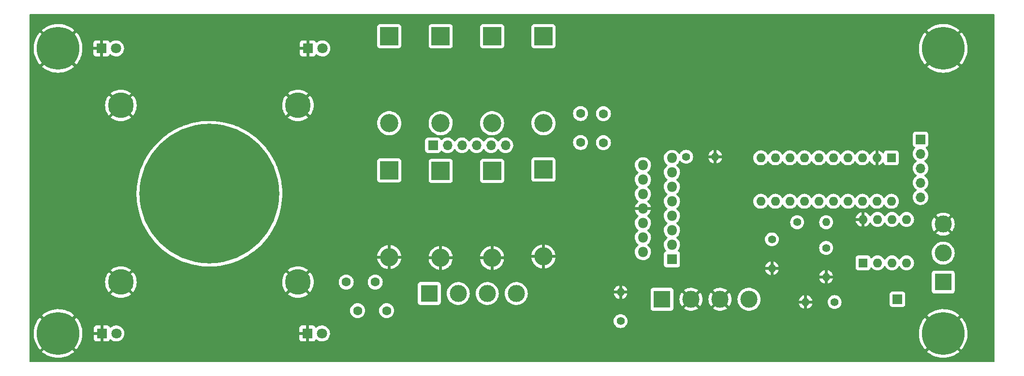
<source format=gbl>
G04 #@! TF.GenerationSoftware,KiCad,Pcbnew,(6.0.11)*
G04 #@! TF.CreationDate,2023-02-08T22:03:16+00:00*
G04 #@! TF.ProjectId,StepperDemoPCB,53746570-7065-4724-9465-6d6f5043422e,rev?*
G04 #@! TF.SameCoordinates,Original*
G04 #@! TF.FileFunction,Copper,L2,Bot*
G04 #@! TF.FilePolarity,Positive*
%FSLAX46Y46*%
G04 Gerber Fmt 4.6, Leading zero omitted, Abs format (unit mm)*
G04 Created by KiCad (PCBNEW (6.0.11)) date 2023-02-08 22:03:16*
%MOMM*%
%LPD*%
G01*
G04 APERTURE LIST*
G04 #@! TA.AperFunction,ComponentPad*
%ADD10C,24.500000*%
G04 #@! TD*
G04 #@! TA.AperFunction,ComponentPad*
%ADD11C,4.500000*%
G04 #@! TD*
G04 #@! TA.AperFunction,ComponentPad*
%ADD12O,1.700000X1.700000*%
G04 #@! TD*
G04 #@! TA.AperFunction,ComponentPad*
%ADD13R,1.700000X1.700000*%
G04 #@! TD*
G04 #@! TA.AperFunction,ComponentPad*
%ADD14C,7.500000*%
G04 #@! TD*
G04 #@! TA.AperFunction,ComponentPad*
%ADD15C,1.600000*%
G04 #@! TD*
G04 #@! TA.AperFunction,ComponentPad*
%ADD16C,1.400000*%
G04 #@! TD*
G04 #@! TA.AperFunction,ComponentPad*
%ADD17O,1.400000X1.400000*%
G04 #@! TD*
G04 #@! TA.AperFunction,ComponentPad*
%ADD18R,1.800000X1.800000*%
G04 #@! TD*
G04 #@! TA.AperFunction,ComponentPad*
%ADD19C,1.800000*%
G04 #@! TD*
G04 #@! TA.AperFunction,ComponentPad*
%ADD20R,3.200000X3.200000*%
G04 #@! TD*
G04 #@! TA.AperFunction,ComponentPad*
%ADD21O,3.200000X3.200000*%
G04 #@! TD*
G04 #@! TA.AperFunction,ComponentPad*
%ADD22R,3.000000X3.000000*%
G04 #@! TD*
G04 #@! TA.AperFunction,ComponentPad*
%ADD23C,3.000000*%
G04 #@! TD*
G04 #@! TA.AperFunction,ComponentPad*
%ADD24R,1.600000X1.600000*%
G04 #@! TD*
G04 #@! TA.AperFunction,ComponentPad*
%ADD25O,1.600000X1.600000*%
G04 #@! TD*
G04 #@! TA.AperFunction,ComponentPad*
%ADD26O,1.800000X1.800000*%
G04 #@! TD*
G04 APERTURE END LIST*
D10*
X66500000Y-69500000D03*
D11*
X51000000Y-54000000D03*
X82000000Y-54000000D03*
X51000000Y-85000000D03*
X82000000Y-85000000D03*
D12*
X118350000Y-61000000D03*
X115810000Y-61000000D03*
X113270000Y-61000000D03*
X110730000Y-61000000D03*
X108190000Y-61000000D03*
D13*
X105650000Y-61000000D03*
D14*
X195000000Y-94000000D03*
X40000000Y-94000000D03*
X195000000Y-44000000D03*
X40000000Y-44000000D03*
D15*
X97535000Y-90000000D03*
X92455000Y-90000000D03*
D16*
X169420000Y-74500000D03*
D17*
X174500000Y-74500000D03*
D18*
X47655000Y-94000000D03*
D19*
X50195000Y-94000000D03*
D15*
X135500000Y-60535000D03*
X135500000Y-55455000D03*
D13*
X191025000Y-59950000D03*
D12*
X191025000Y-62490000D03*
X191025000Y-65030000D03*
X191025000Y-67570000D03*
X191025000Y-70110000D03*
D13*
X187000000Y-88000000D03*
D15*
X131500000Y-60500000D03*
X131500000Y-55420000D03*
D16*
X175990000Y-88500000D03*
D17*
X170910000Y-88500000D03*
D20*
X98000000Y-65380000D03*
D21*
X98000000Y-80620000D03*
D20*
X125000000Y-65260000D03*
D21*
X125000000Y-80500000D03*
D22*
X105000000Y-87000000D03*
D23*
X110080000Y-87000000D03*
X115160000Y-87000000D03*
X120240000Y-87000000D03*
D18*
X83670000Y-94000000D03*
D19*
X86210000Y-94000000D03*
D20*
X98000000Y-41880000D03*
D21*
X98000000Y-57120000D03*
D22*
X145760000Y-88000000D03*
D23*
X150840000Y-88000000D03*
X155920000Y-88000000D03*
X161000000Y-88000000D03*
D22*
X195000000Y-85000000D03*
D23*
X195000000Y-79920000D03*
X195000000Y-74840000D03*
D20*
X116000000Y-65500000D03*
D21*
X116000000Y-80740000D03*
D20*
X125000000Y-41880000D03*
D21*
X125000000Y-57120000D03*
D20*
X107000000Y-41880000D03*
D21*
X107000000Y-57120000D03*
D16*
X165000000Y-77500000D03*
D17*
X165000000Y-82580000D03*
D18*
X83725000Y-44000000D03*
D19*
X86265000Y-44000000D03*
D16*
X138500000Y-91840000D03*
D17*
X138500000Y-86760000D03*
D16*
X150000000Y-63000000D03*
D17*
X155080000Y-63000000D03*
D24*
X185925000Y-63200000D03*
D25*
X183385000Y-63200000D03*
X180845000Y-63200000D03*
X178305000Y-63200000D03*
X175765000Y-63200000D03*
X173225000Y-63200000D03*
X170685000Y-63200000D03*
X168145000Y-63200000D03*
X165605000Y-63200000D03*
X163065000Y-63200000D03*
X163065000Y-70820000D03*
X165605000Y-70820000D03*
X168145000Y-70820000D03*
X170685000Y-70820000D03*
X173225000Y-70820000D03*
X175765000Y-70820000D03*
X178305000Y-70820000D03*
X180845000Y-70820000D03*
X183385000Y-70820000D03*
X185925000Y-70820000D03*
D24*
X180960000Y-81620000D03*
D25*
X183500000Y-81620000D03*
X186040000Y-81620000D03*
X188580000Y-81620000D03*
X188580000Y-74000000D03*
X186040000Y-74000000D03*
X183500000Y-74000000D03*
X180960000Y-74000000D03*
D20*
X107000000Y-65500000D03*
D21*
X107000000Y-80740000D03*
D20*
X116000000Y-41880000D03*
D21*
X116000000Y-57120000D03*
D16*
X174500000Y-79000000D03*
D17*
X174500000Y-84080000D03*
D18*
X47605000Y-44000000D03*
D19*
X50145000Y-44000000D03*
D15*
X90455000Y-85000000D03*
X95535000Y-85000000D03*
D18*
X147500000Y-81000000D03*
D26*
X142420000Y-79730000D03*
X147500000Y-78460000D03*
X142420000Y-77190000D03*
X147500000Y-75920000D03*
X142420000Y-74650000D03*
X147500000Y-73380000D03*
X142420000Y-72110000D03*
X147500000Y-70840000D03*
X142420000Y-69570000D03*
X147500000Y-68300000D03*
X142420000Y-67030000D03*
X147500000Y-65760000D03*
X142420000Y-64490000D03*
X147500000Y-63220000D03*
G04 #@! TA.AperFunction,Conductor*
G36*
X203942121Y-38020002D02*
G01*
X203988614Y-38073658D01*
X204000000Y-38126000D01*
X204000000Y-98874000D01*
X203979998Y-98942121D01*
X203926342Y-98988614D01*
X203874000Y-99000000D01*
X35126000Y-99000000D01*
X35057879Y-98979998D01*
X35011386Y-98926342D01*
X35000000Y-98874000D01*
X35000000Y-97186434D01*
X37178921Y-97186434D01*
X37185708Y-97196135D01*
X37385023Y-97366365D01*
X37389709Y-97370000D01*
X37713442Y-97597523D01*
X37718432Y-97600690D01*
X38062141Y-97796739D01*
X38067422Y-97799429D01*
X38428053Y-97962260D01*
X38433544Y-97964434D01*
X38807906Y-98092607D01*
X38813590Y-98094259D01*
X39198347Y-98186631D01*
X39204162Y-98187740D01*
X39595889Y-98243490D01*
X39601802Y-98244049D01*
X39997031Y-98262688D01*
X40002969Y-98262688D01*
X40398198Y-98244049D01*
X40404111Y-98243490D01*
X40795838Y-98187740D01*
X40801653Y-98186631D01*
X41186410Y-98094259D01*
X41192094Y-98092607D01*
X41566456Y-97964434D01*
X41571947Y-97962260D01*
X41932578Y-97799429D01*
X41937859Y-97796739D01*
X42281568Y-97600690D01*
X42286558Y-97597523D01*
X42610291Y-97370000D01*
X42614977Y-97366365D01*
X42812722Y-97197476D01*
X42819930Y-97186434D01*
X192178921Y-97186434D01*
X192185708Y-97196135D01*
X192385023Y-97366365D01*
X192389709Y-97370000D01*
X192713442Y-97597523D01*
X192718432Y-97600690D01*
X193062141Y-97796739D01*
X193067422Y-97799429D01*
X193428053Y-97962260D01*
X193433544Y-97964434D01*
X193807906Y-98092607D01*
X193813590Y-98094259D01*
X194198347Y-98186631D01*
X194204162Y-98187740D01*
X194595889Y-98243490D01*
X194601802Y-98244049D01*
X194997031Y-98262688D01*
X195002969Y-98262688D01*
X195398198Y-98244049D01*
X195404111Y-98243490D01*
X195795838Y-98187740D01*
X195801653Y-98186631D01*
X196186410Y-98094259D01*
X196192094Y-98092607D01*
X196566456Y-97964434D01*
X196571947Y-97962260D01*
X196932578Y-97799429D01*
X196937859Y-97796739D01*
X197281568Y-97600690D01*
X197286558Y-97597523D01*
X197610291Y-97370000D01*
X197614977Y-97366365D01*
X197812722Y-97197476D01*
X197821152Y-97184562D01*
X197815145Y-97174355D01*
X195012812Y-94372022D01*
X194998868Y-94364408D01*
X194997035Y-94364539D01*
X194990420Y-94368790D01*
X192186313Y-97172897D01*
X192178921Y-97186434D01*
X42819930Y-97186434D01*
X42821152Y-97184562D01*
X42815145Y-97174355D01*
X40012812Y-94372022D01*
X39998868Y-94364408D01*
X39997035Y-94364539D01*
X39990420Y-94368790D01*
X37186313Y-97172897D01*
X37178921Y-97186434D01*
X35000000Y-97186434D01*
X35000000Y-93869073D01*
X35739322Y-93869073D01*
X35745537Y-94264679D01*
X35745911Y-94270629D01*
X35789327Y-94663895D01*
X35790257Y-94669766D01*
X35870494Y-95057212D01*
X35871970Y-95062960D01*
X35988316Y-95441151D01*
X35990320Y-95446716D01*
X36141745Y-95812288D01*
X36144267Y-95817647D01*
X36329411Y-96167323D01*
X36332436Y-96172440D01*
X36549669Y-96503144D01*
X36553159Y-96507947D01*
X36800292Y-96816420D01*
X36813130Y-96823694D01*
X36814439Y-96823621D01*
X36821852Y-96818938D01*
X39627978Y-94012812D01*
X39634356Y-94001132D01*
X40364408Y-94001132D01*
X40364539Y-94002965D01*
X40368790Y-94009580D01*
X43175271Y-96816061D01*
X43189215Y-96823675D01*
X43190524Y-96823582D01*
X43197360Y-96819112D01*
X43199454Y-96816737D01*
X43446841Y-96507947D01*
X43450331Y-96503144D01*
X43667564Y-96172440D01*
X43670589Y-96167323D01*
X43855733Y-95817647D01*
X43858255Y-95812288D01*
X44009680Y-95446716D01*
X44011684Y-95441151D01*
X44128030Y-95062960D01*
X44129506Y-95057212D01*
X44152813Y-94944669D01*
X46247001Y-94944669D01*
X46247371Y-94951490D01*
X46252895Y-95002352D01*
X46256521Y-95017604D01*
X46301676Y-95138054D01*
X46310214Y-95153649D01*
X46386715Y-95255724D01*
X46399276Y-95268285D01*
X46501351Y-95344786D01*
X46516946Y-95353324D01*
X46637394Y-95398478D01*
X46652649Y-95402105D01*
X46703514Y-95407631D01*
X46710328Y-95408000D01*
X47382885Y-95408000D01*
X47398124Y-95403525D01*
X47399329Y-95402135D01*
X47401000Y-95394452D01*
X47401000Y-95389884D01*
X47909000Y-95389884D01*
X47913475Y-95405123D01*
X47914865Y-95406328D01*
X47922548Y-95407999D01*
X48599669Y-95407999D01*
X48606490Y-95407629D01*
X48657352Y-95402105D01*
X48672604Y-95398479D01*
X48793054Y-95353324D01*
X48808649Y-95344786D01*
X48910724Y-95268285D01*
X48923285Y-95255724D01*
X48999786Y-95153649D01*
X49008324Y-95138054D01*
X49029773Y-95080840D01*
X49072415Y-95024075D01*
X49138977Y-94999376D01*
X49208325Y-95014584D01*
X49228240Y-95028126D01*
X49384349Y-95157730D01*
X49584322Y-95274584D01*
X49800694Y-95357209D01*
X49805760Y-95358240D01*
X49805761Y-95358240D01*
X49858846Y-95369040D01*
X50027656Y-95403385D01*
X50158324Y-95408176D01*
X50253949Y-95411683D01*
X50253953Y-95411683D01*
X50259113Y-95411872D01*
X50264233Y-95411216D01*
X50264235Y-95411216D01*
X50363668Y-95398478D01*
X50488847Y-95382442D01*
X50493795Y-95380957D01*
X50493802Y-95380956D01*
X50705747Y-95317369D01*
X50710690Y-95315886D01*
X50791236Y-95276427D01*
X50914049Y-95216262D01*
X50914052Y-95216260D01*
X50918684Y-95213991D01*
X51107243Y-95079494D01*
X51242539Y-94944669D01*
X82262001Y-94944669D01*
X82262371Y-94951490D01*
X82267895Y-95002352D01*
X82271521Y-95017604D01*
X82316676Y-95138054D01*
X82325214Y-95153649D01*
X82401715Y-95255724D01*
X82414276Y-95268285D01*
X82516351Y-95344786D01*
X82531946Y-95353324D01*
X82652394Y-95398478D01*
X82667649Y-95402105D01*
X82718514Y-95407631D01*
X82725328Y-95408000D01*
X83397885Y-95408000D01*
X83413124Y-95403525D01*
X83414329Y-95402135D01*
X83416000Y-95394452D01*
X83416000Y-95389884D01*
X83924000Y-95389884D01*
X83928475Y-95405123D01*
X83929865Y-95406328D01*
X83937548Y-95407999D01*
X84614669Y-95407999D01*
X84621490Y-95407629D01*
X84672352Y-95402105D01*
X84687604Y-95398479D01*
X84808054Y-95353324D01*
X84823649Y-95344786D01*
X84925724Y-95268285D01*
X84938285Y-95255724D01*
X85014786Y-95153649D01*
X85023324Y-95138054D01*
X85044773Y-95080840D01*
X85087415Y-95024075D01*
X85153977Y-94999376D01*
X85223325Y-95014584D01*
X85243240Y-95028126D01*
X85399349Y-95157730D01*
X85599322Y-95274584D01*
X85815694Y-95357209D01*
X85820760Y-95358240D01*
X85820761Y-95358240D01*
X85873846Y-95369040D01*
X86042656Y-95403385D01*
X86173324Y-95408176D01*
X86268949Y-95411683D01*
X86268953Y-95411683D01*
X86274113Y-95411872D01*
X86279233Y-95411216D01*
X86279235Y-95411216D01*
X86378668Y-95398478D01*
X86503847Y-95382442D01*
X86508795Y-95380957D01*
X86508802Y-95380956D01*
X86720747Y-95317369D01*
X86725690Y-95315886D01*
X86806236Y-95276427D01*
X86929049Y-95216262D01*
X86929052Y-95216260D01*
X86933684Y-95213991D01*
X87122243Y-95079494D01*
X87286303Y-94916005D01*
X87421458Y-94727917D01*
X87453100Y-94663895D01*
X87521784Y-94524922D01*
X87521785Y-94524920D01*
X87524078Y-94520280D01*
X87591408Y-94298671D01*
X87621640Y-94069041D01*
X87623327Y-94000000D01*
X87612563Y-93869073D01*
X190739322Y-93869073D01*
X190745537Y-94264679D01*
X190745911Y-94270629D01*
X190789327Y-94663895D01*
X190790257Y-94669766D01*
X190870494Y-95057212D01*
X190871970Y-95062960D01*
X190988316Y-95441151D01*
X190990320Y-95446716D01*
X191141745Y-95812288D01*
X191144267Y-95817647D01*
X191329411Y-96167323D01*
X191332436Y-96172440D01*
X191549669Y-96503144D01*
X191553159Y-96507947D01*
X191800292Y-96816420D01*
X191813130Y-96823694D01*
X191814439Y-96823621D01*
X191821852Y-96818938D01*
X194627978Y-94012812D01*
X194634356Y-94001132D01*
X195364408Y-94001132D01*
X195364539Y-94002965D01*
X195368790Y-94009580D01*
X198175271Y-96816061D01*
X198189215Y-96823675D01*
X198190524Y-96823582D01*
X198197360Y-96819112D01*
X198199454Y-96816737D01*
X198446841Y-96507947D01*
X198450331Y-96503144D01*
X198667564Y-96172440D01*
X198670589Y-96167323D01*
X198855733Y-95817647D01*
X198858255Y-95812288D01*
X199009680Y-95446716D01*
X199011684Y-95441151D01*
X199128030Y-95062960D01*
X199129506Y-95057212D01*
X199209743Y-94669766D01*
X199210673Y-94663895D01*
X199254145Y-94270124D01*
X199254494Y-94265196D01*
X199262750Y-94002468D01*
X199262711Y-93997530D01*
X199244049Y-93601802D01*
X199243490Y-93595889D01*
X199187740Y-93204162D01*
X199186631Y-93198347D01*
X199094259Y-92813590D01*
X199092607Y-92807906D01*
X198964434Y-92433544D01*
X198962260Y-92428053D01*
X198799429Y-92067422D01*
X198796739Y-92062141D01*
X198600690Y-91718432D01*
X198597523Y-91713442D01*
X198370000Y-91389709D01*
X198366365Y-91385023D01*
X198197476Y-91187278D01*
X198184562Y-91178848D01*
X198174355Y-91184855D01*
X195372022Y-93987188D01*
X195364408Y-94001132D01*
X194634356Y-94001132D01*
X194635592Y-93998868D01*
X194635461Y-93997035D01*
X194631210Y-93990420D01*
X191827402Y-91186612D01*
X191813458Y-91178998D01*
X191813205Y-91179016D01*
X191804463Y-91184930D01*
X191717436Y-91280572D01*
X191713649Y-91285150D01*
X191476088Y-91601551D01*
X191472744Y-91606471D01*
X191266001Y-91943845D01*
X191263153Y-91949025D01*
X191089072Y-92304370D01*
X191086723Y-92309797D01*
X190946858Y-92679939D01*
X190945026Y-92685578D01*
X190840622Y-93067215D01*
X190839323Y-93073028D01*
X190771295Y-93462811D01*
X190770554Y-93468674D01*
X190739507Y-93863147D01*
X190739322Y-93869073D01*
X87612563Y-93869073D01*
X87612076Y-93863147D01*
X87604773Y-93774318D01*
X87604772Y-93774312D01*
X87604349Y-93769167D01*
X87570797Y-93635592D01*
X87549184Y-93549544D01*
X87549183Y-93549540D01*
X87547925Y-93544533D01*
X87514941Y-93468674D01*
X87457630Y-93336868D01*
X87457628Y-93336865D01*
X87455570Y-93332131D01*
X87329764Y-93137665D01*
X87173887Y-92966358D01*
X87169836Y-92963159D01*
X87169832Y-92963155D01*
X86996177Y-92826011D01*
X86996172Y-92826008D01*
X86992123Y-92822810D01*
X86987607Y-92820317D01*
X86987604Y-92820315D01*
X86793879Y-92713373D01*
X86793875Y-92713371D01*
X86789355Y-92710876D01*
X86784486Y-92709152D01*
X86784482Y-92709150D01*
X86575903Y-92635288D01*
X86575899Y-92635287D01*
X86571028Y-92633562D01*
X86565935Y-92632655D01*
X86565932Y-92632654D01*
X86348095Y-92593851D01*
X86348089Y-92593850D01*
X86343006Y-92592945D01*
X86265644Y-92592000D01*
X86116581Y-92590179D01*
X86116579Y-92590179D01*
X86111411Y-92590116D01*
X85882464Y-92625150D01*
X85662314Y-92697106D01*
X85657726Y-92699494D01*
X85657722Y-92699496D01*
X85461461Y-92801663D01*
X85456872Y-92804052D01*
X85452739Y-92807155D01*
X85452736Y-92807157D01*
X85275790Y-92940012D01*
X85271655Y-92943117D01*
X85268083Y-92946855D01*
X85253787Y-92961815D01*
X85192263Y-92997245D01*
X85121351Y-92993788D01*
X85063564Y-92952543D01*
X85044711Y-92918994D01*
X85023324Y-92861946D01*
X85014786Y-92846351D01*
X84938285Y-92744276D01*
X84925724Y-92731715D01*
X84823649Y-92655214D01*
X84808054Y-92646676D01*
X84687606Y-92601522D01*
X84672351Y-92597895D01*
X84621486Y-92592369D01*
X84614672Y-92592000D01*
X83942115Y-92592000D01*
X83926876Y-92596475D01*
X83925671Y-92597865D01*
X83924000Y-92605548D01*
X83924000Y-95389884D01*
X83416000Y-95389884D01*
X83416000Y-94272115D01*
X83411525Y-94256876D01*
X83410135Y-94255671D01*
X83402452Y-94254000D01*
X82280116Y-94254000D01*
X82264877Y-94258475D01*
X82263672Y-94259865D01*
X82262001Y-94267548D01*
X82262001Y-94944669D01*
X51242539Y-94944669D01*
X51271303Y-94916005D01*
X51406458Y-94727917D01*
X51438100Y-94663895D01*
X51506784Y-94524922D01*
X51506785Y-94524920D01*
X51509078Y-94520280D01*
X51576408Y-94298671D01*
X51606640Y-94069041D01*
X51608327Y-94000000D01*
X51597076Y-93863147D01*
X51589773Y-93774318D01*
X51589772Y-93774312D01*
X51589349Y-93769167D01*
X51578980Y-93727885D01*
X82262000Y-93727885D01*
X82266475Y-93743124D01*
X82267865Y-93744329D01*
X82275548Y-93746000D01*
X83397885Y-93746000D01*
X83413124Y-93741525D01*
X83414329Y-93740135D01*
X83416000Y-93732452D01*
X83416000Y-92610116D01*
X83411525Y-92594877D01*
X83410135Y-92593672D01*
X83402452Y-92592001D01*
X82725331Y-92592001D01*
X82718510Y-92592371D01*
X82667648Y-92597895D01*
X82652396Y-92601521D01*
X82531946Y-92646676D01*
X82516351Y-92655214D01*
X82414276Y-92731715D01*
X82401715Y-92744276D01*
X82325214Y-92846351D01*
X82316676Y-92861946D01*
X82271522Y-92982394D01*
X82267895Y-92997649D01*
X82262369Y-93048514D01*
X82262000Y-93055328D01*
X82262000Y-93727885D01*
X51578980Y-93727885D01*
X51555797Y-93635592D01*
X51534184Y-93549544D01*
X51534183Y-93549540D01*
X51532925Y-93544533D01*
X51499941Y-93468674D01*
X51442630Y-93336868D01*
X51442628Y-93336865D01*
X51440570Y-93332131D01*
X51314764Y-93137665D01*
X51158887Y-92966358D01*
X51154836Y-92963159D01*
X51154832Y-92963155D01*
X50981177Y-92826011D01*
X50981172Y-92826008D01*
X50977123Y-92822810D01*
X50972607Y-92820317D01*
X50972604Y-92820315D01*
X50778879Y-92713373D01*
X50778875Y-92713371D01*
X50774355Y-92710876D01*
X50769486Y-92709152D01*
X50769482Y-92709150D01*
X50560903Y-92635288D01*
X50560899Y-92635287D01*
X50556028Y-92633562D01*
X50550935Y-92632655D01*
X50550932Y-92632654D01*
X50333095Y-92593851D01*
X50333089Y-92593850D01*
X50328006Y-92592945D01*
X50250644Y-92592000D01*
X50101581Y-92590179D01*
X50101579Y-92590179D01*
X50096411Y-92590116D01*
X49867464Y-92625150D01*
X49647314Y-92697106D01*
X49642726Y-92699494D01*
X49642722Y-92699496D01*
X49446461Y-92801663D01*
X49441872Y-92804052D01*
X49437739Y-92807155D01*
X49437736Y-92807157D01*
X49260790Y-92940012D01*
X49256655Y-92943117D01*
X49253083Y-92946855D01*
X49238787Y-92961815D01*
X49177263Y-92997245D01*
X49106351Y-92993788D01*
X49048564Y-92952543D01*
X49029711Y-92918994D01*
X49008324Y-92861946D01*
X48999786Y-92846351D01*
X48923285Y-92744276D01*
X48910724Y-92731715D01*
X48808649Y-92655214D01*
X48793054Y-92646676D01*
X48672606Y-92601522D01*
X48657351Y-92597895D01*
X48606486Y-92592369D01*
X48599672Y-92592000D01*
X47927115Y-92592000D01*
X47911876Y-92596475D01*
X47910671Y-92597865D01*
X47909000Y-92605548D01*
X47909000Y-95389884D01*
X47401000Y-95389884D01*
X47401000Y-94272115D01*
X47396525Y-94256876D01*
X47395135Y-94255671D01*
X47387452Y-94254000D01*
X46265116Y-94254000D01*
X46249877Y-94258475D01*
X46248672Y-94259865D01*
X46247001Y-94267548D01*
X46247001Y-94944669D01*
X44152813Y-94944669D01*
X44209743Y-94669766D01*
X44210673Y-94663895D01*
X44254145Y-94270124D01*
X44254494Y-94265196D01*
X44262750Y-94002468D01*
X44262711Y-93997530D01*
X44249995Y-93727885D01*
X46247000Y-93727885D01*
X46251475Y-93743124D01*
X46252865Y-93744329D01*
X46260548Y-93746000D01*
X47382885Y-93746000D01*
X47398124Y-93741525D01*
X47399329Y-93740135D01*
X47401000Y-93732452D01*
X47401000Y-92610116D01*
X47396525Y-92594877D01*
X47395135Y-92593672D01*
X47387452Y-92592001D01*
X46710331Y-92592001D01*
X46703510Y-92592371D01*
X46652648Y-92597895D01*
X46637396Y-92601521D01*
X46516946Y-92646676D01*
X46501351Y-92655214D01*
X46399276Y-92731715D01*
X46386715Y-92744276D01*
X46310214Y-92846351D01*
X46301676Y-92861946D01*
X46256522Y-92982394D01*
X46252895Y-92997649D01*
X46247369Y-93048514D01*
X46247000Y-93055328D01*
X46247000Y-93727885D01*
X44249995Y-93727885D01*
X44244049Y-93601802D01*
X44243490Y-93595889D01*
X44187740Y-93204162D01*
X44186631Y-93198347D01*
X44094259Y-92813590D01*
X44092607Y-92807906D01*
X43964434Y-92433544D01*
X43962260Y-92428053D01*
X43799429Y-92067422D01*
X43796739Y-92062141D01*
X43670031Y-91840000D01*
X137286884Y-91840000D01*
X137305314Y-92050655D01*
X137360044Y-92254910D01*
X137362366Y-92259891D01*
X137362367Y-92259892D01*
X137383108Y-92304370D01*
X137449411Y-92446558D01*
X137570699Y-92619776D01*
X137720224Y-92769301D01*
X137893442Y-92890589D01*
X137898420Y-92892910D01*
X137898423Y-92892912D01*
X138049060Y-92963155D01*
X138085090Y-92979956D01*
X138090398Y-92981378D01*
X138090400Y-92981379D01*
X138284030Y-93033262D01*
X138284032Y-93033262D01*
X138289345Y-93034686D01*
X138500000Y-93053116D01*
X138710655Y-93034686D01*
X138715968Y-93033262D01*
X138715970Y-93033262D01*
X138909600Y-92981379D01*
X138909602Y-92981378D01*
X138914910Y-92979956D01*
X138950940Y-92963155D01*
X139101577Y-92892912D01*
X139101580Y-92892910D01*
X139106558Y-92890589D01*
X139279776Y-92769301D01*
X139429301Y-92619776D01*
X139550589Y-92446558D01*
X139616893Y-92304370D01*
X139637633Y-92259892D01*
X139637634Y-92259891D01*
X139639956Y-92254910D01*
X139694686Y-92050655D01*
X139713116Y-91840000D01*
X139694686Y-91629345D01*
X139639956Y-91425090D01*
X139623458Y-91389709D01*
X139552912Y-91238423D01*
X139552910Y-91238420D01*
X139550589Y-91233442D01*
X139429301Y-91060224D01*
X139279776Y-90910699D01*
X139144480Y-90815964D01*
X192178939Y-90815964D01*
X192178945Y-90816217D01*
X192184445Y-90825235D01*
X194987188Y-93627978D01*
X195001132Y-93635592D01*
X195002965Y-93635461D01*
X195009580Y-93631210D01*
X197816061Y-90824729D01*
X197823675Y-90810785D01*
X197823582Y-90809476D01*
X197819112Y-90802640D01*
X197816737Y-90800546D01*
X197507947Y-90553159D01*
X197503144Y-90549669D01*
X197172440Y-90332436D01*
X197167323Y-90329411D01*
X196817647Y-90144267D01*
X196812288Y-90141745D01*
X196446716Y-89990320D01*
X196441151Y-89988316D01*
X196062960Y-89871970D01*
X196057212Y-89870494D01*
X195669766Y-89790257D01*
X195663895Y-89789327D01*
X195270629Y-89745911D01*
X195264679Y-89745537D01*
X194869073Y-89739322D01*
X194863147Y-89739507D01*
X194468674Y-89770554D01*
X194462811Y-89771295D01*
X194073028Y-89839323D01*
X194067215Y-89840622D01*
X193685578Y-89945026D01*
X193679939Y-89946858D01*
X193309797Y-90086723D01*
X193304370Y-90089072D01*
X192949025Y-90263153D01*
X192943845Y-90266001D01*
X192606471Y-90472744D01*
X192601551Y-90476088D01*
X192285150Y-90713649D01*
X192280572Y-90717436D01*
X192187199Y-90802398D01*
X192178939Y-90815964D01*
X139144480Y-90815964D01*
X139106558Y-90789411D01*
X139101580Y-90787090D01*
X139101577Y-90787088D01*
X138919892Y-90702367D01*
X138919891Y-90702366D01*
X138914910Y-90700044D01*
X138909602Y-90698622D01*
X138909600Y-90698621D01*
X138715970Y-90646738D01*
X138715968Y-90646738D01*
X138710655Y-90645314D01*
X138500000Y-90626884D01*
X138289345Y-90645314D01*
X138284032Y-90646738D01*
X138284030Y-90646738D01*
X138090400Y-90698621D01*
X138090398Y-90698622D01*
X138085090Y-90700044D01*
X138080109Y-90702366D01*
X138080108Y-90702367D01*
X137898423Y-90787088D01*
X137898420Y-90787090D01*
X137893442Y-90789411D01*
X137720224Y-90910699D01*
X137570699Y-91060224D01*
X137449411Y-91233442D01*
X137447090Y-91238420D01*
X137447088Y-91238423D01*
X137376542Y-91389709D01*
X137360044Y-91425090D01*
X137305314Y-91629345D01*
X137286884Y-91840000D01*
X43670031Y-91840000D01*
X43600690Y-91718432D01*
X43597523Y-91713442D01*
X43370000Y-91389709D01*
X43366365Y-91385023D01*
X43197476Y-91187278D01*
X43184562Y-91178848D01*
X43174355Y-91184855D01*
X40372022Y-93987188D01*
X40364408Y-94001132D01*
X39634356Y-94001132D01*
X39635592Y-93998868D01*
X39635461Y-93997035D01*
X39631210Y-93990420D01*
X36827402Y-91186612D01*
X36813458Y-91178998D01*
X36813205Y-91179016D01*
X36804463Y-91184930D01*
X36717436Y-91280572D01*
X36713649Y-91285150D01*
X36476088Y-91601551D01*
X36472744Y-91606471D01*
X36266001Y-91943845D01*
X36263153Y-91949025D01*
X36089072Y-92304370D01*
X36086723Y-92309797D01*
X35946858Y-92679939D01*
X35945026Y-92685578D01*
X35840622Y-93067215D01*
X35839323Y-93073028D01*
X35771295Y-93462811D01*
X35770554Y-93468674D01*
X35739507Y-93863147D01*
X35739322Y-93869073D01*
X35000000Y-93869073D01*
X35000000Y-90815964D01*
X37178939Y-90815964D01*
X37178945Y-90816217D01*
X37184445Y-90825235D01*
X39987188Y-93627978D01*
X40001132Y-93635592D01*
X40002965Y-93635461D01*
X40009580Y-93631210D01*
X42816061Y-90824729D01*
X42823675Y-90810785D01*
X42823582Y-90809476D01*
X42819112Y-90802640D01*
X42816737Y-90800546D01*
X42507947Y-90553159D01*
X42503144Y-90549669D01*
X42172440Y-90332436D01*
X42167323Y-90329411D01*
X41817647Y-90144267D01*
X41812288Y-90141745D01*
X41470086Y-90000000D01*
X91141502Y-90000000D01*
X91161457Y-90228087D01*
X91220716Y-90449243D01*
X91223039Y-90454224D01*
X91223039Y-90454225D01*
X91315151Y-90651762D01*
X91315154Y-90651767D01*
X91317477Y-90656749D01*
X91320634Y-90661257D01*
X91435453Y-90825235D01*
X91448802Y-90844300D01*
X91610700Y-91006198D01*
X91615208Y-91009355D01*
X91615211Y-91009357D01*
X91682294Y-91056329D01*
X91798251Y-91137523D01*
X91803233Y-91139846D01*
X91803238Y-91139849D01*
X91994290Y-91228937D01*
X92005757Y-91234284D01*
X92011065Y-91235706D01*
X92011067Y-91235707D01*
X92221598Y-91292119D01*
X92221600Y-91292119D01*
X92226913Y-91293543D01*
X92455000Y-91313498D01*
X92683087Y-91293543D01*
X92688400Y-91292119D01*
X92688402Y-91292119D01*
X92898933Y-91235707D01*
X92898935Y-91235706D01*
X92904243Y-91234284D01*
X92915710Y-91228937D01*
X93106762Y-91139849D01*
X93106767Y-91139846D01*
X93111749Y-91137523D01*
X93227706Y-91056329D01*
X93294789Y-91009357D01*
X93294792Y-91009355D01*
X93299300Y-91006198D01*
X93461198Y-90844300D01*
X93474548Y-90825235D01*
X93589366Y-90661257D01*
X93592523Y-90656749D01*
X93594846Y-90651767D01*
X93594849Y-90651762D01*
X93686961Y-90454225D01*
X93686961Y-90454224D01*
X93689284Y-90449243D01*
X93748543Y-90228087D01*
X93768498Y-90000000D01*
X96221502Y-90000000D01*
X96241457Y-90228087D01*
X96300716Y-90449243D01*
X96303039Y-90454224D01*
X96303039Y-90454225D01*
X96395151Y-90651762D01*
X96395154Y-90651767D01*
X96397477Y-90656749D01*
X96400634Y-90661257D01*
X96515453Y-90825235D01*
X96528802Y-90844300D01*
X96690700Y-91006198D01*
X96695208Y-91009355D01*
X96695211Y-91009357D01*
X96762294Y-91056329D01*
X96878251Y-91137523D01*
X96883233Y-91139846D01*
X96883238Y-91139849D01*
X97074290Y-91228937D01*
X97085757Y-91234284D01*
X97091065Y-91235706D01*
X97091067Y-91235707D01*
X97301598Y-91292119D01*
X97301600Y-91292119D01*
X97306913Y-91293543D01*
X97535000Y-91313498D01*
X97763087Y-91293543D01*
X97768400Y-91292119D01*
X97768402Y-91292119D01*
X97978933Y-91235707D01*
X97978935Y-91235706D01*
X97984243Y-91234284D01*
X97995710Y-91228937D01*
X98186762Y-91139849D01*
X98186767Y-91139846D01*
X98191749Y-91137523D01*
X98307706Y-91056329D01*
X98374789Y-91009357D01*
X98374792Y-91009355D01*
X98379300Y-91006198D01*
X98541198Y-90844300D01*
X98554548Y-90825235D01*
X98669366Y-90661257D01*
X98672523Y-90656749D01*
X98674846Y-90651767D01*
X98674849Y-90651762D01*
X98766961Y-90454225D01*
X98766961Y-90454224D01*
X98769284Y-90449243D01*
X98828543Y-90228087D01*
X98848498Y-90000000D01*
X98828543Y-89771913D01*
X98823714Y-89753891D01*
X98770707Y-89556067D01*
X98770706Y-89556065D01*
X98769284Y-89550757D01*
X98768061Y-89548134D01*
X143751500Y-89548134D01*
X143758255Y-89610316D01*
X143809385Y-89746705D01*
X143896739Y-89863261D01*
X144013295Y-89950615D01*
X144149684Y-90001745D01*
X144211866Y-90008500D01*
X147308134Y-90008500D01*
X147370316Y-90001745D01*
X147506705Y-89950615D01*
X147623261Y-89863261D01*
X147710615Y-89746705D01*
X147761745Y-89610316D01*
X147763990Y-89589654D01*
X149615618Y-89589654D01*
X149622673Y-89599627D01*
X149653679Y-89625551D01*
X149660598Y-89630579D01*
X149885272Y-89771515D01*
X149892807Y-89775556D01*
X150134520Y-89884694D01*
X150142551Y-89887680D01*
X150396832Y-89963002D01*
X150405184Y-89964869D01*
X150667340Y-90004984D01*
X150675874Y-90005700D01*
X150941045Y-90009867D01*
X150949596Y-90009418D01*
X151212883Y-89977557D01*
X151221284Y-89975955D01*
X151477824Y-89908653D01*
X151485926Y-89905926D01*
X151730949Y-89804434D01*
X151738617Y-89800628D01*
X151967598Y-89666822D01*
X151974679Y-89662009D01*
X152054655Y-89599301D01*
X152061545Y-89589654D01*
X154695618Y-89589654D01*
X154702673Y-89599627D01*
X154733679Y-89625551D01*
X154740598Y-89630579D01*
X154965272Y-89771515D01*
X154972807Y-89775556D01*
X155214520Y-89884694D01*
X155222551Y-89887680D01*
X155476832Y-89963002D01*
X155485184Y-89964869D01*
X155747340Y-90004984D01*
X155755874Y-90005700D01*
X156021045Y-90009867D01*
X156029596Y-90009418D01*
X156292883Y-89977557D01*
X156301284Y-89975955D01*
X156557824Y-89908653D01*
X156565926Y-89905926D01*
X156810949Y-89804434D01*
X156818617Y-89800628D01*
X157047598Y-89666822D01*
X157054679Y-89662009D01*
X157134655Y-89599301D01*
X157143125Y-89587442D01*
X157136608Y-89575818D01*
X155932812Y-88372022D01*
X155918868Y-88364408D01*
X155917035Y-88364539D01*
X155910420Y-88368790D01*
X154702910Y-89576300D01*
X154695618Y-89589654D01*
X152061545Y-89589654D01*
X152063125Y-89587442D01*
X152056608Y-89575818D01*
X150852812Y-88372022D01*
X150838868Y-88364408D01*
X150837035Y-88364539D01*
X150830420Y-88368790D01*
X149622910Y-89576300D01*
X149615618Y-89589654D01*
X147763990Y-89589654D01*
X147768500Y-89548134D01*
X147768500Y-87983204D01*
X148827665Y-87983204D01*
X148842932Y-88247969D01*
X148844005Y-88256470D01*
X148895065Y-88516722D01*
X148897276Y-88524974D01*
X148983184Y-88775894D01*
X148986499Y-88783779D01*
X149105664Y-89020713D01*
X149110020Y-89028079D01*
X149239347Y-89216250D01*
X149249601Y-89224594D01*
X149263342Y-89217448D01*
X150467978Y-88012812D01*
X150474356Y-88001132D01*
X151204408Y-88001132D01*
X151204539Y-88002965D01*
X151208790Y-88009580D01*
X152415730Y-89216520D01*
X152427939Y-89223187D01*
X152439439Y-89214497D01*
X152536831Y-89081913D01*
X152541418Y-89074685D01*
X152667962Y-88841621D01*
X152671530Y-88833827D01*
X152765271Y-88585750D01*
X152767748Y-88577544D01*
X152826954Y-88319038D01*
X152828294Y-88310577D01*
X152852031Y-88044616D01*
X152852277Y-88039677D01*
X152852666Y-88002485D01*
X152852523Y-87997519D01*
X152851547Y-87983204D01*
X153907665Y-87983204D01*
X153922932Y-88247969D01*
X153924005Y-88256470D01*
X153975065Y-88516722D01*
X153977276Y-88524974D01*
X154063184Y-88775894D01*
X154066499Y-88783779D01*
X154185664Y-89020713D01*
X154190020Y-89028079D01*
X154319347Y-89216250D01*
X154329601Y-89224594D01*
X154343342Y-89217448D01*
X155547978Y-88012812D01*
X155554356Y-88001132D01*
X156284408Y-88001132D01*
X156284539Y-88002965D01*
X156288790Y-88009580D01*
X157495730Y-89216520D01*
X157507939Y-89223187D01*
X157519439Y-89214497D01*
X157616831Y-89081913D01*
X157621418Y-89074685D01*
X157747962Y-88841621D01*
X157751530Y-88833827D01*
X157845271Y-88585750D01*
X157847748Y-88577544D01*
X157906954Y-88319038D01*
X157908294Y-88310577D01*
X157932031Y-88044616D01*
X157932277Y-88039677D01*
X157932666Y-88002485D01*
X157932523Y-87997519D01*
X157931255Y-87978918D01*
X158986917Y-87978918D01*
X159002682Y-88252320D01*
X159003507Y-88256525D01*
X159003508Y-88256533D01*
X159024698Y-88364539D01*
X159055405Y-88521053D01*
X159056792Y-88525103D01*
X159056793Y-88525108D01*
X159142657Y-88775894D01*
X159144112Y-88780144D01*
X159198433Y-88888150D01*
X159259676Y-89009918D01*
X159267160Y-89024799D01*
X159269586Y-89028328D01*
X159269589Y-89028334D01*
X159398741Y-89216250D01*
X159422274Y-89250490D01*
X159425161Y-89253663D01*
X159425162Y-89253664D01*
X159587503Y-89432075D01*
X159606582Y-89453043D01*
X159816675Y-89628707D01*
X159820316Y-89630991D01*
X160045024Y-89771951D01*
X160045028Y-89771953D01*
X160048664Y-89774234D01*
X160116544Y-89804883D01*
X160294345Y-89885164D01*
X160294349Y-89885166D01*
X160298257Y-89886930D01*
X160302377Y-89888150D01*
X160302376Y-89888150D01*
X160556723Y-89963491D01*
X160556727Y-89963492D01*
X160560836Y-89964709D01*
X160565070Y-89965357D01*
X160565075Y-89965358D01*
X160827298Y-90005483D01*
X160827300Y-90005483D01*
X160831540Y-90006132D01*
X160970912Y-90008322D01*
X161101071Y-90010367D01*
X161101077Y-90010367D01*
X161105362Y-90010434D01*
X161377235Y-89977534D01*
X161642127Y-89908041D01*
X161646087Y-89906401D01*
X161646092Y-89906399D01*
X161804890Y-89840622D01*
X161895136Y-89803241D01*
X162080086Y-89695165D01*
X162127879Y-89667237D01*
X162127880Y-89667236D01*
X162131582Y-89665073D01*
X162347089Y-89496094D01*
X162388809Y-89453043D01*
X162480785Y-89358131D01*
X162537669Y-89299431D01*
X162540202Y-89295983D01*
X162540206Y-89295978D01*
X162697257Y-89082178D01*
X162699795Y-89078723D01*
X162701841Y-89074955D01*
X162828418Y-88841830D01*
X162828419Y-88841828D01*
X162830468Y-88838054D01*
X162857498Y-88766522D01*
X169730801Y-88766522D01*
X169769092Y-88909423D01*
X169772842Y-88919727D01*
X169857521Y-89101323D01*
X169862998Y-89110811D01*
X169977925Y-89274942D01*
X169984981Y-89283350D01*
X170126650Y-89425019D01*
X170135058Y-89432075D01*
X170299189Y-89547002D01*
X170308677Y-89552479D01*
X170490273Y-89637158D01*
X170500577Y-89640908D01*
X170638503Y-89677866D01*
X170652599Y-89677530D01*
X170656000Y-89669588D01*
X170656000Y-89664439D01*
X171164000Y-89664439D01*
X171167973Y-89677970D01*
X171176522Y-89679199D01*
X171319423Y-89640908D01*
X171329727Y-89637158D01*
X171511323Y-89552479D01*
X171520811Y-89547002D01*
X171684942Y-89432075D01*
X171693350Y-89425019D01*
X171835019Y-89283350D01*
X171842075Y-89274942D01*
X171957002Y-89110811D01*
X171962479Y-89101323D01*
X172047158Y-88919727D01*
X172050908Y-88909423D01*
X172087866Y-88771497D01*
X172087530Y-88757401D01*
X172079588Y-88754000D01*
X171182115Y-88754000D01*
X171166876Y-88758475D01*
X171165671Y-88759865D01*
X171164000Y-88767548D01*
X171164000Y-89664439D01*
X170656000Y-89664439D01*
X170656000Y-88772115D01*
X170651525Y-88756876D01*
X170650135Y-88755671D01*
X170642452Y-88754000D01*
X169745561Y-88754000D01*
X169732030Y-88757973D01*
X169730801Y-88766522D01*
X162857498Y-88766522D01*
X162896833Y-88662424D01*
X162925751Y-88585895D01*
X162925752Y-88585891D01*
X162927269Y-88581877D01*
X162946021Y-88500000D01*
X174776884Y-88500000D01*
X174795314Y-88710655D01*
X174796738Y-88715968D01*
X174796738Y-88715970D01*
X174842874Y-88888150D01*
X174850044Y-88914910D01*
X174852366Y-88919891D01*
X174852367Y-88919892D01*
X174930896Y-89088297D01*
X174939411Y-89106558D01*
X175060699Y-89279776D01*
X175210224Y-89429301D01*
X175383442Y-89550589D01*
X175388420Y-89552910D01*
X175388423Y-89552912D01*
X175570108Y-89637633D01*
X175575090Y-89639956D01*
X175580398Y-89641378D01*
X175580400Y-89641379D01*
X175774030Y-89693262D01*
X175774032Y-89693262D01*
X175779345Y-89694686D01*
X175990000Y-89713116D01*
X176200655Y-89694686D01*
X176205968Y-89693262D01*
X176205970Y-89693262D01*
X176399600Y-89641379D01*
X176399602Y-89641378D01*
X176404910Y-89639956D01*
X176409892Y-89637633D01*
X176591577Y-89552912D01*
X176591580Y-89552910D01*
X176596558Y-89550589D01*
X176769776Y-89429301D01*
X176919301Y-89279776D01*
X177040589Y-89106558D01*
X177049105Y-89088297D01*
X177127633Y-88919892D01*
X177127634Y-88919891D01*
X177129956Y-88914910D01*
X177134452Y-88898134D01*
X185641500Y-88898134D01*
X185648255Y-88960316D01*
X185699385Y-89096705D01*
X185786739Y-89213261D01*
X185903295Y-89300615D01*
X186039684Y-89351745D01*
X186101866Y-89358500D01*
X187898134Y-89358500D01*
X187960316Y-89351745D01*
X188096705Y-89300615D01*
X188213261Y-89213261D01*
X188300615Y-89096705D01*
X188351745Y-88960316D01*
X188358500Y-88898134D01*
X188358500Y-87101866D01*
X188351745Y-87039684D01*
X188300615Y-86903295D01*
X188213261Y-86786739D01*
X188096705Y-86699385D01*
X187960316Y-86648255D01*
X187898134Y-86641500D01*
X186101866Y-86641500D01*
X186039684Y-86648255D01*
X185903295Y-86699385D01*
X185786739Y-86786739D01*
X185699385Y-86903295D01*
X185648255Y-87039684D01*
X185641500Y-87101866D01*
X185641500Y-88898134D01*
X177134452Y-88898134D01*
X177137127Y-88888150D01*
X177183262Y-88715970D01*
X177183262Y-88715968D01*
X177184686Y-88710655D01*
X177203116Y-88500000D01*
X177184686Y-88289345D01*
X177172301Y-88243124D01*
X177131379Y-88090400D01*
X177131378Y-88090398D01*
X177129956Y-88085090D01*
X177101842Y-88024799D01*
X177042912Y-87898423D01*
X177042910Y-87898420D01*
X177040589Y-87893442D01*
X176919301Y-87720224D01*
X176769776Y-87570699D01*
X176596558Y-87449411D01*
X176591580Y-87447090D01*
X176591577Y-87447088D01*
X176409892Y-87362367D01*
X176409891Y-87362366D01*
X176404910Y-87360044D01*
X176399602Y-87358622D01*
X176399600Y-87358621D01*
X176205970Y-87306738D01*
X176205968Y-87306738D01*
X176200655Y-87305314D01*
X175990000Y-87286884D01*
X175779345Y-87305314D01*
X175774032Y-87306738D01*
X175774030Y-87306738D01*
X175580400Y-87358621D01*
X175580398Y-87358622D01*
X175575090Y-87360044D01*
X175570109Y-87362366D01*
X175570108Y-87362367D01*
X175388423Y-87447088D01*
X175388420Y-87447090D01*
X175383442Y-87449411D01*
X175210224Y-87570699D01*
X175060699Y-87720224D01*
X174939411Y-87893442D01*
X174937090Y-87898420D01*
X174937088Y-87898423D01*
X174878158Y-88024799D01*
X174850044Y-88085090D01*
X174848622Y-88090398D01*
X174848621Y-88090400D01*
X174807699Y-88243124D01*
X174795314Y-88289345D01*
X174776884Y-88500000D01*
X162946021Y-88500000D01*
X162988407Y-88314933D01*
X162994159Y-88250490D01*
X162996121Y-88228503D01*
X169732134Y-88228503D01*
X169732470Y-88242599D01*
X169740412Y-88246000D01*
X170637885Y-88246000D01*
X170653124Y-88241525D01*
X170654329Y-88240135D01*
X170656000Y-88232452D01*
X170656000Y-88227885D01*
X171164000Y-88227885D01*
X171168475Y-88243124D01*
X171169865Y-88244329D01*
X171177548Y-88246000D01*
X172074439Y-88246000D01*
X172087970Y-88242027D01*
X172089199Y-88233478D01*
X172050908Y-88090577D01*
X172047158Y-88080273D01*
X171962479Y-87898677D01*
X171957002Y-87889189D01*
X171842075Y-87725058D01*
X171835019Y-87716650D01*
X171693350Y-87574981D01*
X171684942Y-87567925D01*
X171520811Y-87452998D01*
X171511323Y-87447521D01*
X171329727Y-87362842D01*
X171319423Y-87359092D01*
X171181497Y-87322134D01*
X171167401Y-87322470D01*
X171164000Y-87330412D01*
X171164000Y-88227885D01*
X170656000Y-88227885D01*
X170656000Y-87335561D01*
X170652027Y-87322030D01*
X170643478Y-87320801D01*
X170500577Y-87359092D01*
X170490273Y-87362842D01*
X170308677Y-87447521D01*
X170299189Y-87452998D01*
X170135058Y-87567925D01*
X170126650Y-87574981D01*
X169984981Y-87716650D01*
X169977925Y-87725058D01*
X169862998Y-87889189D01*
X169857521Y-87898677D01*
X169772842Y-88080273D01*
X169769092Y-88090577D01*
X169732134Y-88228503D01*
X162996121Y-88228503D01*
X163012531Y-88044627D01*
X163012532Y-88044616D01*
X163012751Y-88042161D01*
X163013193Y-88000000D01*
X163009048Y-87939199D01*
X162994859Y-87731055D01*
X162994858Y-87731049D01*
X162994567Y-87726778D01*
X162987415Y-87692240D01*
X162961590Y-87567540D01*
X162939032Y-87458612D01*
X162847617Y-87200465D01*
X162722013Y-86957112D01*
X162712040Y-86942921D01*
X162594752Y-86776037D01*
X162564545Y-86733057D01*
X162392704Y-86548134D01*
X192991500Y-86548134D01*
X192998255Y-86610316D01*
X193049385Y-86746705D01*
X193136739Y-86863261D01*
X193253295Y-86950615D01*
X193389684Y-87001745D01*
X193451866Y-87008500D01*
X196548134Y-87008500D01*
X196610316Y-87001745D01*
X196746705Y-86950615D01*
X196863261Y-86863261D01*
X196950615Y-86746705D01*
X197001745Y-86610316D01*
X197008500Y-86548134D01*
X197008500Y-83451866D01*
X197001745Y-83389684D01*
X196950615Y-83253295D01*
X196863261Y-83136739D01*
X196746705Y-83049385D01*
X196610316Y-82998255D01*
X196548134Y-82991500D01*
X193451866Y-82991500D01*
X193389684Y-82998255D01*
X193253295Y-83049385D01*
X193136739Y-83136739D01*
X193049385Y-83253295D01*
X192998255Y-83389684D01*
X192991500Y-83451866D01*
X192991500Y-86548134D01*
X162392704Y-86548134D01*
X162389529Y-86544717D01*
X162381046Y-86535588D01*
X162381043Y-86535585D01*
X162378125Y-86532445D01*
X162374810Y-86529731D01*
X162374806Y-86529728D01*
X162213304Y-86397540D01*
X162166205Y-86358990D01*
X161965025Y-86235707D01*
X161936366Y-86218145D01*
X161936365Y-86218145D01*
X161932704Y-86215901D01*
X161928768Y-86214173D01*
X161685873Y-86107549D01*
X161685869Y-86107548D01*
X161681945Y-86105825D01*
X161418566Y-86030800D01*
X161414324Y-86030196D01*
X161414318Y-86030195D01*
X161209387Y-86001029D01*
X161147443Y-85992213D01*
X161003589Y-85991460D01*
X160877877Y-85990802D01*
X160877871Y-85990802D01*
X160873591Y-85990780D01*
X160869347Y-85991339D01*
X160869343Y-85991339D01*
X160795741Y-86001029D01*
X160602078Y-86026525D01*
X160597938Y-86027658D01*
X160597936Y-86027658D01*
X160530037Y-86046233D01*
X160337928Y-86098788D01*
X160333980Y-86100472D01*
X160089982Y-86204546D01*
X160089978Y-86204548D01*
X160086030Y-86206232D01*
X160036781Y-86235707D01*
X159854725Y-86344664D01*
X159854721Y-86344667D01*
X159851043Y-86346868D01*
X159637318Y-86518094D01*
X159448808Y-86716742D01*
X159289002Y-86939136D01*
X159160857Y-87181161D01*
X159159385Y-87185184D01*
X159159383Y-87185188D01*
X159091454Y-87370811D01*
X159066743Y-87438337D01*
X159008404Y-87705907D01*
X158986917Y-87978918D01*
X157931255Y-87978918D01*
X157914362Y-87731123D01*
X157913201Y-87722649D01*
X157859419Y-87462944D01*
X157857120Y-87454709D01*
X157768588Y-87204705D01*
X157765191Y-87196854D01*
X157643550Y-86961178D01*
X157639122Y-86953866D01*
X157520031Y-86784417D01*
X157509509Y-86776037D01*
X157496121Y-86783089D01*
X156292022Y-87987188D01*
X156284408Y-88001132D01*
X155554356Y-88001132D01*
X155555592Y-87998868D01*
X155555461Y-87997035D01*
X155551210Y-87990420D01*
X154343814Y-86783024D01*
X154331804Y-86776466D01*
X154320064Y-86785434D01*
X154211935Y-86935911D01*
X154207418Y-86943196D01*
X154083325Y-87177567D01*
X154079839Y-87185395D01*
X153988700Y-87434446D01*
X153986311Y-87442670D01*
X153929812Y-87701795D01*
X153928563Y-87710250D01*
X153907754Y-87974653D01*
X153907665Y-87983204D01*
X152851547Y-87983204D01*
X152834362Y-87731123D01*
X152833201Y-87722649D01*
X152779419Y-87462944D01*
X152777120Y-87454709D01*
X152688588Y-87204705D01*
X152685191Y-87196854D01*
X152563550Y-86961178D01*
X152559122Y-86953866D01*
X152440031Y-86784417D01*
X152429509Y-86776037D01*
X152416121Y-86783089D01*
X151212022Y-87987188D01*
X151204408Y-88001132D01*
X150474356Y-88001132D01*
X150475592Y-87998868D01*
X150475461Y-87997035D01*
X150471210Y-87990420D01*
X149263814Y-86783024D01*
X149251804Y-86776466D01*
X149240064Y-86785434D01*
X149131935Y-86935911D01*
X149127418Y-86943196D01*
X149003325Y-87177567D01*
X148999839Y-87185395D01*
X148908700Y-87434446D01*
X148906311Y-87442670D01*
X148849812Y-87701795D01*
X148848563Y-87710250D01*
X148827754Y-87974653D01*
X148827665Y-87983204D01*
X147768500Y-87983204D01*
X147768500Y-86451866D01*
X147764224Y-86412500D01*
X149616584Y-86412500D01*
X149622980Y-86423770D01*
X150827188Y-87627978D01*
X150841132Y-87635592D01*
X150842965Y-87635461D01*
X150849580Y-87631210D01*
X152056604Y-86424186D01*
X152062985Y-86412500D01*
X154696584Y-86412500D01*
X154702980Y-86423770D01*
X155907188Y-87627978D01*
X155921132Y-87635592D01*
X155922965Y-87635461D01*
X155929580Y-87631210D01*
X157136604Y-86424186D01*
X157143795Y-86411017D01*
X157136473Y-86400780D01*
X157089233Y-86362115D01*
X157082261Y-86357160D01*
X156856122Y-86218582D01*
X156848552Y-86214624D01*
X156605704Y-86108022D01*
X156597644Y-86105120D01*
X156342592Y-86032467D01*
X156334214Y-86030685D01*
X156071656Y-85993318D01*
X156063111Y-85992691D01*
X155797908Y-85991302D01*
X155789374Y-85991839D01*
X155526433Y-86026456D01*
X155518035Y-86028149D01*
X155262238Y-86098127D01*
X155254143Y-86100946D01*
X155010199Y-86204997D01*
X155002577Y-86208881D01*
X154775013Y-86345075D01*
X154767981Y-86349962D01*
X154705053Y-86400377D01*
X154696584Y-86412500D01*
X152062985Y-86412500D01*
X152063795Y-86411017D01*
X152056473Y-86400780D01*
X152009233Y-86362115D01*
X152002261Y-86357160D01*
X151776122Y-86218582D01*
X151768552Y-86214624D01*
X151525704Y-86108022D01*
X151517644Y-86105120D01*
X151262592Y-86032467D01*
X151254214Y-86030685D01*
X150991656Y-85993318D01*
X150983111Y-85992691D01*
X150717908Y-85991302D01*
X150709374Y-85991839D01*
X150446433Y-86026456D01*
X150438035Y-86028149D01*
X150182238Y-86098127D01*
X150174143Y-86100946D01*
X149930199Y-86204997D01*
X149922577Y-86208881D01*
X149695013Y-86345075D01*
X149687981Y-86349962D01*
X149625053Y-86400377D01*
X149616584Y-86412500D01*
X147764224Y-86412500D01*
X147761745Y-86389684D01*
X147710615Y-86253295D01*
X147623261Y-86136739D01*
X147506705Y-86049385D01*
X147370316Y-85998255D01*
X147308134Y-85991500D01*
X144211866Y-85991500D01*
X144149684Y-85998255D01*
X144013295Y-86049385D01*
X143896739Y-86136739D01*
X143809385Y-86253295D01*
X143758255Y-86389684D01*
X143751500Y-86451866D01*
X143751500Y-89548134D01*
X98768061Y-89548134D01*
X98745031Y-89498745D01*
X98674849Y-89348238D01*
X98674846Y-89348233D01*
X98672523Y-89343251D01*
X98541198Y-89155700D01*
X98379300Y-88993802D01*
X98374792Y-88990645D01*
X98374789Y-88990643D01*
X98259047Y-88909600D01*
X98191749Y-88862477D01*
X98186767Y-88860154D01*
X98186762Y-88860151D01*
X97989225Y-88768039D01*
X97989224Y-88768039D01*
X97984243Y-88765716D01*
X97978935Y-88764294D01*
X97978933Y-88764293D01*
X97768402Y-88707881D01*
X97768400Y-88707881D01*
X97763087Y-88706457D01*
X97535000Y-88686502D01*
X97306913Y-88706457D01*
X97301600Y-88707881D01*
X97301598Y-88707881D01*
X97091067Y-88764293D01*
X97091065Y-88764294D01*
X97085757Y-88765716D01*
X97080776Y-88768039D01*
X97080775Y-88768039D01*
X96883238Y-88860151D01*
X96883233Y-88860154D01*
X96878251Y-88862477D01*
X96810953Y-88909600D01*
X96695211Y-88990643D01*
X96695208Y-88990645D01*
X96690700Y-88993802D01*
X96528802Y-89155700D01*
X96397477Y-89343251D01*
X96395154Y-89348233D01*
X96395151Y-89348238D01*
X96324969Y-89498745D01*
X96300716Y-89550757D01*
X96299294Y-89556065D01*
X96299293Y-89556067D01*
X96246286Y-89753891D01*
X96241457Y-89771913D01*
X96221502Y-90000000D01*
X93768498Y-90000000D01*
X93748543Y-89771913D01*
X93743714Y-89753891D01*
X93690707Y-89556067D01*
X93690706Y-89556065D01*
X93689284Y-89550757D01*
X93665031Y-89498745D01*
X93594849Y-89348238D01*
X93594846Y-89348233D01*
X93592523Y-89343251D01*
X93461198Y-89155700D01*
X93299300Y-88993802D01*
X93294792Y-88990645D01*
X93294789Y-88990643D01*
X93179047Y-88909600D01*
X93111749Y-88862477D01*
X93106767Y-88860154D01*
X93106762Y-88860151D01*
X92909225Y-88768039D01*
X92909224Y-88768039D01*
X92904243Y-88765716D01*
X92898935Y-88764294D01*
X92898933Y-88764293D01*
X92688402Y-88707881D01*
X92688400Y-88707881D01*
X92683087Y-88706457D01*
X92455000Y-88686502D01*
X92226913Y-88706457D01*
X92221600Y-88707881D01*
X92221598Y-88707881D01*
X92011067Y-88764293D01*
X92011065Y-88764294D01*
X92005757Y-88765716D01*
X92000776Y-88768039D01*
X92000775Y-88768039D01*
X91803238Y-88860151D01*
X91803233Y-88860154D01*
X91798251Y-88862477D01*
X91730953Y-88909600D01*
X91615211Y-88990643D01*
X91615208Y-88990645D01*
X91610700Y-88993802D01*
X91448802Y-89155700D01*
X91317477Y-89343251D01*
X91315154Y-89348233D01*
X91315151Y-89348238D01*
X91244969Y-89498745D01*
X91220716Y-89550757D01*
X91219294Y-89556065D01*
X91219293Y-89556067D01*
X91166286Y-89753891D01*
X91161457Y-89771913D01*
X91141502Y-90000000D01*
X41470086Y-90000000D01*
X41446716Y-89990320D01*
X41441151Y-89988316D01*
X41062960Y-89871970D01*
X41057212Y-89870494D01*
X40669766Y-89790257D01*
X40663895Y-89789327D01*
X40270629Y-89745911D01*
X40264679Y-89745537D01*
X39869073Y-89739322D01*
X39863147Y-89739507D01*
X39468674Y-89770554D01*
X39462811Y-89771295D01*
X39073028Y-89839323D01*
X39067215Y-89840622D01*
X38685578Y-89945026D01*
X38679939Y-89946858D01*
X38309797Y-90086723D01*
X38304370Y-90089072D01*
X37949025Y-90263153D01*
X37943845Y-90266001D01*
X37606471Y-90472744D01*
X37601551Y-90476088D01*
X37285150Y-90713649D01*
X37280572Y-90717436D01*
X37187199Y-90802398D01*
X37178939Y-90815964D01*
X35000000Y-90815964D01*
X35000000Y-88548134D01*
X102991500Y-88548134D01*
X102998255Y-88610316D01*
X103049385Y-88746705D01*
X103136739Y-88863261D01*
X103253295Y-88950615D01*
X103389684Y-89001745D01*
X103451866Y-89008500D01*
X106548134Y-89008500D01*
X106610316Y-89001745D01*
X106746705Y-88950615D01*
X106863261Y-88863261D01*
X106950615Y-88746705D01*
X107001745Y-88610316D01*
X107008500Y-88548134D01*
X107008500Y-86978918D01*
X108066917Y-86978918D01*
X108082682Y-87252320D01*
X108083507Y-87256525D01*
X108083508Y-87256533D01*
X108098003Y-87330412D01*
X108135405Y-87521053D01*
X108136792Y-87525103D01*
X108136793Y-87525108D01*
X108222723Y-87776088D01*
X108224112Y-87780144D01*
X108226039Y-87783975D01*
X108339506Y-88009580D01*
X108347160Y-88024799D01*
X108349586Y-88028328D01*
X108349589Y-88028334D01*
X108496851Y-88242599D01*
X108502274Y-88250490D01*
X108505161Y-88253663D01*
X108505162Y-88253664D01*
X108564719Y-88319117D01*
X108686582Y-88453043D01*
X108689877Y-88455798D01*
X108689878Y-88455799D01*
X108772611Y-88524974D01*
X108896675Y-88628707D01*
X108900316Y-88630991D01*
X109125024Y-88771951D01*
X109125028Y-88771953D01*
X109128664Y-88774234D01*
X109196544Y-88804883D01*
X109374345Y-88885164D01*
X109374349Y-88885166D01*
X109378257Y-88886930D01*
X109441393Y-88905632D01*
X109636723Y-88963491D01*
X109636727Y-88963492D01*
X109640836Y-88964709D01*
X109645070Y-88965357D01*
X109645075Y-88965358D01*
X109907298Y-89005483D01*
X109907300Y-89005483D01*
X109911540Y-89006132D01*
X110050912Y-89008322D01*
X110181071Y-89010367D01*
X110181077Y-89010367D01*
X110185362Y-89010434D01*
X110457235Y-88977534D01*
X110722127Y-88908041D01*
X110726087Y-88906401D01*
X110726092Y-88906399D01*
X110881974Y-88841830D01*
X110975136Y-88803241D01*
X111211582Y-88665073D01*
X111427089Y-88496094D01*
X111468809Y-88453043D01*
X111614686Y-88302509D01*
X111617669Y-88299431D01*
X111620202Y-88295983D01*
X111620206Y-88295978D01*
X111777257Y-88082178D01*
X111779795Y-88078723D01*
X111799647Y-88042161D01*
X111908418Y-87841830D01*
X111908419Y-87841828D01*
X111910468Y-87838054D01*
X111968295Y-87685019D01*
X112005751Y-87585895D01*
X112005752Y-87585891D01*
X112007269Y-87581877D01*
X112037608Y-87449411D01*
X112067449Y-87319117D01*
X112067450Y-87319113D01*
X112068407Y-87314933D01*
X112069139Y-87306738D01*
X112092531Y-87044627D01*
X112092531Y-87044625D01*
X112092751Y-87042161D01*
X112093193Y-87000000D01*
X112091756Y-86978918D01*
X113146917Y-86978918D01*
X113162682Y-87252320D01*
X113163507Y-87256525D01*
X113163508Y-87256533D01*
X113178003Y-87330412D01*
X113215405Y-87521053D01*
X113216792Y-87525103D01*
X113216793Y-87525108D01*
X113302723Y-87776088D01*
X113304112Y-87780144D01*
X113306039Y-87783975D01*
X113419506Y-88009580D01*
X113427160Y-88024799D01*
X113429586Y-88028328D01*
X113429589Y-88028334D01*
X113576851Y-88242599D01*
X113582274Y-88250490D01*
X113585161Y-88253663D01*
X113585162Y-88253664D01*
X113644719Y-88319117D01*
X113766582Y-88453043D01*
X113769877Y-88455798D01*
X113769878Y-88455799D01*
X113852611Y-88524974D01*
X113976675Y-88628707D01*
X113980316Y-88630991D01*
X114205024Y-88771951D01*
X114205028Y-88771953D01*
X114208664Y-88774234D01*
X114276544Y-88804883D01*
X114454345Y-88885164D01*
X114454349Y-88885166D01*
X114458257Y-88886930D01*
X114521393Y-88905632D01*
X114716723Y-88963491D01*
X114716727Y-88963492D01*
X114720836Y-88964709D01*
X114725070Y-88965357D01*
X114725075Y-88965358D01*
X114987298Y-89005483D01*
X114987300Y-89005483D01*
X114991540Y-89006132D01*
X115130912Y-89008322D01*
X115261071Y-89010367D01*
X115261077Y-89010367D01*
X115265362Y-89010434D01*
X115537235Y-88977534D01*
X115802127Y-88908041D01*
X115806087Y-88906401D01*
X115806092Y-88906399D01*
X115961974Y-88841830D01*
X116055136Y-88803241D01*
X116291582Y-88665073D01*
X116507089Y-88496094D01*
X116548809Y-88453043D01*
X116694686Y-88302509D01*
X116697669Y-88299431D01*
X116700202Y-88295983D01*
X116700206Y-88295978D01*
X116857257Y-88082178D01*
X116859795Y-88078723D01*
X116879647Y-88042161D01*
X116988418Y-87841830D01*
X116988419Y-87841828D01*
X116990468Y-87838054D01*
X117048295Y-87685019D01*
X117085751Y-87585895D01*
X117085752Y-87585891D01*
X117087269Y-87581877D01*
X117117608Y-87449411D01*
X117147449Y-87319117D01*
X117147450Y-87319113D01*
X117148407Y-87314933D01*
X117149139Y-87306738D01*
X117172531Y-87044627D01*
X117172531Y-87044625D01*
X117172751Y-87042161D01*
X117173193Y-87000000D01*
X117171756Y-86978918D01*
X118226917Y-86978918D01*
X118242682Y-87252320D01*
X118243507Y-87256525D01*
X118243508Y-87256533D01*
X118258003Y-87330412D01*
X118295405Y-87521053D01*
X118296792Y-87525103D01*
X118296793Y-87525108D01*
X118382723Y-87776088D01*
X118384112Y-87780144D01*
X118386039Y-87783975D01*
X118499506Y-88009580D01*
X118507160Y-88024799D01*
X118509586Y-88028328D01*
X118509589Y-88028334D01*
X118656851Y-88242599D01*
X118662274Y-88250490D01*
X118665161Y-88253663D01*
X118665162Y-88253664D01*
X118724719Y-88319117D01*
X118846582Y-88453043D01*
X118849877Y-88455798D01*
X118849878Y-88455799D01*
X118932611Y-88524974D01*
X119056675Y-88628707D01*
X119060316Y-88630991D01*
X119285024Y-88771951D01*
X119285028Y-88771953D01*
X119288664Y-88774234D01*
X119356544Y-88804883D01*
X119534345Y-88885164D01*
X119534349Y-88885166D01*
X119538257Y-88886930D01*
X119601393Y-88905632D01*
X119796723Y-88963491D01*
X119796727Y-88963492D01*
X119800836Y-88964709D01*
X119805070Y-88965357D01*
X119805075Y-88965358D01*
X120067298Y-89005483D01*
X120067300Y-89005483D01*
X120071540Y-89006132D01*
X120210912Y-89008322D01*
X120341071Y-89010367D01*
X120341077Y-89010367D01*
X120345362Y-89010434D01*
X120617235Y-88977534D01*
X120882127Y-88908041D01*
X120886087Y-88906401D01*
X120886092Y-88906399D01*
X121041974Y-88841830D01*
X121135136Y-88803241D01*
X121371582Y-88665073D01*
X121587089Y-88496094D01*
X121628809Y-88453043D01*
X121774686Y-88302509D01*
X121777669Y-88299431D01*
X121780202Y-88295983D01*
X121780206Y-88295978D01*
X121937257Y-88082178D01*
X121939795Y-88078723D01*
X121959647Y-88042161D01*
X122068418Y-87841830D01*
X122068419Y-87841828D01*
X122070468Y-87838054D01*
X122128295Y-87685019D01*
X122165751Y-87585895D01*
X122165752Y-87585891D01*
X122167269Y-87581877D01*
X122197608Y-87449411D01*
X122227449Y-87319117D01*
X122227450Y-87319113D01*
X122228407Y-87314933D01*
X122229139Y-87306738D01*
X122252531Y-87044627D01*
X122252531Y-87044625D01*
X122252751Y-87042161D01*
X122252915Y-87026522D01*
X137320801Y-87026522D01*
X137359092Y-87169423D01*
X137362842Y-87179727D01*
X137447521Y-87361323D01*
X137452998Y-87370811D01*
X137567925Y-87534942D01*
X137574981Y-87543350D01*
X137716650Y-87685019D01*
X137725058Y-87692075D01*
X137889189Y-87807002D01*
X137898677Y-87812479D01*
X138080273Y-87897158D01*
X138090577Y-87900908D01*
X138228503Y-87937866D01*
X138242599Y-87937530D01*
X138246000Y-87929588D01*
X138246000Y-87924439D01*
X138754000Y-87924439D01*
X138757973Y-87937970D01*
X138766522Y-87939199D01*
X138909423Y-87900908D01*
X138919727Y-87897158D01*
X139101323Y-87812479D01*
X139110811Y-87807002D01*
X139274942Y-87692075D01*
X139283350Y-87685019D01*
X139425019Y-87543350D01*
X139432075Y-87534942D01*
X139547002Y-87370811D01*
X139552479Y-87361323D01*
X139637158Y-87179727D01*
X139640908Y-87169423D01*
X139677866Y-87031497D01*
X139677530Y-87017401D01*
X139669588Y-87014000D01*
X138772115Y-87014000D01*
X138756876Y-87018475D01*
X138755671Y-87019865D01*
X138754000Y-87027548D01*
X138754000Y-87924439D01*
X138246000Y-87924439D01*
X138246000Y-87032115D01*
X138241525Y-87016876D01*
X138240135Y-87015671D01*
X138232452Y-87014000D01*
X137335561Y-87014000D01*
X137322030Y-87017973D01*
X137320801Y-87026522D01*
X122252915Y-87026522D01*
X122253193Y-87000000D01*
X122251465Y-86974648D01*
X122234859Y-86731055D01*
X122234858Y-86731049D01*
X122234567Y-86726778D01*
X122228242Y-86696233D01*
X122194322Y-86532445D01*
X122185222Y-86488503D01*
X137322134Y-86488503D01*
X137322470Y-86502599D01*
X137330412Y-86506000D01*
X138227885Y-86506000D01*
X138243124Y-86501525D01*
X138244329Y-86500135D01*
X138246000Y-86492452D01*
X138246000Y-86487885D01*
X138754000Y-86487885D01*
X138758475Y-86503124D01*
X138759865Y-86504329D01*
X138767548Y-86506000D01*
X139664439Y-86506000D01*
X139677970Y-86502027D01*
X139679199Y-86493478D01*
X139640908Y-86350577D01*
X139637158Y-86340273D01*
X139552479Y-86158677D01*
X139547002Y-86149189D01*
X139432075Y-85985058D01*
X139425019Y-85976650D01*
X139283350Y-85834981D01*
X139274942Y-85827925D01*
X139110811Y-85712998D01*
X139101323Y-85707521D01*
X138919727Y-85622842D01*
X138909423Y-85619092D01*
X138771497Y-85582134D01*
X138757401Y-85582470D01*
X138754000Y-85590412D01*
X138754000Y-86487885D01*
X138246000Y-86487885D01*
X138246000Y-85595561D01*
X138242027Y-85582030D01*
X138233478Y-85580801D01*
X138090577Y-85619092D01*
X138080273Y-85622842D01*
X137898677Y-85707521D01*
X137889189Y-85712998D01*
X137725058Y-85827925D01*
X137716650Y-85834981D01*
X137574981Y-85976650D01*
X137567925Y-85985058D01*
X137452998Y-86149189D01*
X137447521Y-86158677D01*
X137362842Y-86340273D01*
X137359092Y-86350577D01*
X137322134Y-86488503D01*
X122185222Y-86488503D01*
X122179032Y-86458612D01*
X122087617Y-86200465D01*
X121962013Y-85957112D01*
X121954140Y-85945909D01*
X121807008Y-85736562D01*
X121804545Y-85733057D01*
X121618125Y-85532445D01*
X121614810Y-85529731D01*
X121614806Y-85529728D01*
X121447797Y-85393033D01*
X121406205Y-85358990D01*
X121172704Y-85215901D01*
X121168768Y-85214173D01*
X120925873Y-85107549D01*
X120925869Y-85107548D01*
X120921945Y-85105825D01*
X120658566Y-85030800D01*
X120654324Y-85030196D01*
X120654318Y-85030195D01*
X120449387Y-85001029D01*
X120387443Y-84992213D01*
X120243589Y-84991460D01*
X120117877Y-84990802D01*
X120117871Y-84990802D01*
X120113591Y-84990780D01*
X120109347Y-84991339D01*
X120109343Y-84991339D01*
X120005434Y-85005019D01*
X119842078Y-85026525D01*
X119837938Y-85027658D01*
X119837936Y-85027658D01*
X119770037Y-85046233D01*
X119577928Y-85098788D01*
X119573980Y-85100472D01*
X119329982Y-85204546D01*
X119329978Y-85204548D01*
X119326030Y-85206232D01*
X119239582Y-85257970D01*
X119094725Y-85344664D01*
X119094721Y-85344667D01*
X119091043Y-85346868D01*
X118877318Y-85518094D01*
X118777916Y-85622842D01*
X118693855Y-85711424D01*
X118688808Y-85716742D01*
X118529002Y-85939136D01*
X118400857Y-86181161D01*
X118399385Y-86185184D01*
X118399383Y-86185188D01*
X118308214Y-86434317D01*
X118306743Y-86438337D01*
X118248404Y-86705907D01*
X118242225Y-86784417D01*
X118229145Y-86950615D01*
X118226917Y-86978918D01*
X117171756Y-86978918D01*
X117171465Y-86974648D01*
X117154859Y-86731055D01*
X117154858Y-86731049D01*
X117154567Y-86726778D01*
X117148242Y-86696233D01*
X117114322Y-86532445D01*
X117099032Y-86458612D01*
X117007617Y-86200465D01*
X116882013Y-85957112D01*
X116874140Y-85945909D01*
X116727008Y-85736562D01*
X116724545Y-85733057D01*
X116538125Y-85532445D01*
X116534810Y-85529731D01*
X116534806Y-85529728D01*
X116367797Y-85393033D01*
X116326205Y-85358990D01*
X116092704Y-85215901D01*
X116088768Y-85214173D01*
X115845873Y-85107549D01*
X115845869Y-85107548D01*
X115841945Y-85105825D01*
X115578566Y-85030800D01*
X115574324Y-85030196D01*
X115574318Y-85030195D01*
X115369387Y-85001029D01*
X115307443Y-84992213D01*
X115163589Y-84991460D01*
X115037877Y-84990802D01*
X115037871Y-84990802D01*
X115033591Y-84990780D01*
X115029347Y-84991339D01*
X115029343Y-84991339D01*
X114925434Y-85005019D01*
X114762078Y-85026525D01*
X114757938Y-85027658D01*
X114757936Y-85027658D01*
X114690037Y-85046233D01*
X114497928Y-85098788D01*
X114493980Y-85100472D01*
X114249982Y-85204546D01*
X114249978Y-85204548D01*
X114246030Y-85206232D01*
X114159582Y-85257970D01*
X114014725Y-85344664D01*
X114014721Y-85344667D01*
X114011043Y-85346868D01*
X113797318Y-85518094D01*
X113697916Y-85622842D01*
X113613855Y-85711424D01*
X113608808Y-85716742D01*
X113449002Y-85939136D01*
X113320857Y-86181161D01*
X113319385Y-86185184D01*
X113319383Y-86185188D01*
X113228214Y-86434317D01*
X113226743Y-86438337D01*
X113168404Y-86705907D01*
X113162225Y-86784417D01*
X113149145Y-86950615D01*
X113146917Y-86978918D01*
X112091756Y-86978918D01*
X112091465Y-86974648D01*
X112074859Y-86731055D01*
X112074858Y-86731049D01*
X112074567Y-86726778D01*
X112068242Y-86696233D01*
X112034322Y-86532445D01*
X112019032Y-86458612D01*
X111927617Y-86200465D01*
X111802013Y-85957112D01*
X111794140Y-85945909D01*
X111647008Y-85736562D01*
X111644545Y-85733057D01*
X111458125Y-85532445D01*
X111454810Y-85529731D01*
X111454806Y-85529728D01*
X111287797Y-85393033D01*
X111246205Y-85358990D01*
X111012704Y-85215901D01*
X111008768Y-85214173D01*
X110765873Y-85107549D01*
X110765869Y-85107548D01*
X110761945Y-85105825D01*
X110498566Y-85030800D01*
X110494324Y-85030196D01*
X110494318Y-85030195D01*
X110289387Y-85001029D01*
X110227443Y-84992213D01*
X110083589Y-84991460D01*
X109957877Y-84990802D01*
X109957871Y-84990802D01*
X109953591Y-84990780D01*
X109949347Y-84991339D01*
X109949343Y-84991339D01*
X109845434Y-85005019D01*
X109682078Y-85026525D01*
X109677938Y-85027658D01*
X109677936Y-85027658D01*
X109610037Y-85046233D01*
X109417928Y-85098788D01*
X109413980Y-85100472D01*
X109169982Y-85204546D01*
X109169978Y-85204548D01*
X109166030Y-85206232D01*
X109079582Y-85257970D01*
X108934725Y-85344664D01*
X108934721Y-85344667D01*
X108931043Y-85346868D01*
X108717318Y-85518094D01*
X108617916Y-85622842D01*
X108533855Y-85711424D01*
X108528808Y-85716742D01*
X108369002Y-85939136D01*
X108240857Y-86181161D01*
X108239385Y-86185184D01*
X108239383Y-86185188D01*
X108148214Y-86434317D01*
X108146743Y-86438337D01*
X108088404Y-86705907D01*
X108082225Y-86784417D01*
X108069145Y-86950615D01*
X108066917Y-86978918D01*
X107008500Y-86978918D01*
X107008500Y-85451866D01*
X107001745Y-85389684D01*
X106950615Y-85253295D01*
X106863261Y-85136739D01*
X106746705Y-85049385D01*
X106610316Y-84998255D01*
X106548134Y-84991500D01*
X103451866Y-84991500D01*
X103389684Y-84998255D01*
X103253295Y-85049385D01*
X103136739Y-85136739D01*
X103049385Y-85253295D01*
X102998255Y-85389684D01*
X102991500Y-85451866D01*
X102991500Y-88548134D01*
X35000000Y-88548134D01*
X35000000Y-87121982D01*
X49243142Y-87121982D01*
X49250668Y-87132415D01*
X49396463Y-87249848D01*
X49402648Y-87254244D01*
X49678363Y-87426195D01*
X49685034Y-87429817D01*
X49979414Y-87567402D01*
X49986468Y-87570195D01*
X50295257Y-87671420D01*
X50302570Y-87673339D01*
X50621298Y-87736738D01*
X50628789Y-87737764D01*
X50952823Y-87762413D01*
X50960386Y-87762531D01*
X51285021Y-87748074D01*
X51292562Y-87747282D01*
X51613115Y-87693926D01*
X51620479Y-87692240D01*
X51932315Y-87600757D01*
X51939424Y-87598198D01*
X52238003Y-87469919D01*
X52244770Y-87466515D01*
X52525764Y-87303301D01*
X52532071Y-87299111D01*
X52750005Y-87134588D01*
X52758461Y-87123197D01*
X52757794Y-87121982D01*
X80243142Y-87121982D01*
X80250668Y-87132415D01*
X80396463Y-87249848D01*
X80402648Y-87254244D01*
X80678363Y-87426195D01*
X80685034Y-87429817D01*
X80979414Y-87567402D01*
X80986468Y-87570195D01*
X81295257Y-87671420D01*
X81302570Y-87673339D01*
X81621298Y-87736738D01*
X81628789Y-87737764D01*
X81952823Y-87762413D01*
X81960386Y-87762531D01*
X82285021Y-87748074D01*
X82292562Y-87747282D01*
X82613115Y-87693926D01*
X82620479Y-87692240D01*
X82932315Y-87600757D01*
X82939424Y-87598198D01*
X83238003Y-87469919D01*
X83244770Y-87466515D01*
X83525764Y-87303301D01*
X83532071Y-87299111D01*
X83750005Y-87134588D01*
X83758461Y-87123197D01*
X83751743Y-87110953D01*
X82012812Y-85372022D01*
X81998868Y-85364408D01*
X81997035Y-85364539D01*
X81990420Y-85368790D01*
X80250257Y-87108953D01*
X80243142Y-87121982D01*
X52757794Y-87121982D01*
X52751743Y-87110953D01*
X51012812Y-85372022D01*
X50998868Y-85364408D01*
X50997035Y-85364539D01*
X50990420Y-85368790D01*
X49250257Y-87108953D01*
X49243142Y-87121982D01*
X35000000Y-87121982D01*
X35000000Y-84974858D01*
X48237299Y-84974858D01*
X48253456Y-85299410D01*
X48254287Y-85306939D01*
X48309318Y-85627198D01*
X48311051Y-85634585D01*
X48404156Y-85945909D01*
X48406759Y-85953022D01*
X48536595Y-86250913D01*
X48540037Y-86257669D01*
X48704720Y-86537803D01*
X48708943Y-86544088D01*
X48865792Y-86749608D01*
X48877316Y-86758069D01*
X48889382Y-86751408D01*
X50627978Y-85012812D01*
X50634356Y-85001132D01*
X51364408Y-85001132D01*
X51364539Y-85002965D01*
X51368790Y-85009580D01*
X53108825Y-86749615D01*
X53121948Y-86756781D01*
X53132250Y-86749391D01*
X53241429Y-86615285D01*
X53245842Y-86609144D01*
X53419248Y-86334312D01*
X53422895Y-86327677D01*
X53562025Y-86034011D01*
X53564850Y-86026984D01*
X53667696Y-85718715D01*
X53669650Y-85711424D01*
X53734716Y-85393033D01*
X53735784Y-85385529D01*
X53762253Y-85060100D01*
X53762458Y-85055625D01*
X53763018Y-85002221D01*
X53762908Y-84997789D01*
X53761526Y-84974858D01*
X79237299Y-84974858D01*
X79253456Y-85299410D01*
X79254287Y-85306939D01*
X79309318Y-85627198D01*
X79311051Y-85634585D01*
X79404156Y-85945909D01*
X79406759Y-85953022D01*
X79536595Y-86250913D01*
X79540037Y-86257669D01*
X79704720Y-86537803D01*
X79708943Y-86544088D01*
X79865792Y-86749608D01*
X79877316Y-86758069D01*
X79889382Y-86751408D01*
X81627978Y-85012812D01*
X81634356Y-85001132D01*
X82364408Y-85001132D01*
X82364539Y-85002965D01*
X82368790Y-85009580D01*
X84108825Y-86749615D01*
X84121948Y-86756781D01*
X84132250Y-86749391D01*
X84241429Y-86615285D01*
X84245842Y-86609144D01*
X84419248Y-86334312D01*
X84422895Y-86327677D01*
X84562025Y-86034011D01*
X84564850Y-86026984D01*
X84667696Y-85718715D01*
X84669650Y-85711424D01*
X84734716Y-85393033D01*
X84735784Y-85385529D01*
X84762253Y-85060100D01*
X84762458Y-85055625D01*
X84763018Y-85002221D01*
X84762963Y-85000000D01*
X89141502Y-85000000D01*
X89161457Y-85228087D01*
X89162881Y-85233400D01*
X89162881Y-85233402D01*
X89202775Y-85382285D01*
X89220716Y-85449243D01*
X89223039Y-85454224D01*
X89223039Y-85454225D01*
X89315151Y-85651762D01*
X89315154Y-85651767D01*
X89317477Y-85656749D01*
X89368709Y-85729916D01*
X89442277Y-85834981D01*
X89448802Y-85844300D01*
X89610700Y-86006198D01*
X89615208Y-86009355D01*
X89615211Y-86009357D01*
X89638930Y-86025965D01*
X89798251Y-86137523D01*
X89803233Y-86139846D01*
X89803238Y-86139849D01*
X90000775Y-86231961D01*
X90005757Y-86234284D01*
X90011065Y-86235706D01*
X90011067Y-86235707D01*
X90221598Y-86292119D01*
X90221600Y-86292119D01*
X90226913Y-86293543D01*
X90455000Y-86313498D01*
X90683087Y-86293543D01*
X90688400Y-86292119D01*
X90688402Y-86292119D01*
X90898933Y-86235707D01*
X90898935Y-86235706D01*
X90904243Y-86234284D01*
X90909225Y-86231961D01*
X91106762Y-86139849D01*
X91106767Y-86139846D01*
X91111749Y-86137523D01*
X91271070Y-86025965D01*
X91294789Y-86009357D01*
X91294792Y-86009355D01*
X91299300Y-86006198D01*
X91461198Y-85844300D01*
X91467724Y-85834981D01*
X91541291Y-85729916D01*
X91592523Y-85656749D01*
X91594846Y-85651767D01*
X91594849Y-85651762D01*
X91686961Y-85454225D01*
X91686961Y-85454224D01*
X91689284Y-85449243D01*
X91707226Y-85382285D01*
X91747119Y-85233402D01*
X91747119Y-85233400D01*
X91748543Y-85228087D01*
X91768498Y-85000000D01*
X94221502Y-85000000D01*
X94241457Y-85228087D01*
X94242881Y-85233400D01*
X94242881Y-85233402D01*
X94282775Y-85382285D01*
X94300716Y-85449243D01*
X94303039Y-85454224D01*
X94303039Y-85454225D01*
X94395151Y-85651762D01*
X94395154Y-85651767D01*
X94397477Y-85656749D01*
X94448709Y-85729916D01*
X94522277Y-85834981D01*
X94528802Y-85844300D01*
X94690700Y-86006198D01*
X94695208Y-86009355D01*
X94695211Y-86009357D01*
X94718930Y-86025965D01*
X94878251Y-86137523D01*
X94883233Y-86139846D01*
X94883238Y-86139849D01*
X95080775Y-86231961D01*
X95085757Y-86234284D01*
X95091065Y-86235706D01*
X95091067Y-86235707D01*
X95301598Y-86292119D01*
X95301600Y-86292119D01*
X95306913Y-86293543D01*
X95535000Y-86313498D01*
X95763087Y-86293543D01*
X95768400Y-86292119D01*
X95768402Y-86292119D01*
X95978933Y-86235707D01*
X95978935Y-86235706D01*
X95984243Y-86234284D01*
X95989225Y-86231961D01*
X96186762Y-86139849D01*
X96186767Y-86139846D01*
X96191749Y-86137523D01*
X96351070Y-86025965D01*
X96374789Y-86009357D01*
X96374792Y-86009355D01*
X96379300Y-86006198D01*
X96541198Y-85844300D01*
X96547724Y-85834981D01*
X96621291Y-85729916D01*
X96672523Y-85656749D01*
X96674846Y-85651767D01*
X96674849Y-85651762D01*
X96766961Y-85454225D01*
X96766961Y-85454224D01*
X96769284Y-85449243D01*
X96787226Y-85382285D01*
X96827119Y-85233402D01*
X96827119Y-85233400D01*
X96828543Y-85228087D01*
X96848498Y-85000000D01*
X96828543Y-84771913D01*
X96794036Y-84643132D01*
X96770707Y-84556067D01*
X96770706Y-84556065D01*
X96769284Y-84550757D01*
X96766961Y-84545775D01*
X96674849Y-84348238D01*
X96674846Y-84348233D01*
X96674048Y-84346522D01*
X173320801Y-84346522D01*
X173359092Y-84489423D01*
X173362842Y-84499727D01*
X173447521Y-84681323D01*
X173452998Y-84690811D01*
X173567925Y-84854942D01*
X173574981Y-84863350D01*
X173716650Y-85005019D01*
X173725058Y-85012075D01*
X173889189Y-85127002D01*
X173898677Y-85132479D01*
X174080273Y-85217158D01*
X174090577Y-85220908D01*
X174228503Y-85257866D01*
X174242599Y-85257530D01*
X174246000Y-85249588D01*
X174246000Y-85244439D01*
X174754000Y-85244439D01*
X174757973Y-85257970D01*
X174766522Y-85259199D01*
X174909423Y-85220908D01*
X174919727Y-85217158D01*
X175101323Y-85132479D01*
X175110811Y-85127002D01*
X175274942Y-85012075D01*
X175283350Y-85005019D01*
X175425019Y-84863350D01*
X175432075Y-84854942D01*
X175547002Y-84690811D01*
X175552479Y-84681323D01*
X175637158Y-84499727D01*
X175640908Y-84489423D01*
X175677866Y-84351497D01*
X175677530Y-84337401D01*
X175669588Y-84334000D01*
X174772115Y-84334000D01*
X174756876Y-84338475D01*
X174755671Y-84339865D01*
X174754000Y-84347548D01*
X174754000Y-85244439D01*
X174246000Y-85244439D01*
X174246000Y-84352115D01*
X174241525Y-84336876D01*
X174240135Y-84335671D01*
X174232452Y-84334000D01*
X173335561Y-84334000D01*
X173322030Y-84337973D01*
X173320801Y-84346522D01*
X96674048Y-84346522D01*
X96672523Y-84343251D01*
X96541198Y-84155700D01*
X96379300Y-83993802D01*
X96374792Y-83990645D01*
X96374789Y-83990643D01*
X96296611Y-83935902D01*
X96191749Y-83862477D01*
X96186767Y-83860154D01*
X96186762Y-83860151D01*
X96076001Y-83808503D01*
X173322134Y-83808503D01*
X173322470Y-83822599D01*
X173330412Y-83826000D01*
X174227885Y-83826000D01*
X174243124Y-83821525D01*
X174244329Y-83820135D01*
X174246000Y-83812452D01*
X174246000Y-83807885D01*
X174754000Y-83807885D01*
X174758475Y-83823124D01*
X174759865Y-83824329D01*
X174767548Y-83826000D01*
X175664439Y-83826000D01*
X175677970Y-83822027D01*
X175679199Y-83813478D01*
X175640908Y-83670577D01*
X175637158Y-83660273D01*
X175552479Y-83478677D01*
X175547002Y-83469189D01*
X175432075Y-83305058D01*
X175425019Y-83296650D01*
X175283350Y-83154981D01*
X175274942Y-83147925D01*
X175110811Y-83032998D01*
X175101323Y-83027521D01*
X174919727Y-82942842D01*
X174909423Y-82939092D01*
X174771497Y-82902134D01*
X174757401Y-82902470D01*
X174754000Y-82910412D01*
X174754000Y-83807885D01*
X174246000Y-83807885D01*
X174246000Y-82915561D01*
X174242027Y-82902030D01*
X174233478Y-82900801D01*
X174090577Y-82939092D01*
X174080273Y-82942842D01*
X173898677Y-83027521D01*
X173889189Y-83032998D01*
X173725058Y-83147925D01*
X173716650Y-83154981D01*
X173574981Y-83296650D01*
X173567925Y-83305058D01*
X173452998Y-83469189D01*
X173447521Y-83478677D01*
X173362842Y-83660273D01*
X173359092Y-83670577D01*
X173322134Y-83808503D01*
X96076001Y-83808503D01*
X95989225Y-83768039D01*
X95989224Y-83768039D01*
X95984243Y-83765716D01*
X95978935Y-83764294D01*
X95978933Y-83764293D01*
X95768402Y-83707881D01*
X95768400Y-83707881D01*
X95763087Y-83706457D01*
X95535000Y-83686502D01*
X95306913Y-83706457D01*
X95301600Y-83707881D01*
X95301598Y-83707881D01*
X95091067Y-83764293D01*
X95091065Y-83764294D01*
X95085757Y-83765716D01*
X95080776Y-83768039D01*
X95080775Y-83768039D01*
X94883238Y-83860151D01*
X94883233Y-83860154D01*
X94878251Y-83862477D01*
X94773389Y-83935902D01*
X94695211Y-83990643D01*
X94695208Y-83990645D01*
X94690700Y-83993802D01*
X94528802Y-84155700D01*
X94397477Y-84343251D01*
X94395154Y-84348233D01*
X94395151Y-84348238D01*
X94303039Y-84545775D01*
X94300716Y-84550757D01*
X94299294Y-84556065D01*
X94299293Y-84556067D01*
X94275964Y-84643132D01*
X94241457Y-84771913D01*
X94221502Y-85000000D01*
X91768498Y-85000000D01*
X91748543Y-84771913D01*
X91714036Y-84643132D01*
X91690707Y-84556067D01*
X91690706Y-84556065D01*
X91689284Y-84550757D01*
X91686961Y-84545775D01*
X91594849Y-84348238D01*
X91594846Y-84348233D01*
X91592523Y-84343251D01*
X91461198Y-84155700D01*
X91299300Y-83993802D01*
X91294792Y-83990645D01*
X91294789Y-83990643D01*
X91216611Y-83935902D01*
X91111749Y-83862477D01*
X91106767Y-83860154D01*
X91106762Y-83860151D01*
X90909225Y-83768039D01*
X90909224Y-83768039D01*
X90904243Y-83765716D01*
X90898935Y-83764294D01*
X90898933Y-83764293D01*
X90688402Y-83707881D01*
X90688400Y-83707881D01*
X90683087Y-83706457D01*
X90455000Y-83686502D01*
X90226913Y-83706457D01*
X90221600Y-83707881D01*
X90221598Y-83707881D01*
X90011067Y-83764293D01*
X90011065Y-83764294D01*
X90005757Y-83765716D01*
X90000776Y-83768039D01*
X90000775Y-83768039D01*
X89803238Y-83860151D01*
X89803233Y-83860154D01*
X89798251Y-83862477D01*
X89693389Y-83935902D01*
X89615211Y-83990643D01*
X89615208Y-83990645D01*
X89610700Y-83993802D01*
X89448802Y-84155700D01*
X89317477Y-84343251D01*
X89315154Y-84348233D01*
X89315151Y-84348238D01*
X89223039Y-84545775D01*
X89220716Y-84550757D01*
X89219294Y-84556065D01*
X89219293Y-84556067D01*
X89195964Y-84643132D01*
X89161457Y-84771913D01*
X89141502Y-85000000D01*
X84762963Y-85000000D01*
X84762908Y-84997789D01*
X84743257Y-84671835D01*
X84742349Y-84664333D01*
X84683967Y-84344663D01*
X84682154Y-84337284D01*
X84585797Y-84026966D01*
X84583116Y-84019869D01*
X84450172Y-83723363D01*
X84446655Y-83716636D01*
X84279054Y-83438252D01*
X84274757Y-83431999D01*
X84133617Y-83251022D01*
X84121823Y-83242551D01*
X84110113Y-83249097D01*
X82372022Y-84987188D01*
X82364408Y-85001132D01*
X81634356Y-85001132D01*
X81635592Y-84998868D01*
X81635461Y-84997035D01*
X81631210Y-84990420D01*
X79890864Y-83250074D01*
X79877929Y-83243011D01*
X79867367Y-83250671D01*
X79741785Y-83408268D01*
X79737428Y-83414467D01*
X79566913Y-83691094D01*
X79563333Y-83697770D01*
X79427287Y-83992878D01*
X79424537Y-83999929D01*
X79324927Y-84309251D01*
X79323044Y-84316584D01*
X79261316Y-84635632D01*
X79260329Y-84643132D01*
X79237378Y-84967277D01*
X79237299Y-84974858D01*
X53761526Y-84974858D01*
X53743257Y-84671835D01*
X53742349Y-84664333D01*
X53683967Y-84344663D01*
X53682154Y-84337284D01*
X53585797Y-84026966D01*
X53583116Y-84019869D01*
X53450172Y-83723363D01*
X53446655Y-83716636D01*
X53279054Y-83438252D01*
X53274757Y-83431999D01*
X53133617Y-83251022D01*
X53121823Y-83242551D01*
X53110113Y-83249097D01*
X51372022Y-84987188D01*
X51364408Y-85001132D01*
X50634356Y-85001132D01*
X50635592Y-84998868D01*
X50635461Y-84997035D01*
X50631210Y-84990420D01*
X48890864Y-83250074D01*
X48877929Y-83243011D01*
X48867367Y-83250671D01*
X48741785Y-83408268D01*
X48737428Y-83414467D01*
X48566913Y-83691094D01*
X48563333Y-83697770D01*
X48427287Y-83992878D01*
X48424537Y-83999929D01*
X48324927Y-84309251D01*
X48323044Y-84316584D01*
X48261316Y-84635632D01*
X48260329Y-84643132D01*
X48237378Y-84967277D01*
X48237299Y-84974858D01*
X35000000Y-84974858D01*
X35000000Y-82877773D01*
X49242267Y-82877773D01*
X49248871Y-82889661D01*
X50987188Y-84627978D01*
X51001132Y-84635592D01*
X51002965Y-84635461D01*
X51009580Y-84631210D01*
X52750162Y-82890628D01*
X52757174Y-82877787D01*
X52757164Y-82877773D01*
X80242267Y-82877773D01*
X80248871Y-82889661D01*
X81987188Y-84627978D01*
X82001132Y-84635592D01*
X82002965Y-84635461D01*
X82009580Y-84631210D01*
X83750162Y-82890628D01*
X83757174Y-82877787D01*
X83749379Y-82867098D01*
X83723278Y-82846522D01*
X163820801Y-82846522D01*
X163859092Y-82989423D01*
X163862842Y-82999727D01*
X163947521Y-83181323D01*
X163952998Y-83190811D01*
X164067925Y-83354942D01*
X164074981Y-83363350D01*
X164216650Y-83505019D01*
X164225058Y-83512075D01*
X164389189Y-83627002D01*
X164398677Y-83632479D01*
X164580273Y-83717158D01*
X164590577Y-83720908D01*
X164728503Y-83757866D01*
X164742599Y-83757530D01*
X164746000Y-83749588D01*
X164746000Y-83744439D01*
X165254000Y-83744439D01*
X165257973Y-83757970D01*
X165266522Y-83759199D01*
X165409423Y-83720908D01*
X165419727Y-83717158D01*
X165601323Y-83632479D01*
X165610811Y-83627002D01*
X165774942Y-83512075D01*
X165783350Y-83505019D01*
X165925019Y-83363350D01*
X165932075Y-83354942D01*
X166047002Y-83190811D01*
X166052479Y-83181323D01*
X166137158Y-82999727D01*
X166140908Y-82989423D01*
X166177866Y-82851497D01*
X166177530Y-82837401D01*
X166169588Y-82834000D01*
X165272115Y-82834000D01*
X165256876Y-82838475D01*
X165255671Y-82839865D01*
X165254000Y-82847548D01*
X165254000Y-83744439D01*
X164746000Y-83744439D01*
X164746000Y-82852115D01*
X164741525Y-82836876D01*
X164740135Y-82835671D01*
X164732452Y-82834000D01*
X163835561Y-82834000D01*
X163822030Y-82837973D01*
X163820801Y-82846522D01*
X83723278Y-82846522D01*
X83579886Y-82733481D01*
X83573663Y-82729156D01*
X83296140Y-82560088D01*
X83289465Y-82556553D01*
X82993637Y-82422049D01*
X82986567Y-82419335D01*
X82676740Y-82321350D01*
X82669389Y-82319503D01*
X82350024Y-82259446D01*
X82342515Y-82258498D01*
X82018251Y-82237245D01*
X82010686Y-82237205D01*
X81686207Y-82255062D01*
X81678693Y-82255931D01*
X81358713Y-82312641D01*
X81351357Y-82314406D01*
X81040503Y-82409147D01*
X81033409Y-82411786D01*
X80736207Y-82543178D01*
X80729470Y-82546655D01*
X80450196Y-82712805D01*
X80443945Y-82717053D01*
X80250733Y-82866115D01*
X80242267Y-82877773D01*
X52757164Y-82877773D01*
X52749379Y-82867098D01*
X52579886Y-82733481D01*
X52573663Y-82729156D01*
X52296140Y-82560088D01*
X52289465Y-82556553D01*
X51993637Y-82422049D01*
X51986567Y-82419335D01*
X51676740Y-82321350D01*
X51669389Y-82319503D01*
X51350024Y-82259446D01*
X51342515Y-82258498D01*
X51018251Y-82237245D01*
X51010686Y-82237205D01*
X50686207Y-82255062D01*
X50678693Y-82255931D01*
X50358713Y-82312641D01*
X50351357Y-82314406D01*
X50040503Y-82409147D01*
X50033409Y-82411786D01*
X49736207Y-82543178D01*
X49729470Y-82546655D01*
X49450196Y-82712805D01*
X49443945Y-82717053D01*
X49250733Y-82866115D01*
X49242267Y-82877773D01*
X35000000Y-82877773D01*
X35000000Y-69321793D01*
X53737723Y-69321793D01*
X53747675Y-70034481D01*
X53747797Y-70036221D01*
X53747797Y-70036229D01*
X53771561Y-70376067D01*
X53797394Y-70745501D01*
X53886726Y-71452638D01*
X53926289Y-71668197D01*
X54009931Y-72123924D01*
X54015393Y-72153685D01*
X54015804Y-72155384D01*
X54015807Y-72155398D01*
X54182579Y-72844751D01*
X54182992Y-72846457D01*
X54183496Y-72848127D01*
X54183500Y-72848141D01*
X54388493Y-73527111D01*
X54389001Y-73528793D01*
X54389599Y-73530436D01*
X54389601Y-73530442D01*
X54458676Y-73720224D01*
X54632778Y-74198565D01*
X54669408Y-74284030D01*
X54911804Y-74849580D01*
X54913563Y-74853685D01*
X55230480Y-75492110D01*
X55582540Y-76111849D01*
X55968647Y-76710968D01*
X56291595Y-77155469D01*
X56385000Y-77284030D01*
X56387594Y-77287601D01*
X56838078Y-77839948D01*
X56839259Y-77841241D01*
X56839263Y-77841246D01*
X57227909Y-78266868D01*
X57318691Y-78366287D01*
X57319948Y-78367518D01*
X57319950Y-78367520D01*
X57822418Y-78859572D01*
X57827937Y-78864977D01*
X57829261Y-78866136D01*
X57829262Y-78866137D01*
X58362899Y-79333301D01*
X58362913Y-79333313D01*
X58364226Y-79334462D01*
X58925886Y-79773279D01*
X59511165Y-80180059D01*
X59827665Y-80374771D01*
X60008466Y-80486000D01*
X60118239Y-80553533D01*
X60154788Y-80573295D01*
X60743679Y-80891708D01*
X60743693Y-80891715D01*
X60745215Y-80892538D01*
X60746796Y-80893282D01*
X60746806Y-80893287D01*
X60885908Y-80958743D01*
X61390137Y-81196015D01*
X61391769Y-81196674D01*
X61391775Y-81196677D01*
X61604601Y-81282664D01*
X62050993Y-81463018D01*
X62052667Y-81463588D01*
X62052670Y-81463589D01*
X62724043Y-81692143D01*
X62724051Y-81692146D01*
X62725724Y-81692715D01*
X62727431Y-81693192D01*
X62727442Y-81693195D01*
X63410516Y-81883913D01*
X63410521Y-81883914D01*
X63412225Y-81884390D01*
X63413942Y-81884768D01*
X63413944Y-81884768D01*
X63467054Y-81896445D01*
X64108355Y-82037444D01*
X64811943Y-82151400D01*
X65520795Y-82225904D01*
X65999681Y-82249325D01*
X66230938Y-82260636D01*
X66230946Y-82260636D01*
X66232701Y-82260722D01*
X66234460Y-82260710D01*
X66234473Y-82260710D01*
X66629984Y-82257948D01*
X66945440Y-82255746D01*
X66947203Y-82255635D01*
X66947205Y-82255635D01*
X67655011Y-82211103D01*
X67656791Y-82210991D01*
X68044187Y-82164797D01*
X68362802Y-82126805D01*
X68362819Y-82126803D01*
X68364534Y-82126598D01*
X68366249Y-82126296D01*
X68366253Y-82126295D01*
X69064717Y-82003137D01*
X69064728Y-82003135D01*
X69066462Y-82002829D01*
X69396230Y-81925483D01*
X69758666Y-81840475D01*
X69758678Y-81840472D01*
X69760387Y-81840071D01*
X69797562Y-81829130D01*
X70442463Y-81639325D01*
X70442462Y-81639325D01*
X70444145Y-81638830D01*
X71085616Y-81410412D01*
X71113924Y-81400332D01*
X71113928Y-81400330D01*
X71115603Y-81399734D01*
X71772667Y-81123530D01*
X72256746Y-80887429D01*
X95904359Y-80887429D01*
X95904562Y-80889034D01*
X95958246Y-81162664D01*
X95960457Y-81170916D01*
X96050782Y-81434736D01*
X96054097Y-81442621D01*
X96179389Y-81691736D01*
X96183745Y-81699102D01*
X96341687Y-81928907D01*
X96346995Y-81935605D01*
X96534670Y-82141858D01*
X96540841Y-82147775D01*
X96754761Y-82326641D01*
X96761693Y-82331676D01*
X96997895Y-82479846D01*
X97005446Y-82483895D01*
X97259581Y-82598640D01*
X97267612Y-82601627D01*
X97534967Y-82680822D01*
X97543318Y-82682689D01*
X97728090Y-82710962D01*
X97741877Y-82709107D01*
X97746000Y-82695298D01*
X97746000Y-82694560D01*
X98254000Y-82694560D01*
X98258105Y-82708542D01*
X98271271Y-82710585D01*
X98391658Y-82696016D01*
X98400075Y-82694411D01*
X98669786Y-82623654D01*
X98677902Y-82620923D01*
X98935521Y-82514213D01*
X98943183Y-82510410D01*
X99183943Y-82369721D01*
X99191008Y-82364920D01*
X99410451Y-82192854D01*
X99416807Y-82187131D01*
X99610861Y-81986882D01*
X99616381Y-81980351D01*
X99781464Y-81755617D01*
X99786048Y-81748393D01*
X99919099Y-81503346D01*
X99922667Y-81495553D01*
X100021227Y-81234721D01*
X100023704Y-81226515D01*
X100073881Y-81007429D01*
X104904359Y-81007429D01*
X104904562Y-81009034D01*
X104958246Y-81282664D01*
X104960457Y-81290916D01*
X105050782Y-81554736D01*
X105054097Y-81562621D01*
X105179389Y-81811736D01*
X105183745Y-81819102D01*
X105341687Y-82048907D01*
X105346995Y-82055605D01*
X105534670Y-82261858D01*
X105540841Y-82267775D01*
X105754761Y-82446641D01*
X105761693Y-82451676D01*
X105997895Y-82599846D01*
X106005446Y-82603895D01*
X106259581Y-82718640D01*
X106267612Y-82721627D01*
X106534967Y-82800822D01*
X106543318Y-82802689D01*
X106728090Y-82830962D01*
X106741877Y-82829107D01*
X106746000Y-82815298D01*
X106746000Y-82814560D01*
X107254000Y-82814560D01*
X107258105Y-82828542D01*
X107271271Y-82830585D01*
X107391658Y-82816016D01*
X107400075Y-82814411D01*
X107669786Y-82743654D01*
X107677902Y-82740923D01*
X107935521Y-82634213D01*
X107943183Y-82630410D01*
X108183943Y-82489721D01*
X108191008Y-82484920D01*
X108410451Y-82312854D01*
X108416807Y-82307131D01*
X108610861Y-82106882D01*
X108616381Y-82100351D01*
X108781464Y-81875617D01*
X108786048Y-81868393D01*
X108919099Y-81623346D01*
X108922667Y-81615553D01*
X109021227Y-81354721D01*
X109023704Y-81346515D01*
X109085953Y-81074720D01*
X109087294Y-81066257D01*
X109092132Y-81012044D01*
X109091213Y-81007429D01*
X113904359Y-81007429D01*
X113904562Y-81009034D01*
X113958246Y-81282664D01*
X113960457Y-81290916D01*
X114050782Y-81554736D01*
X114054097Y-81562621D01*
X114179389Y-81811736D01*
X114183745Y-81819102D01*
X114341687Y-82048907D01*
X114346995Y-82055605D01*
X114534670Y-82261858D01*
X114540841Y-82267775D01*
X114754761Y-82446641D01*
X114761693Y-82451676D01*
X114997895Y-82599846D01*
X115005446Y-82603895D01*
X115259581Y-82718640D01*
X115267612Y-82721627D01*
X115534967Y-82800822D01*
X115543318Y-82802689D01*
X115728090Y-82830962D01*
X115741877Y-82829107D01*
X115746000Y-82815298D01*
X115746000Y-82814560D01*
X116254000Y-82814560D01*
X116258105Y-82828542D01*
X116271271Y-82830585D01*
X116391658Y-82816016D01*
X116400075Y-82814411D01*
X116669786Y-82743654D01*
X116677902Y-82740923D01*
X116935521Y-82634213D01*
X116943183Y-82630410D01*
X117183943Y-82489721D01*
X117191008Y-82484920D01*
X117410451Y-82312854D01*
X117416807Y-82307131D01*
X117610861Y-82106882D01*
X117616381Y-82100351D01*
X117781464Y-81875617D01*
X117786048Y-81868393D01*
X117919099Y-81623346D01*
X117922667Y-81615553D01*
X118021227Y-81354721D01*
X118023704Y-81346515D01*
X118085953Y-81074720D01*
X118087294Y-81066257D01*
X118092132Y-81012044D01*
X118089161Y-80997125D01*
X118077354Y-80994000D01*
X116272115Y-80994000D01*
X116256876Y-80998475D01*
X116255671Y-80999865D01*
X116254000Y-81007548D01*
X116254000Y-82814560D01*
X115746000Y-82814560D01*
X115746000Y-81012115D01*
X115741525Y-80996876D01*
X115740135Y-80995671D01*
X115732452Y-80994000D01*
X113921226Y-80994000D01*
X113906041Y-80998459D01*
X113904359Y-81007429D01*
X109091213Y-81007429D01*
X109089161Y-80997125D01*
X109077354Y-80994000D01*
X107272115Y-80994000D01*
X107256876Y-80998475D01*
X107255671Y-80999865D01*
X107254000Y-81007548D01*
X107254000Y-82814560D01*
X106746000Y-82814560D01*
X106746000Y-81012115D01*
X106741525Y-80996876D01*
X106740135Y-80995671D01*
X106732452Y-80994000D01*
X104921226Y-80994000D01*
X104906041Y-80998459D01*
X104904359Y-81007429D01*
X100073881Y-81007429D01*
X100085953Y-80954720D01*
X100087294Y-80946257D01*
X100092132Y-80892044D01*
X100089161Y-80877125D01*
X100077354Y-80874000D01*
X98272115Y-80874000D01*
X98256876Y-80878475D01*
X98255671Y-80879865D01*
X98254000Y-80887548D01*
X98254000Y-82694560D01*
X97746000Y-82694560D01*
X97746000Y-80892115D01*
X97741525Y-80876876D01*
X97740135Y-80875671D01*
X97732452Y-80874000D01*
X95921226Y-80874000D01*
X95906041Y-80878459D01*
X95904359Y-80887429D01*
X72256746Y-80887429D01*
X72413289Y-80811078D01*
X72414830Y-80810217D01*
X72414841Y-80810211D01*
X72491390Y-80767429D01*
X122904359Y-80767429D01*
X122904562Y-80769034D01*
X122958246Y-81042664D01*
X122960457Y-81050916D01*
X123050782Y-81314736D01*
X123054097Y-81322621D01*
X123179389Y-81571736D01*
X123183745Y-81579102D01*
X123341687Y-81808907D01*
X123346995Y-81815605D01*
X123534670Y-82021858D01*
X123540841Y-82027775D01*
X123754761Y-82206641D01*
X123761693Y-82211676D01*
X123997895Y-82359846D01*
X124005446Y-82363895D01*
X124259581Y-82478640D01*
X124267612Y-82481627D01*
X124534967Y-82560822D01*
X124543318Y-82562689D01*
X124728090Y-82590962D01*
X124741877Y-82589107D01*
X124746000Y-82575298D01*
X124746000Y-82574560D01*
X125254000Y-82574560D01*
X125258105Y-82588542D01*
X125271271Y-82590585D01*
X125391658Y-82576016D01*
X125400075Y-82574411D01*
X125669786Y-82503654D01*
X125677902Y-82500923D01*
X125757061Y-82468134D01*
X179651500Y-82468134D01*
X179658255Y-82530316D01*
X179709385Y-82666705D01*
X179796739Y-82783261D01*
X179913295Y-82870615D01*
X180049684Y-82921745D01*
X180111866Y-82928500D01*
X181808134Y-82928500D01*
X181870316Y-82921745D01*
X182006705Y-82870615D01*
X182123261Y-82783261D01*
X182210615Y-82666705D01*
X182261745Y-82530316D01*
X182262917Y-82519526D01*
X182263803Y-82517394D01*
X182264425Y-82514778D01*
X182264848Y-82514879D01*
X182290155Y-82453965D01*
X182348517Y-82413537D01*
X182419471Y-82411078D01*
X182480490Y-82447371D01*
X182487489Y-82456031D01*
X182490643Y-82459789D01*
X182493802Y-82464300D01*
X182655700Y-82626198D01*
X182660208Y-82629355D01*
X182660211Y-82629357D01*
X182701542Y-82658297D01*
X182843251Y-82757523D01*
X182848233Y-82759846D01*
X182848238Y-82759849D01*
X183044780Y-82851497D01*
X183050757Y-82854284D01*
X183056065Y-82855706D01*
X183056067Y-82855707D01*
X183266598Y-82912119D01*
X183266600Y-82912119D01*
X183271913Y-82913543D01*
X183500000Y-82933498D01*
X183728087Y-82913543D01*
X183733400Y-82912119D01*
X183733402Y-82912119D01*
X183943933Y-82855707D01*
X183943935Y-82855706D01*
X183949243Y-82854284D01*
X183955220Y-82851497D01*
X184151762Y-82759849D01*
X184151767Y-82759846D01*
X184156749Y-82757523D01*
X184298458Y-82658297D01*
X184339789Y-82629357D01*
X184339792Y-82629355D01*
X184344300Y-82626198D01*
X184506198Y-82464300D01*
X184515038Y-82451676D01*
X184575785Y-82364920D01*
X184637523Y-82276749D01*
X184639846Y-82271767D01*
X184639849Y-82271762D01*
X184655805Y-82237543D01*
X184702722Y-82184258D01*
X184770999Y-82164797D01*
X184838959Y-82185339D01*
X184884195Y-82237543D01*
X184900151Y-82271762D01*
X184900154Y-82271767D01*
X184902477Y-82276749D01*
X184964215Y-82364920D01*
X185024963Y-82451676D01*
X185033802Y-82464300D01*
X185195700Y-82626198D01*
X185200208Y-82629355D01*
X185200211Y-82629357D01*
X185241542Y-82658297D01*
X185383251Y-82757523D01*
X185388233Y-82759846D01*
X185388238Y-82759849D01*
X185584780Y-82851497D01*
X185590757Y-82854284D01*
X185596065Y-82855706D01*
X185596067Y-82855707D01*
X185806598Y-82912119D01*
X185806600Y-82912119D01*
X185811913Y-82913543D01*
X186040000Y-82933498D01*
X186268087Y-82913543D01*
X186273400Y-82912119D01*
X186273402Y-82912119D01*
X186483933Y-82855707D01*
X186483935Y-82855706D01*
X186489243Y-82854284D01*
X186495220Y-82851497D01*
X186691762Y-82759849D01*
X186691767Y-82759846D01*
X186696749Y-82757523D01*
X186838458Y-82658297D01*
X186879789Y-82629357D01*
X186879792Y-82629355D01*
X186884300Y-82626198D01*
X187046198Y-82464300D01*
X187055038Y-82451676D01*
X187115785Y-82364920D01*
X187177523Y-82276749D01*
X187179846Y-82271767D01*
X187179849Y-82271762D01*
X187195805Y-82237543D01*
X187242722Y-82184258D01*
X187310999Y-82164797D01*
X187378959Y-82185339D01*
X187424195Y-82237543D01*
X187440151Y-82271762D01*
X187440154Y-82271767D01*
X187442477Y-82276749D01*
X187504215Y-82364920D01*
X187564963Y-82451676D01*
X187573802Y-82464300D01*
X187735700Y-82626198D01*
X187740208Y-82629355D01*
X187740211Y-82629357D01*
X187781542Y-82658297D01*
X187923251Y-82757523D01*
X187928233Y-82759846D01*
X187928238Y-82759849D01*
X188124780Y-82851497D01*
X188130757Y-82854284D01*
X188136065Y-82855706D01*
X188136067Y-82855707D01*
X188346598Y-82912119D01*
X188346600Y-82912119D01*
X188351913Y-82913543D01*
X188580000Y-82933498D01*
X188808087Y-82913543D01*
X188813400Y-82912119D01*
X188813402Y-82912119D01*
X189023933Y-82855707D01*
X189023935Y-82855706D01*
X189029243Y-82854284D01*
X189035220Y-82851497D01*
X189231762Y-82759849D01*
X189231767Y-82759846D01*
X189236749Y-82757523D01*
X189378458Y-82658297D01*
X189419789Y-82629357D01*
X189419792Y-82629355D01*
X189424300Y-82626198D01*
X189586198Y-82464300D01*
X189595038Y-82451676D01*
X189655785Y-82364920D01*
X189717523Y-82276749D01*
X189719846Y-82271767D01*
X189719849Y-82271762D01*
X189811961Y-82074225D01*
X189811961Y-82074224D01*
X189814284Y-82069243D01*
X189825396Y-82027775D01*
X189872119Y-81853402D01*
X189872119Y-81853400D01*
X189873543Y-81848087D01*
X189893498Y-81620000D01*
X189873543Y-81391913D01*
X189872119Y-81386598D01*
X189815707Y-81176067D01*
X189815706Y-81176065D01*
X189814284Y-81170757D01*
X189800509Y-81141216D01*
X189719849Y-80968238D01*
X189719846Y-80968233D01*
X189717523Y-80963251D01*
X189624763Y-80830776D01*
X189589357Y-80780211D01*
X189589355Y-80780208D01*
X189586198Y-80775700D01*
X189424300Y-80613802D01*
X189419792Y-80610645D01*
X189419789Y-80610643D01*
X189270193Y-80505895D01*
X189236749Y-80482477D01*
X189231767Y-80480154D01*
X189231762Y-80480151D01*
X189034225Y-80388039D01*
X189034224Y-80388039D01*
X189029243Y-80385716D01*
X189023935Y-80384294D01*
X189023933Y-80384293D01*
X188813402Y-80327881D01*
X188813400Y-80327881D01*
X188808087Y-80326457D01*
X188580000Y-80306502D01*
X188351913Y-80326457D01*
X188346600Y-80327881D01*
X188346598Y-80327881D01*
X188136067Y-80384293D01*
X188136065Y-80384294D01*
X188130757Y-80385716D01*
X188125776Y-80388039D01*
X188125775Y-80388039D01*
X187928238Y-80480151D01*
X187928233Y-80480154D01*
X187923251Y-80482477D01*
X187889807Y-80505895D01*
X187740211Y-80610643D01*
X187740208Y-80610645D01*
X187735700Y-80613802D01*
X187573802Y-80775700D01*
X187570645Y-80780208D01*
X187570643Y-80780211D01*
X187535237Y-80830776D01*
X187442477Y-80963251D01*
X187440154Y-80968233D01*
X187440151Y-80968238D01*
X187424195Y-81002457D01*
X187377278Y-81055742D01*
X187309001Y-81075203D01*
X187241041Y-81054661D01*
X187195805Y-81002457D01*
X187179849Y-80968238D01*
X187179846Y-80968233D01*
X187177523Y-80963251D01*
X187084763Y-80830776D01*
X187049357Y-80780211D01*
X187049355Y-80780208D01*
X187046198Y-80775700D01*
X186884300Y-80613802D01*
X186879792Y-80610645D01*
X186879789Y-80610643D01*
X186730193Y-80505895D01*
X186696749Y-80482477D01*
X186691767Y-80480154D01*
X186691762Y-80480151D01*
X186494225Y-80388039D01*
X186494224Y-80388039D01*
X186489243Y-80385716D01*
X186483935Y-80384294D01*
X186483933Y-80384293D01*
X186273402Y-80327881D01*
X186273400Y-80327881D01*
X186268087Y-80326457D01*
X186040000Y-80306502D01*
X185811913Y-80326457D01*
X185806600Y-80327881D01*
X185806598Y-80327881D01*
X185596067Y-80384293D01*
X185596065Y-80384294D01*
X185590757Y-80385716D01*
X185585776Y-80388039D01*
X185585775Y-80388039D01*
X185388238Y-80480151D01*
X185388233Y-80480154D01*
X185383251Y-80482477D01*
X185349807Y-80505895D01*
X185200211Y-80610643D01*
X185200208Y-80610645D01*
X185195700Y-80613802D01*
X185033802Y-80775700D01*
X185030645Y-80780208D01*
X185030643Y-80780211D01*
X184995237Y-80830776D01*
X184902477Y-80963251D01*
X184900154Y-80968233D01*
X184900151Y-80968238D01*
X184884195Y-81002457D01*
X184837278Y-81055742D01*
X184769001Y-81075203D01*
X184701041Y-81054661D01*
X184655805Y-81002457D01*
X184639849Y-80968238D01*
X184639846Y-80968233D01*
X184637523Y-80963251D01*
X184544763Y-80830776D01*
X184509357Y-80780211D01*
X184509355Y-80780208D01*
X184506198Y-80775700D01*
X184344300Y-80613802D01*
X184339792Y-80610645D01*
X184339789Y-80610643D01*
X184190193Y-80505895D01*
X184156749Y-80482477D01*
X184151767Y-80480154D01*
X184151762Y-80480151D01*
X183954225Y-80388039D01*
X183954224Y-80388039D01*
X183949243Y-80385716D01*
X183943935Y-80384294D01*
X183943933Y-80384293D01*
X183733402Y-80327881D01*
X183733400Y-80327881D01*
X183728087Y-80326457D01*
X183500000Y-80306502D01*
X183271913Y-80326457D01*
X183266600Y-80327881D01*
X183266598Y-80327881D01*
X183056067Y-80384293D01*
X183056065Y-80384294D01*
X183050757Y-80385716D01*
X183045776Y-80388039D01*
X183045775Y-80388039D01*
X182848238Y-80480151D01*
X182848233Y-80480154D01*
X182843251Y-80482477D01*
X182809807Y-80505895D01*
X182660211Y-80610643D01*
X182660208Y-80610645D01*
X182655700Y-80613802D01*
X182493802Y-80775700D01*
X182490643Y-80780211D01*
X182487108Y-80784424D01*
X182485974Y-80783473D01*
X182435929Y-80823471D01*
X182365310Y-80830776D01*
X182301951Y-80798742D01*
X182265970Y-80737538D01*
X182262918Y-80720483D01*
X182261745Y-80709684D01*
X182210615Y-80573295D01*
X182123261Y-80456739D01*
X182006705Y-80369385D01*
X181870316Y-80318255D01*
X181808134Y-80311500D01*
X180111866Y-80311500D01*
X180049684Y-80318255D01*
X179913295Y-80369385D01*
X179796739Y-80456739D01*
X179709385Y-80573295D01*
X179658255Y-80709684D01*
X179651500Y-80771866D01*
X179651500Y-82468134D01*
X125757061Y-82468134D01*
X125935521Y-82394213D01*
X125943183Y-82390410D01*
X126183943Y-82249721D01*
X126191008Y-82244920D01*
X126410451Y-82072854D01*
X126416807Y-82067131D01*
X126610861Y-81866882D01*
X126616381Y-81860351D01*
X126781464Y-81635617D01*
X126786048Y-81628393D01*
X126919099Y-81383346D01*
X126922667Y-81375553D01*
X127021227Y-81114721D01*
X127023704Y-81106515D01*
X127085953Y-80834720D01*
X127087294Y-80826257D01*
X127092132Y-80772044D01*
X127089161Y-80757125D01*
X127077354Y-80754000D01*
X125272115Y-80754000D01*
X125256876Y-80758475D01*
X125255671Y-80759865D01*
X125254000Y-80767548D01*
X125254000Y-82574560D01*
X124746000Y-82574560D01*
X124746000Y-80772115D01*
X124741525Y-80756876D01*
X124740135Y-80755671D01*
X124732452Y-80754000D01*
X122921226Y-80754000D01*
X122906041Y-80758459D01*
X122904359Y-80767429D01*
X72491390Y-80767429D01*
X73000260Y-80483031D01*
X73027259Y-80467942D01*
X104906860Y-80467942D01*
X104910030Y-80483031D01*
X104921493Y-80486000D01*
X106727885Y-80486000D01*
X106743124Y-80481525D01*
X106744329Y-80480135D01*
X106746000Y-80472452D01*
X106746000Y-80467885D01*
X107254000Y-80467885D01*
X107258475Y-80483124D01*
X107259865Y-80484329D01*
X107267548Y-80486000D01*
X109077495Y-80486000D01*
X109092486Y-80481598D01*
X109094541Y-80470315D01*
X109094379Y-80467942D01*
X113906860Y-80467942D01*
X113910030Y-80483031D01*
X113921493Y-80486000D01*
X115727885Y-80486000D01*
X115743124Y-80481525D01*
X115744329Y-80480135D01*
X115746000Y-80472452D01*
X115746000Y-80467885D01*
X116254000Y-80467885D01*
X116258475Y-80483124D01*
X116259865Y-80484329D01*
X116267548Y-80486000D01*
X118077495Y-80486000D01*
X118092486Y-80481598D01*
X118094541Y-80470315D01*
X118093669Y-80457519D01*
X118092508Y-80449047D01*
X118046719Y-80227942D01*
X122906860Y-80227942D01*
X122910030Y-80243031D01*
X122921493Y-80246000D01*
X124727885Y-80246000D01*
X124743124Y-80241525D01*
X124744329Y-80240135D01*
X124746000Y-80232452D01*
X124746000Y-80227885D01*
X125254000Y-80227885D01*
X125258475Y-80243124D01*
X125259865Y-80244329D01*
X125267548Y-80246000D01*
X127077495Y-80246000D01*
X127092486Y-80241598D01*
X127094541Y-80230315D01*
X127093669Y-80217519D01*
X127092508Y-80209047D01*
X127035961Y-79935993D01*
X127033658Y-79927744D01*
X126951405Y-79695469D01*
X141007095Y-79695469D01*
X141007392Y-79700622D01*
X141007392Y-79700625D01*
X141019898Y-79917519D01*
X141020427Y-79926697D01*
X141021564Y-79931743D01*
X141021565Y-79931749D01*
X141048347Y-80050589D01*
X141071346Y-80152642D01*
X141073288Y-80157424D01*
X141073289Y-80157428D01*
X141156194Y-80361598D01*
X141158484Y-80367237D01*
X141279501Y-80564719D01*
X141431147Y-80739784D01*
X141540748Y-80830776D01*
X141599876Y-80879865D01*
X141609349Y-80887730D01*
X141809322Y-81004584D01*
X141814147Y-81006426D01*
X141814148Y-81006427D01*
X141888665Y-81034883D01*
X142025694Y-81087209D01*
X142030760Y-81088240D01*
X142030761Y-81088240D01*
X142083846Y-81099040D01*
X142252656Y-81133385D01*
X142383324Y-81138176D01*
X142478949Y-81141683D01*
X142478953Y-81141683D01*
X142484113Y-81141872D01*
X142489233Y-81141216D01*
X142489235Y-81141216D01*
X142562270Y-81131860D01*
X142713847Y-81112442D01*
X142718795Y-81110957D01*
X142718802Y-81110956D01*
X142930747Y-81047369D01*
X142935690Y-81045886D01*
X142942267Y-81042664D01*
X143139049Y-80946262D01*
X143139052Y-80946260D01*
X143143684Y-80943991D01*
X143332243Y-80809494D01*
X143496303Y-80646005D01*
X143631458Y-80457917D01*
X143646664Y-80427151D01*
X143731784Y-80254922D01*
X143731785Y-80254920D01*
X143734078Y-80250280D01*
X143801408Y-80028671D01*
X143831640Y-79799041D01*
X143832111Y-79779776D01*
X143833245Y-79733365D01*
X143833245Y-79733361D01*
X143833327Y-79730000D01*
X143826087Y-79641942D01*
X143814773Y-79504318D01*
X143814772Y-79504312D01*
X143814349Y-79499167D01*
X143783413Y-79376005D01*
X143759184Y-79279544D01*
X143759183Y-79279540D01*
X143757925Y-79274533D01*
X143755866Y-79269797D01*
X143667630Y-79066868D01*
X143667628Y-79066865D01*
X143665570Y-79062131D01*
X143539764Y-78867665D01*
X143536206Y-78863754D01*
X143440587Y-78758671D01*
X143383887Y-78696358D01*
X143379836Y-78693159D01*
X143379832Y-78693155D01*
X143207077Y-78556722D01*
X143166014Y-78498805D01*
X143162782Y-78427882D01*
X143164182Y-78425469D01*
X146087095Y-78425469D01*
X146087392Y-78430622D01*
X146087392Y-78430625D01*
X146099097Y-78633633D01*
X146100427Y-78656697D01*
X146101564Y-78661743D01*
X146101565Y-78661749D01*
X146128307Y-78780411D01*
X146151346Y-78882642D01*
X146153288Y-78887424D01*
X146153289Y-78887428D01*
X146236540Y-79092450D01*
X146238484Y-79097237D01*
X146359501Y-79294719D01*
X146394871Y-79335551D01*
X146471304Y-79423788D01*
X146500786Y-79488373D01*
X146490671Y-79558646D01*
X146444170Y-79612294D01*
X146420296Y-79624267D01*
X146365987Y-79644627D01*
X146353295Y-79649385D01*
X146236739Y-79736739D01*
X146149385Y-79853295D01*
X146098255Y-79989684D01*
X146091500Y-80051866D01*
X146091500Y-81948134D01*
X146098255Y-82010316D01*
X146149385Y-82146705D01*
X146236739Y-82263261D01*
X146353295Y-82350615D01*
X146489684Y-82401745D01*
X146551866Y-82408500D01*
X148448134Y-82408500D01*
X148510316Y-82401745D01*
X148646705Y-82350615D01*
X148702895Y-82308503D01*
X163822134Y-82308503D01*
X163822470Y-82322599D01*
X163830412Y-82326000D01*
X164727885Y-82326000D01*
X164743124Y-82321525D01*
X164744329Y-82320135D01*
X164746000Y-82312452D01*
X164746000Y-82307885D01*
X165254000Y-82307885D01*
X165258475Y-82323124D01*
X165259865Y-82324329D01*
X165267548Y-82326000D01*
X166164439Y-82326000D01*
X166177970Y-82322027D01*
X166179199Y-82313478D01*
X166140908Y-82170577D01*
X166137158Y-82160273D01*
X166052479Y-81978677D01*
X166047002Y-81969189D01*
X165932075Y-81805058D01*
X165925019Y-81796650D01*
X165783350Y-81654981D01*
X165774942Y-81647925D01*
X165610811Y-81532998D01*
X165601323Y-81527521D01*
X165419727Y-81442842D01*
X165409423Y-81439092D01*
X165271497Y-81402134D01*
X165257401Y-81402470D01*
X165254000Y-81410412D01*
X165254000Y-82307885D01*
X164746000Y-82307885D01*
X164746000Y-81415561D01*
X164742027Y-81402030D01*
X164733478Y-81400801D01*
X164590577Y-81439092D01*
X164580273Y-81442842D01*
X164398677Y-81527521D01*
X164389189Y-81532998D01*
X164225058Y-81647925D01*
X164216650Y-81654981D01*
X164074981Y-81796650D01*
X164067925Y-81805058D01*
X163952998Y-81969189D01*
X163947521Y-81978677D01*
X163862842Y-82160273D01*
X163859092Y-82170577D01*
X163822134Y-82308503D01*
X148702895Y-82308503D01*
X148763261Y-82263261D01*
X148850615Y-82146705D01*
X148901745Y-82010316D01*
X148908500Y-81948134D01*
X148908500Y-80051866D01*
X148901745Y-79989684D01*
X148850615Y-79853295D01*
X148763261Y-79736739D01*
X148646705Y-79649385D01*
X148638296Y-79646233D01*
X148638295Y-79646232D01*
X148595468Y-79630177D01*
X148579804Y-79624305D01*
X148523039Y-79581664D01*
X148498339Y-79515103D01*
X148513546Y-79445754D01*
X148535093Y-79417073D01*
X148572636Y-79379660D01*
X148572640Y-79379655D01*
X148576303Y-79376005D01*
X148711458Y-79187917D01*
X148714381Y-79182004D01*
X148804332Y-79000000D01*
X173286884Y-79000000D01*
X173305314Y-79210655D01*
X173306738Y-79215968D01*
X173306738Y-79215970D01*
X173351443Y-79382809D01*
X173360044Y-79414910D01*
X173362366Y-79419891D01*
X173362367Y-79419892D01*
X173437803Y-79581664D01*
X173449411Y-79606558D01*
X173570699Y-79779776D01*
X173720224Y-79929301D01*
X173893442Y-80050589D01*
X173898420Y-80052910D01*
X173898423Y-80052912D01*
X173961620Y-80082381D01*
X174085090Y-80139956D01*
X174090398Y-80141378D01*
X174090400Y-80141379D01*
X174284030Y-80193262D01*
X174284032Y-80193262D01*
X174289345Y-80194686D01*
X174500000Y-80213116D01*
X174710655Y-80194686D01*
X174715968Y-80193262D01*
X174715970Y-80193262D01*
X174909600Y-80141379D01*
X174909602Y-80141378D01*
X174914910Y-80139956D01*
X175038380Y-80082381D01*
X175101577Y-80052912D01*
X175101580Y-80052910D01*
X175106558Y-80050589D01*
X175279776Y-79929301D01*
X175310159Y-79898918D01*
X192986917Y-79898918D01*
X193002682Y-80172320D01*
X193003507Y-80176525D01*
X193003508Y-80176533D01*
X193029007Y-80306502D01*
X193055405Y-80441053D01*
X193056792Y-80445103D01*
X193056793Y-80445108D01*
X193124139Y-80641808D01*
X193144112Y-80700144D01*
X193181903Y-80775283D01*
X193240876Y-80892538D01*
X193267160Y-80944799D01*
X193269586Y-80948328D01*
X193269589Y-80948334D01*
X193389999Y-81123530D01*
X193422274Y-81170490D01*
X193425161Y-81173663D01*
X193425162Y-81173664D01*
X193589910Y-81354721D01*
X193606582Y-81373043D01*
X193609877Y-81375798D01*
X193609878Y-81375799D01*
X193651275Y-81410412D01*
X193816675Y-81548707D01*
X193820316Y-81550991D01*
X194045024Y-81691951D01*
X194045028Y-81691953D01*
X194048664Y-81694234D01*
X194116544Y-81724883D01*
X194294345Y-81805164D01*
X194294349Y-81805166D01*
X194298257Y-81806930D01*
X194339349Y-81819102D01*
X194556723Y-81883491D01*
X194556727Y-81883492D01*
X194560836Y-81884709D01*
X194565070Y-81885357D01*
X194565075Y-81885358D01*
X194827298Y-81925483D01*
X194827300Y-81925483D01*
X194831540Y-81926132D01*
X194970912Y-81928322D01*
X195101071Y-81930367D01*
X195101077Y-81930367D01*
X195105362Y-81930434D01*
X195377235Y-81897534D01*
X195642127Y-81828041D01*
X195646087Y-81826401D01*
X195646092Y-81826399D01*
X195768631Y-81775641D01*
X195895136Y-81723241D01*
X196131582Y-81585073D01*
X196347089Y-81416094D01*
X196352596Y-81410412D01*
X196534686Y-81222509D01*
X196537669Y-81219431D01*
X196540202Y-81215983D01*
X196540206Y-81215978D01*
X196697257Y-81002178D01*
X196699795Y-80998723D01*
X196701841Y-80994955D01*
X196828418Y-80761830D01*
X196828419Y-80761828D01*
X196830468Y-80758054D01*
X196897105Y-80581703D01*
X196925751Y-80505895D01*
X196925752Y-80505891D01*
X196927269Y-80501877D01*
X196967555Y-80325978D01*
X196987449Y-80239117D01*
X196987450Y-80239113D01*
X196988407Y-80234933D01*
X196988820Y-80230315D01*
X197012531Y-79964627D01*
X197012531Y-79964625D01*
X197012751Y-79962161D01*
X197013096Y-79929301D01*
X197013167Y-79922484D01*
X197013167Y-79922483D01*
X197013193Y-79920000D01*
X197012832Y-79914704D01*
X196994859Y-79651055D01*
X196994858Y-79651049D01*
X196994567Y-79646778D01*
X196992501Y-79636799D01*
X196955928Y-79460197D01*
X196939032Y-79378612D01*
X196847617Y-79120465D01*
X196727454Y-78887653D01*
X196723978Y-78880919D01*
X196723978Y-78880918D01*
X196722013Y-78877112D01*
X196713485Y-78864977D01*
X196626872Y-78741740D01*
X196564545Y-78653057D01*
X196428159Y-78506288D01*
X196381046Y-78455588D01*
X196381043Y-78455585D01*
X196378125Y-78452445D01*
X196374810Y-78449731D01*
X196374806Y-78449728D01*
X196169523Y-78281706D01*
X196166205Y-78278990D01*
X195932704Y-78135901D01*
X195928768Y-78134173D01*
X195685873Y-78027549D01*
X195685869Y-78027548D01*
X195681945Y-78025825D01*
X195418566Y-77950800D01*
X195414324Y-77950196D01*
X195414318Y-77950195D01*
X195187521Y-77917917D01*
X195147443Y-77912213D01*
X195003589Y-77911460D01*
X194877877Y-77910802D01*
X194877871Y-77910802D01*
X194873591Y-77910780D01*
X194869347Y-77911339D01*
X194869343Y-77911339D01*
X194750302Y-77927011D01*
X194602078Y-77946525D01*
X194597938Y-77947658D01*
X194597936Y-77947658D01*
X194526133Y-77967301D01*
X194337928Y-78018788D01*
X194333980Y-78020472D01*
X194089982Y-78124546D01*
X194089978Y-78124548D01*
X194086030Y-78126232D01*
X194066125Y-78138145D01*
X193854725Y-78264664D01*
X193854721Y-78264667D01*
X193851043Y-78266868D01*
X193637318Y-78438094D01*
X193550646Y-78529427D01*
X193461404Y-78623469D01*
X193448808Y-78636742D01*
X193289002Y-78859136D01*
X193160857Y-79101161D01*
X193159385Y-79105184D01*
X193159383Y-79105188D01*
X193068214Y-79354317D01*
X193066743Y-79358337D01*
X193008404Y-79625907D01*
X192986917Y-79898918D01*
X175310159Y-79898918D01*
X175429301Y-79779776D01*
X175550589Y-79606558D01*
X175562198Y-79581664D01*
X175637633Y-79419892D01*
X175637634Y-79419891D01*
X175639956Y-79414910D01*
X175648558Y-79382809D01*
X175693262Y-79215970D01*
X175693262Y-79215968D01*
X175694686Y-79210655D01*
X175713116Y-79000000D01*
X175694686Y-78789345D01*
X175692292Y-78780411D01*
X175641379Y-78590400D01*
X175641378Y-78590398D01*
X175639956Y-78585090D01*
X175623868Y-78550589D01*
X175552912Y-78398423D01*
X175552910Y-78398420D01*
X175550589Y-78393442D01*
X175429301Y-78220224D01*
X175279776Y-78070699D01*
X175106558Y-77949411D01*
X175101580Y-77947090D01*
X175101577Y-77947088D01*
X174919892Y-77862367D01*
X174919891Y-77862366D01*
X174914910Y-77860044D01*
X174909602Y-77858622D01*
X174909600Y-77858621D01*
X174715970Y-77806738D01*
X174715968Y-77806738D01*
X174710655Y-77805314D01*
X174500000Y-77786884D01*
X174289345Y-77805314D01*
X174284032Y-77806738D01*
X174284030Y-77806738D01*
X174090400Y-77858621D01*
X174090398Y-77858622D01*
X174085090Y-77860044D01*
X174080109Y-77862366D01*
X174080108Y-77862367D01*
X173898423Y-77947088D01*
X173898420Y-77947090D01*
X173893442Y-77949411D01*
X173720224Y-78070699D01*
X173570699Y-78220224D01*
X173449411Y-78393442D01*
X173447090Y-78398420D01*
X173447088Y-78398423D01*
X173376132Y-78550589D01*
X173360044Y-78585090D01*
X173358622Y-78590398D01*
X173358621Y-78590400D01*
X173307708Y-78780411D01*
X173305314Y-78789345D01*
X173286884Y-79000000D01*
X148804332Y-79000000D01*
X148811784Y-78984922D01*
X148811785Y-78984920D01*
X148814078Y-78980280D01*
X148881408Y-78758671D01*
X148911640Y-78529041D01*
X148912015Y-78513714D01*
X148913245Y-78463365D01*
X148913245Y-78463361D01*
X148913327Y-78460000D01*
X148904489Y-78352500D01*
X148894773Y-78234318D01*
X148894772Y-78234312D01*
X148894349Y-78229167D01*
X148843273Y-78025825D01*
X148839184Y-78009544D01*
X148839183Y-78009540D01*
X148837925Y-78004533D01*
X148835866Y-77999797D01*
X148747630Y-77796868D01*
X148747628Y-77796865D01*
X148745570Y-77792131D01*
X148619764Y-77597665D01*
X148530896Y-77500000D01*
X163786884Y-77500000D01*
X163805314Y-77710655D01*
X163806738Y-77715968D01*
X163806738Y-77715970D01*
X163825740Y-77786884D01*
X163860044Y-77914910D01*
X163862366Y-77919891D01*
X163862367Y-77919892D01*
X163932690Y-78070699D01*
X163949411Y-78106558D01*
X164070699Y-78279776D01*
X164220224Y-78429301D01*
X164393442Y-78550589D01*
X164398420Y-78552910D01*
X164398423Y-78552912D01*
X164580108Y-78637633D01*
X164585090Y-78639956D01*
X164590398Y-78641378D01*
X164590400Y-78641379D01*
X164784030Y-78693262D01*
X164784032Y-78693262D01*
X164789345Y-78694686D01*
X165000000Y-78713116D01*
X165210655Y-78694686D01*
X165215968Y-78693262D01*
X165215970Y-78693262D01*
X165409600Y-78641379D01*
X165409602Y-78641378D01*
X165414910Y-78639956D01*
X165419892Y-78637633D01*
X165601577Y-78552912D01*
X165601580Y-78552910D01*
X165606558Y-78550589D01*
X165779776Y-78429301D01*
X165929301Y-78279776D01*
X166050589Y-78106558D01*
X166067311Y-78070699D01*
X166137633Y-77919892D01*
X166137634Y-77919891D01*
X166139956Y-77914910D01*
X166174261Y-77786884D01*
X166193262Y-77715970D01*
X166193262Y-77715968D01*
X166194686Y-77710655D01*
X166213116Y-77500000D01*
X166194686Y-77289345D01*
X166186566Y-77259041D01*
X166141379Y-77090400D01*
X166141378Y-77090398D01*
X166139956Y-77085090D01*
X166081237Y-76959167D01*
X166052912Y-76898423D01*
X166052910Y-76898420D01*
X166050589Y-76893442D01*
X165929301Y-76720224D01*
X165779776Y-76570699D01*
X165606558Y-76449411D01*
X165601580Y-76447090D01*
X165601577Y-76447088D01*
X165564190Y-76429654D01*
X193775618Y-76429654D01*
X193782673Y-76439627D01*
X193813679Y-76465551D01*
X193820598Y-76470579D01*
X194045272Y-76611515D01*
X194052807Y-76615556D01*
X194294520Y-76724694D01*
X194302551Y-76727680D01*
X194556832Y-76803002D01*
X194565184Y-76804869D01*
X194827340Y-76844984D01*
X194835874Y-76845700D01*
X195101045Y-76849867D01*
X195109596Y-76849418D01*
X195372883Y-76817557D01*
X195381284Y-76815955D01*
X195637824Y-76748653D01*
X195645926Y-76745926D01*
X195890949Y-76644434D01*
X195898617Y-76640628D01*
X196127598Y-76506822D01*
X196134679Y-76502009D01*
X196214655Y-76439301D01*
X196223125Y-76427442D01*
X196216608Y-76415818D01*
X195012812Y-75212022D01*
X194998868Y-75204408D01*
X194997035Y-75204539D01*
X194990420Y-75208790D01*
X193782910Y-76416300D01*
X193775618Y-76429654D01*
X165564190Y-76429654D01*
X165419892Y-76362367D01*
X165419891Y-76362366D01*
X165414910Y-76360044D01*
X165409602Y-76358622D01*
X165409600Y-76358621D01*
X165215970Y-76306738D01*
X165215968Y-76306738D01*
X165210655Y-76305314D01*
X165000000Y-76286884D01*
X164789345Y-76305314D01*
X164784032Y-76306738D01*
X164784030Y-76306738D01*
X164590400Y-76358621D01*
X164590398Y-76358622D01*
X164585090Y-76360044D01*
X164580109Y-76362366D01*
X164580108Y-76362367D01*
X164398423Y-76447088D01*
X164398420Y-76447090D01*
X164393442Y-76449411D01*
X164220224Y-76570699D01*
X164070699Y-76720224D01*
X163949411Y-76893442D01*
X163947090Y-76898420D01*
X163947088Y-76898423D01*
X163918763Y-76959167D01*
X163860044Y-77085090D01*
X163858622Y-77090398D01*
X163858621Y-77090400D01*
X163813434Y-77259041D01*
X163805314Y-77289345D01*
X163786884Y-77500000D01*
X148530896Y-77500000D01*
X148463887Y-77426358D01*
X148459836Y-77423159D01*
X148459832Y-77423155D01*
X148287077Y-77286722D01*
X148246014Y-77228805D01*
X148242782Y-77157882D01*
X148278407Y-77096470D01*
X148292001Y-77085261D01*
X148295872Y-77082500D01*
X148412243Y-76999494D01*
X148576303Y-76836005D01*
X148598677Y-76804869D01*
X148667216Y-76709486D01*
X148711458Y-76647917D01*
X148715061Y-76640628D01*
X148811784Y-76444922D01*
X148811785Y-76444920D01*
X148814078Y-76440280D01*
X148881408Y-76218671D01*
X148911640Y-75989041D01*
X148913327Y-75920000D01*
X148904489Y-75812500D01*
X148894773Y-75694318D01*
X148894772Y-75694312D01*
X148894349Y-75689167D01*
X148858748Y-75547434D01*
X148839184Y-75469544D01*
X148839183Y-75469540D01*
X148837925Y-75464533D01*
X148835866Y-75459797D01*
X148747630Y-75256868D01*
X148747628Y-75256865D01*
X148745570Y-75252131D01*
X148619764Y-75057665D01*
X148463887Y-74886358D01*
X148459836Y-74883159D01*
X148459832Y-74883155D01*
X148287077Y-74746722D01*
X148246014Y-74688805D01*
X148242782Y-74617882D01*
X148278407Y-74556470D01*
X148292001Y-74545261D01*
X148292652Y-74544797D01*
X148355455Y-74500000D01*
X168206884Y-74500000D01*
X168225314Y-74710655D01*
X168226738Y-74715968D01*
X168226738Y-74715970D01*
X168272394Y-74886358D01*
X168280044Y-74914910D01*
X168282366Y-74919891D01*
X168282367Y-74919892D01*
X168360743Y-75087969D01*
X168369411Y-75106558D01*
X168490699Y-75279776D01*
X168640224Y-75429301D01*
X168813442Y-75550589D01*
X168818420Y-75552910D01*
X168818423Y-75552912D01*
X168953489Y-75615894D01*
X169005090Y-75639956D01*
X169010398Y-75641378D01*
X169010400Y-75641379D01*
X169204030Y-75693262D01*
X169204032Y-75693262D01*
X169209345Y-75694686D01*
X169420000Y-75713116D01*
X169630655Y-75694686D01*
X169635968Y-75693262D01*
X169635970Y-75693262D01*
X169829600Y-75641379D01*
X169829602Y-75641378D01*
X169834910Y-75639956D01*
X169886511Y-75615894D01*
X170021577Y-75552912D01*
X170021580Y-75552910D01*
X170026558Y-75550589D01*
X170199776Y-75429301D01*
X170349301Y-75279776D01*
X170470589Y-75106558D01*
X170479258Y-75087969D01*
X170557633Y-74919892D01*
X170557634Y-74919891D01*
X170559956Y-74914910D01*
X170567607Y-74886358D01*
X170613262Y-74715970D01*
X170613262Y-74715968D01*
X170614686Y-74710655D01*
X170633116Y-74500000D01*
X173286884Y-74500000D01*
X173305314Y-74710655D01*
X173306738Y-74715968D01*
X173306738Y-74715970D01*
X173352394Y-74886358D01*
X173360044Y-74914910D01*
X173362366Y-74919891D01*
X173362367Y-74919892D01*
X173440743Y-75087969D01*
X173449411Y-75106558D01*
X173570699Y-75279776D01*
X173720224Y-75429301D01*
X173893442Y-75550589D01*
X173898420Y-75552910D01*
X173898423Y-75552912D01*
X174033489Y-75615894D01*
X174085090Y-75639956D01*
X174090398Y-75641378D01*
X174090400Y-75641379D01*
X174284030Y-75693262D01*
X174284032Y-75693262D01*
X174289345Y-75694686D01*
X174500000Y-75713116D01*
X174710655Y-75694686D01*
X174715968Y-75693262D01*
X174715970Y-75693262D01*
X174909600Y-75641379D01*
X174909602Y-75641378D01*
X174914910Y-75639956D01*
X174966511Y-75615894D01*
X175101577Y-75552912D01*
X175101580Y-75552910D01*
X175106558Y-75550589D01*
X175279776Y-75429301D01*
X175429301Y-75279776D01*
X175550589Y-75106558D01*
X175559258Y-75087969D01*
X175637633Y-74919892D01*
X175637634Y-74919891D01*
X175639956Y-74914910D01*
X175647607Y-74886358D01*
X175693262Y-74715970D01*
X175693262Y-74715968D01*
X175694686Y-74710655D01*
X175713116Y-74500000D01*
X175694686Y-74289345D01*
X175693262Y-74284030D01*
X175688571Y-74266522D01*
X179677273Y-74266522D01*
X179724764Y-74443761D01*
X179728510Y-74454053D01*
X179820586Y-74651511D01*
X179826069Y-74661007D01*
X179951028Y-74839467D01*
X179958084Y-74847875D01*
X180112125Y-75001916D01*
X180120533Y-75008972D01*
X180298993Y-75133931D01*
X180308489Y-75139414D01*
X180505947Y-75231490D01*
X180516239Y-75235236D01*
X180688503Y-75281394D01*
X180702599Y-75281058D01*
X180706000Y-75273116D01*
X180706000Y-75267967D01*
X181214000Y-75267967D01*
X181217973Y-75281498D01*
X181226522Y-75282727D01*
X181403761Y-75235236D01*
X181414053Y-75231490D01*
X181611511Y-75139414D01*
X181621007Y-75133931D01*
X181799467Y-75008972D01*
X181807875Y-75001916D01*
X181961916Y-74847875D01*
X181968972Y-74839467D01*
X182093931Y-74661007D01*
X182099414Y-74651511D01*
X182115529Y-74616951D01*
X182162446Y-74563666D01*
X182230723Y-74544205D01*
X182298683Y-74564747D01*
X182343919Y-74616951D01*
X182360151Y-74651762D01*
X182360154Y-74651767D01*
X182362477Y-74656749D01*
X182493802Y-74844300D01*
X182655700Y-75006198D01*
X182660208Y-75009355D01*
X182660211Y-75009357D01*
X182723737Y-75053838D01*
X182843251Y-75137523D01*
X182848233Y-75139846D01*
X182848238Y-75139849D01*
X183044765Y-75231490D01*
X183050757Y-75234284D01*
X183056065Y-75235706D01*
X183056067Y-75235707D01*
X183266598Y-75292119D01*
X183266600Y-75292119D01*
X183271913Y-75293543D01*
X183500000Y-75313498D01*
X183728087Y-75293543D01*
X183733400Y-75292119D01*
X183733402Y-75292119D01*
X183943933Y-75235707D01*
X183943935Y-75235706D01*
X183949243Y-75234284D01*
X183955235Y-75231490D01*
X184151762Y-75139849D01*
X184151767Y-75139846D01*
X184156749Y-75137523D01*
X184276263Y-75053838D01*
X184339789Y-75009357D01*
X184339792Y-75009355D01*
X184344300Y-75006198D01*
X184506198Y-74844300D01*
X184637523Y-74656749D01*
X184639846Y-74651767D01*
X184639849Y-74651762D01*
X184655805Y-74617543D01*
X184702722Y-74564258D01*
X184770999Y-74544797D01*
X184838959Y-74565339D01*
X184884195Y-74617543D01*
X184900151Y-74651762D01*
X184900154Y-74651767D01*
X184902477Y-74656749D01*
X185033802Y-74844300D01*
X185195700Y-75006198D01*
X185200208Y-75009355D01*
X185200211Y-75009357D01*
X185263737Y-75053838D01*
X185383251Y-75137523D01*
X185388233Y-75139846D01*
X185388238Y-75139849D01*
X185584765Y-75231490D01*
X185590757Y-75234284D01*
X185596065Y-75235706D01*
X185596067Y-75235707D01*
X185806598Y-75292119D01*
X185806600Y-75292119D01*
X185811913Y-75293543D01*
X186040000Y-75313498D01*
X186268087Y-75293543D01*
X186273400Y-75292119D01*
X186273402Y-75292119D01*
X186483933Y-75235707D01*
X186483935Y-75235706D01*
X186489243Y-75234284D01*
X186495235Y-75231490D01*
X186691762Y-75139849D01*
X186691767Y-75139846D01*
X186696749Y-75137523D01*
X186816263Y-75053838D01*
X186879789Y-75009357D01*
X186879792Y-75009355D01*
X186884300Y-75006198D01*
X187046198Y-74844300D01*
X187177523Y-74656749D01*
X187179846Y-74651767D01*
X187179849Y-74651762D01*
X187195805Y-74617543D01*
X187242722Y-74564258D01*
X187310999Y-74544797D01*
X187378959Y-74565339D01*
X187424195Y-74617543D01*
X187440151Y-74651762D01*
X187440154Y-74651767D01*
X187442477Y-74656749D01*
X187573802Y-74844300D01*
X187735700Y-75006198D01*
X187740208Y-75009355D01*
X187740211Y-75009357D01*
X187803737Y-75053838D01*
X187923251Y-75137523D01*
X187928233Y-75139846D01*
X187928238Y-75139849D01*
X188124765Y-75231490D01*
X188130757Y-75234284D01*
X188136065Y-75235706D01*
X188136067Y-75235707D01*
X188346598Y-75292119D01*
X188346600Y-75292119D01*
X188351913Y-75293543D01*
X188580000Y-75313498D01*
X188808087Y-75293543D01*
X188813400Y-75292119D01*
X188813402Y-75292119D01*
X189023933Y-75235707D01*
X189023935Y-75235706D01*
X189029243Y-75234284D01*
X189035235Y-75231490D01*
X189231762Y-75139849D01*
X189231767Y-75139846D01*
X189236749Y-75137523D01*
X189356263Y-75053838D01*
X189419789Y-75009357D01*
X189419792Y-75009355D01*
X189424300Y-75006198D01*
X189586198Y-74844300D01*
X189600970Y-74823204D01*
X192987665Y-74823204D01*
X193002932Y-75087969D01*
X193004005Y-75096470D01*
X193055065Y-75356722D01*
X193057276Y-75364974D01*
X193143184Y-75615894D01*
X193146499Y-75623779D01*
X193265664Y-75860713D01*
X193270020Y-75868079D01*
X193399347Y-76056250D01*
X193409601Y-76064594D01*
X193423342Y-76057448D01*
X194627978Y-74852812D01*
X194634356Y-74841132D01*
X195364408Y-74841132D01*
X195364539Y-74842965D01*
X195368790Y-74849580D01*
X196575730Y-76056520D01*
X196587939Y-76063187D01*
X196599439Y-76054497D01*
X196696831Y-75921913D01*
X196701418Y-75914685D01*
X196827962Y-75681621D01*
X196831530Y-75673827D01*
X196925271Y-75425750D01*
X196927748Y-75417544D01*
X196986954Y-75159038D01*
X196988294Y-75150577D01*
X197012031Y-74884616D01*
X197012277Y-74879677D01*
X197012666Y-74842485D01*
X197012523Y-74837519D01*
X196994362Y-74571123D01*
X196993201Y-74562649D01*
X196939419Y-74302944D01*
X196937120Y-74294709D01*
X196848588Y-74044705D01*
X196845191Y-74036854D01*
X196723550Y-73801178D01*
X196719122Y-73793866D01*
X196600031Y-73624417D01*
X196589509Y-73616037D01*
X196576121Y-73623089D01*
X195372022Y-74827188D01*
X195364408Y-74841132D01*
X194634356Y-74841132D01*
X194635592Y-74838868D01*
X194635461Y-74837035D01*
X194631210Y-74830420D01*
X193423814Y-73623024D01*
X193411804Y-73616466D01*
X193400064Y-73625434D01*
X193291935Y-73775911D01*
X193287418Y-73783196D01*
X193163325Y-74017567D01*
X193159839Y-74025395D01*
X193068700Y-74274446D01*
X193066311Y-74282670D01*
X193009812Y-74541795D01*
X193008563Y-74550250D01*
X192987754Y-74814653D01*
X192987665Y-74823204D01*
X189600970Y-74823204D01*
X189717523Y-74656749D01*
X189719846Y-74651767D01*
X189719849Y-74651762D01*
X189811961Y-74454225D01*
X189811961Y-74454224D01*
X189814284Y-74449243D01*
X189829332Y-74393086D01*
X189872119Y-74233402D01*
X189872119Y-74233400D01*
X189873543Y-74228087D01*
X189893498Y-74000000D01*
X189873543Y-73771913D01*
X189865028Y-73740135D01*
X189815707Y-73556067D01*
X189815706Y-73556065D01*
X189814284Y-73550757D01*
X189803258Y-73527111D01*
X189719849Y-73348238D01*
X189719846Y-73348233D01*
X189717523Y-73343251D01*
X189653978Y-73252500D01*
X193776584Y-73252500D01*
X193782980Y-73263770D01*
X194987188Y-74467978D01*
X195001132Y-74475592D01*
X195002965Y-74475461D01*
X195009580Y-74471210D01*
X196216604Y-73264186D01*
X196223795Y-73251017D01*
X196216473Y-73240780D01*
X196169233Y-73202115D01*
X196162261Y-73197160D01*
X195936122Y-73058582D01*
X195928552Y-73054624D01*
X195685704Y-72948022D01*
X195677644Y-72945120D01*
X195422592Y-72872467D01*
X195414214Y-72870685D01*
X195151656Y-72833318D01*
X195143111Y-72832691D01*
X194877908Y-72831302D01*
X194869374Y-72831839D01*
X194606433Y-72866456D01*
X194598035Y-72868149D01*
X194342238Y-72938127D01*
X194334143Y-72940946D01*
X194090199Y-73044997D01*
X194082577Y-73048881D01*
X193855013Y-73185075D01*
X193847981Y-73189962D01*
X193785053Y-73240377D01*
X193776584Y-73252500D01*
X189653978Y-73252500D01*
X189615229Y-73197160D01*
X189589357Y-73160211D01*
X189589355Y-73160208D01*
X189586198Y-73155700D01*
X189424300Y-72993802D01*
X189419792Y-72990645D01*
X189419789Y-72990643D01*
X189244849Y-72868149D01*
X189236749Y-72862477D01*
X189231767Y-72860154D01*
X189231762Y-72860151D01*
X189034225Y-72768039D01*
X189034224Y-72768039D01*
X189029243Y-72765716D01*
X189023935Y-72764294D01*
X189023933Y-72764293D01*
X188813402Y-72707881D01*
X188813400Y-72707881D01*
X188808087Y-72706457D01*
X188580000Y-72686502D01*
X188351913Y-72706457D01*
X188346600Y-72707881D01*
X188346598Y-72707881D01*
X188136067Y-72764293D01*
X188136065Y-72764294D01*
X188130757Y-72765716D01*
X188125776Y-72768039D01*
X188125775Y-72768039D01*
X187928238Y-72860151D01*
X187928233Y-72860154D01*
X187923251Y-72862477D01*
X187915151Y-72868149D01*
X187740211Y-72990643D01*
X187740208Y-72990645D01*
X187735700Y-72993802D01*
X187573802Y-73155700D01*
X187570645Y-73160208D01*
X187570643Y-73160211D01*
X187544771Y-73197160D01*
X187442477Y-73343251D01*
X187440154Y-73348233D01*
X187440151Y-73348238D01*
X187424195Y-73382457D01*
X187377278Y-73435742D01*
X187309001Y-73455203D01*
X187241041Y-73434661D01*
X187195805Y-73382457D01*
X187179849Y-73348238D01*
X187179846Y-73348233D01*
X187177523Y-73343251D01*
X187075229Y-73197160D01*
X187049357Y-73160211D01*
X187049355Y-73160208D01*
X187046198Y-73155700D01*
X186884300Y-72993802D01*
X186879792Y-72990645D01*
X186879789Y-72990643D01*
X186704849Y-72868149D01*
X186696749Y-72862477D01*
X186691767Y-72860154D01*
X186691762Y-72860151D01*
X186494225Y-72768039D01*
X186494224Y-72768039D01*
X186489243Y-72765716D01*
X186483935Y-72764294D01*
X186483933Y-72764293D01*
X186273402Y-72707881D01*
X186273400Y-72707881D01*
X186268087Y-72706457D01*
X186040000Y-72686502D01*
X185811913Y-72706457D01*
X185806600Y-72707881D01*
X185806598Y-72707881D01*
X185596067Y-72764293D01*
X185596065Y-72764294D01*
X185590757Y-72765716D01*
X185585776Y-72768039D01*
X185585775Y-72768039D01*
X185388238Y-72860151D01*
X185388233Y-72860154D01*
X185383251Y-72862477D01*
X185375151Y-72868149D01*
X185200211Y-72990643D01*
X185200208Y-72990645D01*
X185195700Y-72993802D01*
X185033802Y-73155700D01*
X185030645Y-73160208D01*
X185030643Y-73160211D01*
X185004771Y-73197160D01*
X184902477Y-73343251D01*
X184900154Y-73348233D01*
X184900151Y-73348238D01*
X184884195Y-73382457D01*
X184837278Y-73435742D01*
X184769001Y-73455203D01*
X184701041Y-73434661D01*
X184655805Y-73382457D01*
X184639849Y-73348238D01*
X184639846Y-73348233D01*
X184637523Y-73343251D01*
X184535229Y-73197160D01*
X184509357Y-73160211D01*
X184509355Y-73160208D01*
X184506198Y-73155700D01*
X184344300Y-72993802D01*
X184339792Y-72990645D01*
X184339789Y-72990643D01*
X184164849Y-72868149D01*
X184156749Y-72862477D01*
X184151767Y-72860154D01*
X184151762Y-72860151D01*
X183954225Y-72768039D01*
X183954224Y-72768039D01*
X183949243Y-72765716D01*
X183943935Y-72764294D01*
X183943933Y-72764293D01*
X183733402Y-72707881D01*
X183733400Y-72707881D01*
X183728087Y-72706457D01*
X183500000Y-72686502D01*
X183271913Y-72706457D01*
X183266600Y-72707881D01*
X183266598Y-72707881D01*
X183056067Y-72764293D01*
X183056065Y-72764294D01*
X183050757Y-72765716D01*
X183045776Y-72768039D01*
X183045775Y-72768039D01*
X182848238Y-72860151D01*
X182848233Y-72860154D01*
X182843251Y-72862477D01*
X182835151Y-72868149D01*
X182660211Y-72990643D01*
X182660208Y-72990645D01*
X182655700Y-72993802D01*
X182493802Y-73155700D01*
X182490645Y-73160208D01*
X182490643Y-73160211D01*
X182464771Y-73197160D01*
X182362477Y-73343251D01*
X182360154Y-73348233D01*
X182360151Y-73348238D01*
X182343919Y-73383049D01*
X182297002Y-73436334D01*
X182228725Y-73455795D01*
X182160765Y-73435253D01*
X182115529Y-73383049D01*
X182099414Y-73348489D01*
X182093931Y-73338993D01*
X181968972Y-73160533D01*
X181961916Y-73152125D01*
X181807875Y-72998084D01*
X181799467Y-72991028D01*
X181621007Y-72866069D01*
X181611511Y-72860586D01*
X181414053Y-72768510D01*
X181403761Y-72764764D01*
X181231497Y-72718606D01*
X181217401Y-72718942D01*
X181214000Y-72726884D01*
X181214000Y-75267967D01*
X180706000Y-75267967D01*
X180706000Y-74272115D01*
X180701525Y-74256876D01*
X180700135Y-74255671D01*
X180692452Y-74254000D01*
X179692033Y-74254000D01*
X179678502Y-74257973D01*
X179677273Y-74266522D01*
X175688571Y-74266522D01*
X175641379Y-74090400D01*
X175641378Y-74090398D01*
X175639956Y-74085090D01*
X175617463Y-74036854D01*
X175552912Y-73898423D01*
X175552910Y-73898420D01*
X175550589Y-73893442D01*
X175435098Y-73728503D01*
X179678606Y-73728503D01*
X179678942Y-73742599D01*
X179686884Y-73746000D01*
X180687885Y-73746000D01*
X180703124Y-73741525D01*
X180704329Y-73740135D01*
X180706000Y-73732452D01*
X180706000Y-72732033D01*
X180702027Y-72718502D01*
X180693478Y-72717273D01*
X180516239Y-72764764D01*
X180505947Y-72768510D01*
X180308489Y-72860586D01*
X180298993Y-72866069D01*
X180120533Y-72991028D01*
X180112125Y-72998084D01*
X179958084Y-73152125D01*
X179951028Y-73160533D01*
X179826069Y-73338993D01*
X179820586Y-73348489D01*
X179728510Y-73545947D01*
X179724764Y-73556239D01*
X179678606Y-73728503D01*
X175435098Y-73728503D01*
X175429301Y-73720224D01*
X175279776Y-73570699D01*
X175106558Y-73449411D01*
X175101580Y-73447090D01*
X175101577Y-73447088D01*
X174919892Y-73362367D01*
X174919891Y-73362366D01*
X174914910Y-73360044D01*
X174909602Y-73358622D01*
X174909600Y-73358621D01*
X174715970Y-73306738D01*
X174715968Y-73306738D01*
X174710655Y-73305314D01*
X174500000Y-73286884D01*
X174289345Y-73305314D01*
X174284032Y-73306738D01*
X174284030Y-73306738D01*
X174090400Y-73358621D01*
X174090398Y-73358622D01*
X174085090Y-73360044D01*
X174080109Y-73362366D01*
X174080108Y-73362367D01*
X173898423Y-73447088D01*
X173898420Y-73447090D01*
X173893442Y-73449411D01*
X173720224Y-73570699D01*
X173570699Y-73720224D01*
X173449411Y-73893442D01*
X173447090Y-73898420D01*
X173447088Y-73898423D01*
X173382537Y-74036854D01*
X173360044Y-74085090D01*
X173358622Y-74090398D01*
X173358621Y-74090400D01*
X173306738Y-74284030D01*
X173305314Y-74289345D01*
X173286884Y-74500000D01*
X170633116Y-74500000D01*
X170614686Y-74289345D01*
X170613262Y-74284030D01*
X170561379Y-74090400D01*
X170561378Y-74090398D01*
X170559956Y-74085090D01*
X170537463Y-74036854D01*
X170472912Y-73898423D01*
X170472910Y-73898420D01*
X170470589Y-73893442D01*
X170349301Y-73720224D01*
X170199776Y-73570699D01*
X170026558Y-73449411D01*
X170021580Y-73447090D01*
X170021577Y-73447088D01*
X169839892Y-73362367D01*
X169839891Y-73362366D01*
X169834910Y-73360044D01*
X169829602Y-73358622D01*
X169829600Y-73358621D01*
X169635970Y-73306738D01*
X169635968Y-73306738D01*
X169630655Y-73305314D01*
X169420000Y-73286884D01*
X169209345Y-73305314D01*
X169204032Y-73306738D01*
X169204030Y-73306738D01*
X169010400Y-73358621D01*
X169010398Y-73358622D01*
X169005090Y-73360044D01*
X169000109Y-73362366D01*
X169000108Y-73362367D01*
X168818423Y-73447088D01*
X168818420Y-73447090D01*
X168813442Y-73449411D01*
X168640224Y-73570699D01*
X168490699Y-73720224D01*
X168369411Y-73893442D01*
X168367090Y-73898420D01*
X168367088Y-73898423D01*
X168302537Y-74036854D01*
X168280044Y-74085090D01*
X168278622Y-74090398D01*
X168278621Y-74090400D01*
X168226738Y-74284030D01*
X168225314Y-74289345D01*
X168206884Y-74500000D01*
X148355455Y-74500000D01*
X148412243Y-74459494D01*
X148576303Y-74296005D01*
X148711458Y-74107917D01*
X148720116Y-74090400D01*
X148811784Y-73904922D01*
X148811785Y-73904920D01*
X148814078Y-73900280D01*
X148881408Y-73678671D01*
X148911640Y-73449041D01*
X148911722Y-73445691D01*
X148913245Y-73383365D01*
X148913245Y-73383361D01*
X148913327Y-73380000D01*
X148901848Y-73240377D01*
X148894773Y-73154318D01*
X148894772Y-73154312D01*
X148894349Y-73149167D01*
X148854531Y-72990643D01*
X148839184Y-72929544D01*
X148839183Y-72929540D01*
X148837925Y-72924533D01*
X148835866Y-72919797D01*
X148747630Y-72716868D01*
X148747628Y-72716865D01*
X148745570Y-72712131D01*
X148619764Y-72517665D01*
X148463887Y-72346358D01*
X148459836Y-72343159D01*
X148459832Y-72343155D01*
X148287077Y-72206722D01*
X148246014Y-72148805D01*
X148242782Y-72077882D01*
X148278407Y-72016470D01*
X148292001Y-72005261D01*
X148295872Y-72002500D01*
X148412243Y-71919494D01*
X148576303Y-71756005D01*
X148711458Y-71567917D01*
X148758641Y-71472450D01*
X148811784Y-71364922D01*
X148811785Y-71364920D01*
X148814078Y-71360280D01*
X148881408Y-71138671D01*
X148911640Y-70909041D01*
X148912206Y-70885886D01*
X148913245Y-70843365D01*
X148913245Y-70843361D01*
X148913327Y-70840000D01*
X148911683Y-70820000D01*
X161751502Y-70820000D01*
X161771457Y-71048087D01*
X161772881Y-71053400D01*
X161772881Y-71053402D01*
X161798103Y-71147529D01*
X161830716Y-71269243D01*
X161833039Y-71274224D01*
X161833039Y-71274225D01*
X161925151Y-71471762D01*
X161925154Y-71471767D01*
X161927477Y-71476749D01*
X161991314Y-71567917D01*
X162055587Y-71659708D01*
X162058802Y-71664300D01*
X162220700Y-71826198D01*
X162225208Y-71829355D01*
X162225211Y-71829357D01*
X162303389Y-71884098D01*
X162408251Y-71957523D01*
X162413233Y-71959846D01*
X162413238Y-71959849D01*
X162610775Y-72051961D01*
X162615757Y-72054284D01*
X162621065Y-72055706D01*
X162621067Y-72055707D01*
X162831598Y-72112119D01*
X162831600Y-72112119D01*
X162836913Y-72113543D01*
X163065000Y-72133498D01*
X163293087Y-72113543D01*
X163298400Y-72112119D01*
X163298402Y-72112119D01*
X163508933Y-72055707D01*
X163508935Y-72055706D01*
X163514243Y-72054284D01*
X163519225Y-72051961D01*
X163716762Y-71959849D01*
X163716767Y-71959846D01*
X163721749Y-71957523D01*
X163826611Y-71884098D01*
X163904789Y-71829357D01*
X163904792Y-71829355D01*
X163909300Y-71826198D01*
X164071198Y-71664300D01*
X164074414Y-71659708D01*
X164138686Y-71567917D01*
X164202523Y-71476749D01*
X164204846Y-71471767D01*
X164204849Y-71471762D01*
X164220805Y-71437543D01*
X164267722Y-71384258D01*
X164335999Y-71364797D01*
X164403959Y-71385339D01*
X164449195Y-71437543D01*
X164465151Y-71471762D01*
X164465154Y-71471767D01*
X164467477Y-71476749D01*
X164531314Y-71567917D01*
X164595587Y-71659708D01*
X164598802Y-71664300D01*
X164760700Y-71826198D01*
X164765208Y-71829355D01*
X164765211Y-71829357D01*
X164843389Y-71884098D01*
X164948251Y-71957523D01*
X164953233Y-71959846D01*
X164953238Y-71959849D01*
X165150775Y-72051961D01*
X165155757Y-72054284D01*
X165161065Y-72055706D01*
X165161067Y-72055707D01*
X165371598Y-72112119D01*
X165371600Y-72112119D01*
X165376913Y-72113543D01*
X165605000Y-72133498D01*
X165833087Y-72113543D01*
X165838400Y-72112119D01*
X165838402Y-72112119D01*
X166048933Y-72055707D01*
X166048935Y-72055706D01*
X166054243Y-72054284D01*
X166059225Y-72051961D01*
X166256762Y-71959849D01*
X166256767Y-71959846D01*
X166261749Y-71957523D01*
X166366611Y-71884098D01*
X166444789Y-71829357D01*
X166444792Y-71829355D01*
X166449300Y-71826198D01*
X166611198Y-71664300D01*
X166614414Y-71659708D01*
X166678686Y-71567917D01*
X166742523Y-71476749D01*
X166744846Y-71471767D01*
X166744849Y-71471762D01*
X166760805Y-71437543D01*
X166807722Y-71384258D01*
X166875999Y-71364797D01*
X166943959Y-71385339D01*
X166989195Y-71437543D01*
X167005151Y-71471762D01*
X167005154Y-71471767D01*
X167007477Y-71476749D01*
X167071314Y-71567917D01*
X167135587Y-71659708D01*
X167138802Y-71664300D01*
X167300700Y-71826198D01*
X167305208Y-71829355D01*
X167305211Y-71829357D01*
X167383389Y-71884098D01*
X167488251Y-71957523D01*
X167493233Y-71959846D01*
X167493238Y-71959849D01*
X167690775Y-72051961D01*
X167695757Y-72054284D01*
X167701065Y-72055706D01*
X167701067Y-72055707D01*
X167911598Y-72112119D01*
X167911600Y-72112119D01*
X167916913Y-72113543D01*
X168145000Y-72133498D01*
X168373087Y-72113543D01*
X168378400Y-72112119D01*
X168378402Y-72112119D01*
X168588933Y-72055707D01*
X168588935Y-72055706D01*
X168594243Y-72054284D01*
X168599225Y-72051961D01*
X168796762Y-71959849D01*
X168796767Y-71959846D01*
X168801749Y-71957523D01*
X168906611Y-71884098D01*
X168984789Y-71829357D01*
X168984792Y-71829355D01*
X168989300Y-71826198D01*
X169151198Y-71664300D01*
X169154414Y-71659708D01*
X169218686Y-71567917D01*
X169282523Y-71476749D01*
X169284846Y-71471767D01*
X169284849Y-71471762D01*
X169300805Y-71437543D01*
X169347722Y-71384258D01*
X169415999Y-71364797D01*
X169483959Y-71385339D01*
X169529195Y-71437543D01*
X169545151Y-71471762D01*
X169545154Y-71471767D01*
X169547477Y-71476749D01*
X169611314Y-71567917D01*
X169675587Y-71659708D01*
X169678802Y-71664300D01*
X169840700Y-71826198D01*
X169845208Y-71829355D01*
X169845211Y-71829357D01*
X169923389Y-71884098D01*
X170028251Y-71957523D01*
X170033233Y-71959846D01*
X170033238Y-71959849D01*
X170230775Y-72051961D01*
X170235757Y-72054284D01*
X170241065Y-72055706D01*
X170241067Y-72055707D01*
X170451598Y-72112119D01*
X170451600Y-72112119D01*
X170456913Y-72113543D01*
X170685000Y-72133498D01*
X170913087Y-72113543D01*
X170918400Y-72112119D01*
X170918402Y-72112119D01*
X171128933Y-72055707D01*
X171128935Y-72055706D01*
X171134243Y-72054284D01*
X171139225Y-72051961D01*
X171336762Y-71959849D01*
X171336767Y-71959846D01*
X171341749Y-71957523D01*
X171446611Y-71884098D01*
X171524789Y-71829357D01*
X171524792Y-71829355D01*
X171529300Y-71826198D01*
X171691198Y-71664300D01*
X171694414Y-71659708D01*
X171758686Y-71567917D01*
X171822523Y-71476749D01*
X171824846Y-71471767D01*
X171824849Y-71471762D01*
X171840805Y-71437543D01*
X171887722Y-71384258D01*
X171955999Y-71364797D01*
X172023959Y-71385339D01*
X172069195Y-71437543D01*
X172085151Y-71471762D01*
X172085154Y-71471767D01*
X172087477Y-71476749D01*
X172151314Y-71567917D01*
X172215587Y-71659708D01*
X172218802Y-71664300D01*
X172380700Y-71826198D01*
X172385208Y-71829355D01*
X172385211Y-71829357D01*
X172463389Y-71884098D01*
X172568251Y-71957523D01*
X172573233Y-71959846D01*
X172573238Y-71959849D01*
X172770775Y-72051961D01*
X172775757Y-72054284D01*
X172781065Y-72055706D01*
X172781067Y-72055707D01*
X172991598Y-72112119D01*
X172991600Y-72112119D01*
X172996913Y-72113543D01*
X173225000Y-72133498D01*
X173453087Y-72113543D01*
X173458400Y-72112119D01*
X173458402Y-72112119D01*
X173668933Y-72055707D01*
X173668935Y-72055706D01*
X173674243Y-72054284D01*
X173679225Y-72051961D01*
X173876762Y-71959849D01*
X173876767Y-71959846D01*
X173881749Y-71957523D01*
X173986611Y-71884098D01*
X174064789Y-71829357D01*
X174064792Y-71829355D01*
X174069300Y-71826198D01*
X174231198Y-71664300D01*
X174234414Y-71659708D01*
X174298686Y-71567917D01*
X174362523Y-71476749D01*
X174364846Y-71471767D01*
X174364849Y-71471762D01*
X174380805Y-71437543D01*
X174427722Y-71384258D01*
X174495999Y-71364797D01*
X174563959Y-71385339D01*
X174609195Y-71437543D01*
X174625151Y-71471762D01*
X174625154Y-71471767D01*
X174627477Y-71476749D01*
X174691314Y-71567917D01*
X174755587Y-71659708D01*
X174758802Y-71664300D01*
X174920700Y-71826198D01*
X174925208Y-71829355D01*
X174925211Y-71829357D01*
X175003389Y-71884098D01*
X175108251Y-71957523D01*
X175113233Y-71959846D01*
X175113238Y-71959849D01*
X175310775Y-72051961D01*
X175315757Y-72054284D01*
X175321065Y-72055706D01*
X175321067Y-72055707D01*
X175531598Y-72112119D01*
X175531600Y-72112119D01*
X175536913Y-72113543D01*
X175765000Y-72133498D01*
X175993087Y-72113543D01*
X175998400Y-72112119D01*
X175998402Y-72112119D01*
X176208933Y-72055707D01*
X176208935Y-72055706D01*
X176214243Y-72054284D01*
X176219225Y-72051961D01*
X176416762Y-71959849D01*
X176416767Y-71959846D01*
X176421749Y-71957523D01*
X176526611Y-71884098D01*
X176604789Y-71829357D01*
X176604792Y-71829355D01*
X176609300Y-71826198D01*
X176771198Y-71664300D01*
X176774414Y-71659708D01*
X176838686Y-71567917D01*
X176902523Y-71476749D01*
X176904846Y-71471767D01*
X176904849Y-71471762D01*
X176920805Y-71437543D01*
X176967722Y-71384258D01*
X177035999Y-71364797D01*
X177103959Y-71385339D01*
X177149195Y-71437543D01*
X177165151Y-71471762D01*
X177165154Y-71471767D01*
X177167477Y-71476749D01*
X177231314Y-71567917D01*
X177295587Y-71659708D01*
X177298802Y-71664300D01*
X177460700Y-71826198D01*
X177465208Y-71829355D01*
X177465211Y-71829357D01*
X177543389Y-71884098D01*
X177648251Y-71957523D01*
X177653233Y-71959846D01*
X177653238Y-71959849D01*
X177850775Y-72051961D01*
X177855757Y-72054284D01*
X177861065Y-72055706D01*
X177861067Y-72055707D01*
X178071598Y-72112119D01*
X178071600Y-72112119D01*
X178076913Y-72113543D01*
X178305000Y-72133498D01*
X178533087Y-72113543D01*
X178538400Y-72112119D01*
X178538402Y-72112119D01*
X178748933Y-72055707D01*
X178748935Y-72055706D01*
X178754243Y-72054284D01*
X178759225Y-72051961D01*
X178956762Y-71959849D01*
X178956767Y-71959846D01*
X178961749Y-71957523D01*
X179066611Y-71884098D01*
X179144789Y-71829357D01*
X179144792Y-71829355D01*
X179149300Y-71826198D01*
X179311198Y-71664300D01*
X179314414Y-71659708D01*
X179378686Y-71567917D01*
X179442523Y-71476749D01*
X179444846Y-71471767D01*
X179444849Y-71471762D01*
X179460805Y-71437543D01*
X179507722Y-71384258D01*
X179575999Y-71364797D01*
X179643959Y-71385339D01*
X179689195Y-71437543D01*
X179705151Y-71471762D01*
X179705154Y-71471767D01*
X179707477Y-71476749D01*
X179771314Y-71567917D01*
X179835587Y-71659708D01*
X179838802Y-71664300D01*
X180000700Y-71826198D01*
X180005208Y-71829355D01*
X180005211Y-71829357D01*
X180083389Y-71884098D01*
X180188251Y-71957523D01*
X180193233Y-71959846D01*
X180193238Y-71959849D01*
X180390775Y-72051961D01*
X180395757Y-72054284D01*
X180401065Y-72055706D01*
X180401067Y-72055707D01*
X180611598Y-72112119D01*
X180611600Y-72112119D01*
X180616913Y-72113543D01*
X180845000Y-72133498D01*
X181073087Y-72113543D01*
X181078400Y-72112119D01*
X181078402Y-72112119D01*
X181288933Y-72055707D01*
X181288935Y-72055706D01*
X181294243Y-72054284D01*
X181299225Y-72051961D01*
X181496762Y-71959849D01*
X181496767Y-71959846D01*
X181501749Y-71957523D01*
X181606611Y-71884098D01*
X181684789Y-71829357D01*
X181684792Y-71829355D01*
X181689300Y-71826198D01*
X181851198Y-71664300D01*
X181854414Y-71659708D01*
X181918686Y-71567917D01*
X181982523Y-71476749D01*
X181984846Y-71471767D01*
X181984849Y-71471762D01*
X182000805Y-71437543D01*
X182047722Y-71384258D01*
X182115999Y-71364797D01*
X182183959Y-71385339D01*
X182229195Y-71437543D01*
X182245151Y-71471762D01*
X182245154Y-71471767D01*
X182247477Y-71476749D01*
X182311314Y-71567917D01*
X182375587Y-71659708D01*
X182378802Y-71664300D01*
X182540700Y-71826198D01*
X182545208Y-71829355D01*
X182545211Y-71829357D01*
X182623389Y-71884098D01*
X182728251Y-71957523D01*
X182733233Y-71959846D01*
X182733238Y-71959849D01*
X182930775Y-72051961D01*
X182935757Y-72054284D01*
X182941065Y-72055706D01*
X182941067Y-72055707D01*
X183151598Y-72112119D01*
X183151600Y-72112119D01*
X183156913Y-72113543D01*
X183385000Y-72133498D01*
X183613087Y-72113543D01*
X183618400Y-72112119D01*
X183618402Y-72112119D01*
X183828933Y-72055707D01*
X183828935Y-72055706D01*
X183834243Y-72054284D01*
X183839225Y-72051961D01*
X184036762Y-71959849D01*
X184036767Y-71959846D01*
X184041749Y-71957523D01*
X184146611Y-71884098D01*
X184224789Y-71829357D01*
X184224792Y-71829355D01*
X184229300Y-71826198D01*
X184391198Y-71664300D01*
X184394414Y-71659708D01*
X184458686Y-71567917D01*
X184522523Y-71476749D01*
X184524846Y-71471767D01*
X184524849Y-71471762D01*
X184540805Y-71437543D01*
X184587722Y-71384258D01*
X184655999Y-71364797D01*
X184723959Y-71385339D01*
X184769195Y-71437543D01*
X184785151Y-71471762D01*
X184785154Y-71471767D01*
X184787477Y-71476749D01*
X184851314Y-71567917D01*
X184915587Y-71659708D01*
X184918802Y-71664300D01*
X185080700Y-71826198D01*
X185085208Y-71829355D01*
X185085211Y-71829357D01*
X185163389Y-71884098D01*
X185268251Y-71957523D01*
X185273233Y-71959846D01*
X185273238Y-71959849D01*
X185470775Y-72051961D01*
X185475757Y-72054284D01*
X185481065Y-72055706D01*
X185481067Y-72055707D01*
X185691598Y-72112119D01*
X185691600Y-72112119D01*
X185696913Y-72113543D01*
X185925000Y-72133498D01*
X186153087Y-72113543D01*
X186158400Y-72112119D01*
X186158402Y-72112119D01*
X186368933Y-72055707D01*
X186368935Y-72055706D01*
X186374243Y-72054284D01*
X186379225Y-72051961D01*
X186576762Y-71959849D01*
X186576767Y-71959846D01*
X186581749Y-71957523D01*
X186686611Y-71884098D01*
X186764789Y-71829357D01*
X186764792Y-71829355D01*
X186769300Y-71826198D01*
X186931198Y-71664300D01*
X186934414Y-71659708D01*
X186998686Y-71567917D01*
X187062523Y-71476749D01*
X187064846Y-71471767D01*
X187064849Y-71471762D01*
X187156961Y-71274225D01*
X187156961Y-71274224D01*
X187159284Y-71269243D01*
X187191898Y-71147529D01*
X187217119Y-71053402D01*
X187217119Y-71053400D01*
X187218543Y-71048087D01*
X187238498Y-70820000D01*
X187218543Y-70591913D01*
X187214246Y-70575877D01*
X187160707Y-70376067D01*
X187160706Y-70376065D01*
X187159284Y-70370757D01*
X187150529Y-70351981D01*
X187064849Y-70168238D01*
X187064846Y-70168233D01*
X187062523Y-70163251D01*
X187001916Y-70076695D01*
X189662251Y-70076695D01*
X189662548Y-70081848D01*
X189662548Y-70081851D01*
X189668011Y-70176590D01*
X189675110Y-70299715D01*
X189676247Y-70304761D01*
X189676248Y-70304767D01*
X189694225Y-70384533D01*
X189724222Y-70517639D01*
X189808266Y-70724616D01*
X189854667Y-70800336D01*
X189919229Y-70905691D01*
X189924987Y-70915088D01*
X190071250Y-71083938D01*
X190243126Y-71226632D01*
X190436000Y-71339338D01*
X190644692Y-71419030D01*
X190649760Y-71420061D01*
X190649763Y-71420062D01*
X190738030Y-71438020D01*
X190863597Y-71463567D01*
X190868772Y-71463757D01*
X190868774Y-71463757D01*
X191081673Y-71471564D01*
X191081677Y-71471564D01*
X191086837Y-71471753D01*
X191091957Y-71471097D01*
X191091959Y-71471097D01*
X191303288Y-71444025D01*
X191303289Y-71444025D01*
X191308416Y-71443368D01*
X191327832Y-71437543D01*
X191517429Y-71380661D01*
X191517434Y-71380659D01*
X191522384Y-71379174D01*
X191722994Y-71280896D01*
X191904860Y-71151173D01*
X191912443Y-71143617D01*
X192059435Y-70997137D01*
X192063096Y-70993489D01*
X192115930Y-70919963D01*
X192190435Y-70816277D01*
X192193453Y-70812077D01*
X192231269Y-70735563D01*
X192290136Y-70616453D01*
X192290137Y-70616451D01*
X192292430Y-70611811D01*
X192357370Y-70398069D01*
X192386529Y-70176590D01*
X192388156Y-70110000D01*
X192369852Y-69887361D01*
X192315431Y-69670702D01*
X192226354Y-69465840D01*
X192127533Y-69313086D01*
X192107822Y-69282617D01*
X192107820Y-69282614D01*
X192105014Y-69278277D01*
X191954670Y-69113051D01*
X191950619Y-69109852D01*
X191950615Y-69109848D01*
X191783414Y-68977800D01*
X191783410Y-68977798D01*
X191779359Y-68974598D01*
X191738053Y-68951796D01*
X191688084Y-68901364D01*
X191673312Y-68831921D01*
X191698428Y-68765516D01*
X191725780Y-68738909D01*
X191774948Y-68703838D01*
X191904860Y-68611173D01*
X191912443Y-68603617D01*
X192059435Y-68457137D01*
X192063096Y-68453489D01*
X192121394Y-68372359D01*
X192190435Y-68276277D01*
X192193453Y-68272077D01*
X192207261Y-68244140D01*
X192290136Y-68076453D01*
X192290137Y-68076451D01*
X192292430Y-68071811D01*
X192357370Y-67858069D01*
X192386529Y-67636590D01*
X192386744Y-67627793D01*
X192388074Y-67573365D01*
X192388074Y-67573361D01*
X192388156Y-67570000D01*
X192369852Y-67347361D01*
X192315431Y-67130702D01*
X192226354Y-66925840D01*
X192127533Y-66773086D01*
X192107822Y-66742617D01*
X192107820Y-66742614D01*
X192105014Y-66738277D01*
X191954670Y-66573051D01*
X191950619Y-66569852D01*
X191950615Y-66569848D01*
X191783414Y-66437800D01*
X191783410Y-66437798D01*
X191779359Y-66434598D01*
X191738053Y-66411796D01*
X191688084Y-66361364D01*
X191673312Y-66291921D01*
X191698428Y-66225516D01*
X191725780Y-66198909D01*
X191774948Y-66163838D01*
X191904860Y-66071173D01*
X191912443Y-66063617D01*
X192059435Y-65917137D01*
X192063096Y-65913489D01*
X192121394Y-65832359D01*
X192190435Y-65736277D01*
X192193453Y-65732077D01*
X192207261Y-65704140D01*
X192290136Y-65536453D01*
X192290137Y-65536451D01*
X192292430Y-65531811D01*
X192357370Y-65318069D01*
X192386529Y-65096590D01*
X192388156Y-65030000D01*
X192369852Y-64807361D01*
X192315431Y-64590702D01*
X192226354Y-64385840D01*
X192141164Y-64254156D01*
X192107822Y-64202617D01*
X192107820Y-64202614D01*
X192105014Y-64198277D01*
X191954670Y-64033051D01*
X191950619Y-64029852D01*
X191950615Y-64029848D01*
X191783414Y-63897800D01*
X191783410Y-63897798D01*
X191779359Y-63894598D01*
X191738053Y-63871796D01*
X191688084Y-63821364D01*
X191673312Y-63751921D01*
X191698428Y-63685516D01*
X191725780Y-63658909D01*
X191793211Y-63610811D01*
X191904860Y-63531173D01*
X192063096Y-63373489D01*
X192122594Y-63290689D01*
X192190435Y-63196277D01*
X192193453Y-63192077D01*
X192210591Y-63157402D01*
X192290136Y-62996453D01*
X192290137Y-62996451D01*
X192292430Y-62991811D01*
X192357370Y-62778069D01*
X192386529Y-62556590D01*
X192388156Y-62490000D01*
X192369852Y-62267361D01*
X192315431Y-62050702D01*
X192226354Y-61845840D01*
X192152682Y-61731961D01*
X192107822Y-61662617D01*
X192107820Y-61662614D01*
X192105014Y-61658277D01*
X192101532Y-61654450D01*
X191957798Y-61496488D01*
X191926746Y-61432642D01*
X191935141Y-61362143D01*
X191980317Y-61307375D01*
X192006761Y-61293706D01*
X192113297Y-61253767D01*
X192121705Y-61250615D01*
X192238261Y-61163261D01*
X192325615Y-61046705D01*
X192376745Y-60910316D01*
X192383500Y-60848134D01*
X192383500Y-59051866D01*
X192376745Y-58989684D01*
X192325615Y-58853295D01*
X192238261Y-58736739D01*
X192121705Y-58649385D01*
X191985316Y-58598255D01*
X191923134Y-58591500D01*
X190126866Y-58591500D01*
X190064684Y-58598255D01*
X189928295Y-58649385D01*
X189811739Y-58736739D01*
X189724385Y-58853295D01*
X189673255Y-58989684D01*
X189666500Y-59051866D01*
X189666500Y-60848134D01*
X189673255Y-60910316D01*
X189724385Y-61046705D01*
X189811739Y-61163261D01*
X189928295Y-61250615D01*
X189936704Y-61253767D01*
X189936705Y-61253768D01*
X190045451Y-61294535D01*
X190102216Y-61337176D01*
X190126916Y-61403738D01*
X190111709Y-61473087D01*
X190092316Y-61499568D01*
X189965629Y-61632138D01*
X189962715Y-61636410D01*
X189962714Y-61636411D01*
X189936292Y-61675144D01*
X189839743Y-61816680D01*
X189801877Y-61898255D01*
X189764220Y-61979382D01*
X189745688Y-62019305D01*
X189685989Y-62234570D01*
X189662251Y-62456695D01*
X189662548Y-62461848D01*
X189662548Y-62461851D01*
X189669788Y-62587408D01*
X189675110Y-62679715D01*
X189676247Y-62684761D01*
X189676248Y-62684767D01*
X189689997Y-62745775D01*
X189724222Y-62897639D01*
X189785673Y-63048976D01*
X189798636Y-63080899D01*
X189808266Y-63104616D01*
X189837223Y-63151869D01*
X189916372Y-63281029D01*
X189924987Y-63295088D01*
X190071250Y-63463938D01*
X190243126Y-63606632D01*
X190272571Y-63623838D01*
X190316445Y-63649476D01*
X190365169Y-63701114D01*
X190378240Y-63770897D01*
X190351509Y-63836669D01*
X190311055Y-63870027D01*
X190298607Y-63876507D01*
X190294474Y-63879610D01*
X190294471Y-63879612D01*
X190124100Y-64007530D01*
X190119965Y-64010635D01*
X190085212Y-64047002D01*
X190000159Y-64136005D01*
X189965629Y-64172138D01*
X189962715Y-64176410D01*
X189962714Y-64176411D01*
X189925953Y-64230301D01*
X189839743Y-64356680D01*
X189804799Y-64431961D01*
X189759846Y-64528805D01*
X189745688Y-64559305D01*
X189685989Y-64774570D01*
X189662251Y-64996695D01*
X189662548Y-65001848D01*
X189662548Y-65001851D01*
X189668011Y-65096590D01*
X189675110Y-65219715D01*
X189676247Y-65224761D01*
X189676248Y-65224767D01*
X189694147Y-65304188D01*
X189724222Y-65437639D01*
X189808266Y-65644616D01*
X189814789Y-65655261D01*
X189919229Y-65825691D01*
X189924987Y-65835088D01*
X190071250Y-66003938D01*
X190243126Y-66146632D01*
X190272571Y-66163838D01*
X190316445Y-66189476D01*
X190365169Y-66241114D01*
X190378240Y-66310897D01*
X190351509Y-66376669D01*
X190311055Y-66410027D01*
X190298607Y-66416507D01*
X190294474Y-66419610D01*
X190294471Y-66419612D01*
X190124100Y-66547530D01*
X190119965Y-66550635D01*
X190116393Y-66554373D01*
X190000159Y-66676005D01*
X189965629Y-66712138D01*
X189962715Y-66716410D01*
X189962714Y-66716411D01*
X189925953Y-66770301D01*
X189839743Y-66896680D01*
X189803857Y-66973991D01*
X189749861Y-67090316D01*
X189745688Y-67099305D01*
X189685989Y-67314570D01*
X189662251Y-67536695D01*
X189662548Y-67541848D01*
X189662548Y-67541851D01*
X189668011Y-67636590D01*
X189675110Y-67759715D01*
X189676247Y-67764761D01*
X189676248Y-67764767D01*
X189694225Y-67844533D01*
X189724222Y-67977639D01*
X189808266Y-68184616D01*
X189814789Y-68195261D01*
X189919229Y-68365691D01*
X189924987Y-68375088D01*
X190071250Y-68543938D01*
X190243126Y-68686632D01*
X190272571Y-68703838D01*
X190316445Y-68729476D01*
X190365169Y-68781114D01*
X190378240Y-68850897D01*
X190351509Y-68916669D01*
X190311055Y-68950027D01*
X190298607Y-68956507D01*
X190294474Y-68959610D01*
X190294471Y-68959612D01*
X190124100Y-69087530D01*
X190119965Y-69090635D01*
X190116393Y-69094373D01*
X190000159Y-69216005D01*
X189965629Y-69252138D01*
X189962715Y-69256410D01*
X189962714Y-69256411D01*
X189925953Y-69310301D01*
X189839743Y-69436680D01*
X189803857Y-69513991D01*
X189759846Y-69608805D01*
X189745688Y-69639305D01*
X189685989Y-69854570D01*
X189662251Y-70076695D01*
X187001916Y-70076695D01*
X186972357Y-70034481D01*
X186934357Y-69980211D01*
X186934355Y-69980208D01*
X186931198Y-69975700D01*
X186769300Y-69813802D01*
X186764792Y-69810645D01*
X186764789Y-69810643D01*
X186686611Y-69755902D01*
X186581749Y-69682477D01*
X186576767Y-69680154D01*
X186576762Y-69680151D01*
X186379225Y-69588039D01*
X186379224Y-69588039D01*
X186374243Y-69585716D01*
X186368935Y-69584294D01*
X186368933Y-69584293D01*
X186158402Y-69527881D01*
X186158400Y-69527881D01*
X186153087Y-69526457D01*
X185925000Y-69506502D01*
X185696913Y-69526457D01*
X185691600Y-69527881D01*
X185691598Y-69527881D01*
X185481067Y-69584293D01*
X185481065Y-69584294D01*
X185475757Y-69585716D01*
X185470776Y-69588039D01*
X185470775Y-69588039D01*
X185273238Y-69680151D01*
X185273233Y-69680154D01*
X185268251Y-69682477D01*
X185163389Y-69755902D01*
X185085211Y-69810643D01*
X185085208Y-69810645D01*
X185080700Y-69813802D01*
X184918802Y-69975700D01*
X184915645Y-69980208D01*
X184915643Y-69980211D01*
X184877643Y-70034481D01*
X184787477Y-70163251D01*
X184785154Y-70168233D01*
X184785151Y-70168238D01*
X184769195Y-70202457D01*
X184722278Y-70255742D01*
X184654001Y-70275203D01*
X184586041Y-70254661D01*
X184540805Y-70202457D01*
X184524849Y-70168238D01*
X184524846Y-70168233D01*
X184522523Y-70163251D01*
X184432357Y-70034481D01*
X184394357Y-69980211D01*
X184394355Y-69980208D01*
X184391198Y-69975700D01*
X184229300Y-69813802D01*
X184224792Y-69810645D01*
X184224789Y-69810643D01*
X184146611Y-69755902D01*
X184041749Y-69682477D01*
X184036767Y-69680154D01*
X184036762Y-69680151D01*
X183839225Y-69588039D01*
X183839224Y-69588039D01*
X183834243Y-69585716D01*
X183828935Y-69584294D01*
X183828933Y-69584293D01*
X183618402Y-69527881D01*
X183618400Y-69527881D01*
X183613087Y-69526457D01*
X183385000Y-69506502D01*
X183156913Y-69526457D01*
X183151600Y-69527881D01*
X183151598Y-69527881D01*
X182941067Y-69584293D01*
X182941065Y-69584294D01*
X182935757Y-69585716D01*
X182930776Y-69588039D01*
X182930775Y-69588039D01*
X182733238Y-69680151D01*
X182733233Y-69680154D01*
X182728251Y-69682477D01*
X182623389Y-69755902D01*
X182545211Y-69810643D01*
X182545208Y-69810645D01*
X182540700Y-69813802D01*
X182378802Y-69975700D01*
X182375645Y-69980208D01*
X182375643Y-69980211D01*
X182337643Y-70034481D01*
X182247477Y-70163251D01*
X182245154Y-70168233D01*
X182245151Y-70168238D01*
X182229195Y-70202457D01*
X182182278Y-70255742D01*
X182114001Y-70275203D01*
X182046041Y-70254661D01*
X182000805Y-70202457D01*
X181984849Y-70168238D01*
X181984846Y-70168233D01*
X181982523Y-70163251D01*
X181892357Y-70034481D01*
X181854357Y-69980211D01*
X181854355Y-69980208D01*
X181851198Y-69975700D01*
X181689300Y-69813802D01*
X181684792Y-69810645D01*
X181684789Y-69810643D01*
X181606611Y-69755902D01*
X181501749Y-69682477D01*
X181496767Y-69680154D01*
X181496762Y-69680151D01*
X181299225Y-69588039D01*
X181299224Y-69588039D01*
X181294243Y-69585716D01*
X181288935Y-69584294D01*
X181288933Y-69584293D01*
X181078402Y-69527881D01*
X181078400Y-69527881D01*
X181073087Y-69526457D01*
X180845000Y-69506502D01*
X180616913Y-69526457D01*
X180611600Y-69527881D01*
X180611598Y-69527881D01*
X180401067Y-69584293D01*
X180401065Y-69584294D01*
X180395757Y-69585716D01*
X180390776Y-69588039D01*
X180390775Y-69588039D01*
X180193238Y-69680151D01*
X180193233Y-69680154D01*
X180188251Y-69682477D01*
X180083389Y-69755902D01*
X180005211Y-69810643D01*
X180005208Y-69810645D01*
X180000700Y-69813802D01*
X179838802Y-69975700D01*
X179835645Y-69980208D01*
X179835643Y-69980211D01*
X179797643Y-70034481D01*
X179707477Y-70163251D01*
X179705154Y-70168233D01*
X179705151Y-70168238D01*
X179689195Y-70202457D01*
X179642278Y-70255742D01*
X179574001Y-70275203D01*
X179506041Y-70254661D01*
X179460805Y-70202457D01*
X179444849Y-70168238D01*
X179444846Y-70168233D01*
X179442523Y-70163251D01*
X179352357Y-70034481D01*
X179314357Y-69980211D01*
X179314355Y-69980208D01*
X179311198Y-69975700D01*
X179149300Y-69813802D01*
X179144792Y-69810645D01*
X179144789Y-69810643D01*
X179066611Y-69755902D01*
X178961749Y-69682477D01*
X178956767Y-69680154D01*
X178956762Y-69680151D01*
X178759225Y-69588039D01*
X178759224Y-69588039D01*
X178754243Y-69585716D01*
X178748935Y-69584294D01*
X178748933Y-69584293D01*
X178538402Y-69527881D01*
X178538400Y-69527881D01*
X178533087Y-69526457D01*
X178305000Y-69506502D01*
X178076913Y-69526457D01*
X178071600Y-69527881D01*
X178071598Y-69527881D01*
X177861067Y-69584293D01*
X177861065Y-69584294D01*
X177855757Y-69585716D01*
X177850776Y-69588039D01*
X177850775Y-69588039D01*
X177653238Y-69680151D01*
X177653233Y-69680154D01*
X177648251Y-69682477D01*
X177543389Y-69755902D01*
X177465211Y-69810643D01*
X177465208Y-69810645D01*
X177460700Y-69813802D01*
X177298802Y-69975700D01*
X177295645Y-69980208D01*
X177295643Y-69980211D01*
X177257643Y-70034481D01*
X177167477Y-70163251D01*
X177165154Y-70168233D01*
X177165151Y-70168238D01*
X177149195Y-70202457D01*
X177102278Y-70255742D01*
X177034001Y-70275203D01*
X176966041Y-70254661D01*
X176920805Y-70202457D01*
X176904849Y-70168238D01*
X176904846Y-70168233D01*
X176902523Y-70163251D01*
X176812357Y-70034481D01*
X176774357Y-69980211D01*
X176774355Y-69980208D01*
X176771198Y-69975700D01*
X176609300Y-69813802D01*
X176604792Y-69810645D01*
X176604789Y-69810643D01*
X176526611Y-69755902D01*
X176421749Y-69682477D01*
X176416767Y-69680154D01*
X176416762Y-69680151D01*
X176219225Y-69588039D01*
X176219224Y-69588039D01*
X176214243Y-69585716D01*
X176208935Y-69584294D01*
X176208933Y-69584293D01*
X175998402Y-69527881D01*
X175998400Y-69527881D01*
X175993087Y-69526457D01*
X175765000Y-69506502D01*
X175536913Y-69526457D01*
X175531600Y-69527881D01*
X175531598Y-69527881D01*
X175321067Y-69584293D01*
X175321065Y-69584294D01*
X175315757Y-69585716D01*
X175310776Y-69588039D01*
X175310775Y-69588039D01*
X175113238Y-69680151D01*
X175113233Y-69680154D01*
X175108251Y-69682477D01*
X175003389Y-69755902D01*
X174925211Y-69810643D01*
X174925208Y-69810645D01*
X174920700Y-69813802D01*
X174758802Y-69975700D01*
X174755645Y-69980208D01*
X174755643Y-69980211D01*
X174717643Y-70034481D01*
X174627477Y-70163251D01*
X174625154Y-70168233D01*
X174625151Y-70168238D01*
X174609195Y-70202457D01*
X174562278Y-70255742D01*
X174494001Y-70275203D01*
X174426041Y-70254661D01*
X174380805Y-70202457D01*
X174364849Y-70168238D01*
X174364846Y-70168233D01*
X174362523Y-70163251D01*
X174272357Y-70034481D01*
X174234357Y-69980211D01*
X174234355Y-69980208D01*
X174231198Y-69975700D01*
X174069300Y-69813802D01*
X174064792Y-69810645D01*
X174064789Y-69810643D01*
X173986611Y-69755902D01*
X173881749Y-69682477D01*
X173876767Y-69680154D01*
X173876762Y-69680151D01*
X173679225Y-69588039D01*
X173679224Y-69588039D01*
X173674243Y-69585716D01*
X173668935Y-69584294D01*
X173668933Y-69584293D01*
X173458402Y-69527881D01*
X173458400Y-69527881D01*
X173453087Y-69526457D01*
X173225000Y-69506502D01*
X172996913Y-69526457D01*
X172991600Y-69527881D01*
X172991598Y-69527881D01*
X172781067Y-69584293D01*
X172781065Y-69584294D01*
X172775757Y-69585716D01*
X172770776Y-69588039D01*
X172770775Y-69588039D01*
X172573238Y-69680151D01*
X172573233Y-69680154D01*
X172568251Y-69682477D01*
X172463389Y-69755902D01*
X172385211Y-69810643D01*
X172385208Y-69810645D01*
X172380700Y-69813802D01*
X172218802Y-69975700D01*
X172215645Y-69980208D01*
X172215643Y-69980211D01*
X172177643Y-70034481D01*
X172087477Y-70163251D01*
X172085154Y-70168233D01*
X172085151Y-70168238D01*
X172069195Y-70202457D01*
X172022278Y-70255742D01*
X171954001Y-70275203D01*
X171886041Y-70254661D01*
X171840805Y-70202457D01*
X171824849Y-70168238D01*
X171824846Y-70168233D01*
X171822523Y-70163251D01*
X171732357Y-70034481D01*
X171694357Y-69980211D01*
X171694355Y-69980208D01*
X171691198Y-69975700D01*
X171529300Y-69813802D01*
X171524792Y-69810645D01*
X171524789Y-69810643D01*
X171446611Y-69755902D01*
X171341749Y-69682477D01*
X171336767Y-69680154D01*
X171336762Y-69680151D01*
X171139225Y-69588039D01*
X171139224Y-69588039D01*
X171134243Y-69585716D01*
X171128935Y-69584294D01*
X171128933Y-69584293D01*
X170918402Y-69527881D01*
X170918400Y-69527881D01*
X170913087Y-69526457D01*
X170685000Y-69506502D01*
X170456913Y-69526457D01*
X170451600Y-69527881D01*
X170451598Y-69527881D01*
X170241067Y-69584293D01*
X170241065Y-69584294D01*
X170235757Y-69585716D01*
X170230776Y-69588039D01*
X170230775Y-69588039D01*
X170033238Y-69680151D01*
X170033233Y-69680154D01*
X170028251Y-69682477D01*
X169923389Y-69755902D01*
X169845211Y-69810643D01*
X169845208Y-69810645D01*
X169840700Y-69813802D01*
X169678802Y-69975700D01*
X169675645Y-69980208D01*
X169675643Y-69980211D01*
X169637643Y-70034481D01*
X169547477Y-70163251D01*
X169545154Y-70168233D01*
X169545151Y-70168238D01*
X169529195Y-70202457D01*
X169482278Y-70255742D01*
X169414001Y-70275203D01*
X169346041Y-70254661D01*
X169300805Y-70202457D01*
X169284849Y-70168238D01*
X169284846Y-70168233D01*
X169282523Y-70163251D01*
X169192357Y-70034481D01*
X169154357Y-69980211D01*
X169154355Y-69980208D01*
X169151198Y-69975700D01*
X168989300Y-69813802D01*
X168984792Y-69810645D01*
X168984789Y-69810643D01*
X168906611Y-69755902D01*
X168801749Y-69682477D01*
X168796767Y-69680154D01*
X168796762Y-69680151D01*
X168599225Y-69588039D01*
X168599224Y-69588039D01*
X168594243Y-69585716D01*
X168588935Y-69584294D01*
X168588933Y-69584293D01*
X168378402Y-69527881D01*
X168378400Y-69527881D01*
X168373087Y-69526457D01*
X168145000Y-69506502D01*
X167916913Y-69526457D01*
X167911600Y-69527881D01*
X167911598Y-69527881D01*
X167701067Y-69584293D01*
X167701065Y-69584294D01*
X167695757Y-69585716D01*
X167690776Y-69588039D01*
X167690775Y-69588039D01*
X167493238Y-69680151D01*
X167493233Y-69680154D01*
X167488251Y-69682477D01*
X167383389Y-69755902D01*
X167305211Y-69810643D01*
X167305208Y-69810645D01*
X167300700Y-69813802D01*
X167138802Y-69975700D01*
X167135645Y-69980208D01*
X167135643Y-69980211D01*
X167097643Y-70034481D01*
X167007477Y-70163251D01*
X167005154Y-70168233D01*
X167005151Y-70168238D01*
X166989195Y-70202457D01*
X166942278Y-70255742D01*
X166874001Y-70275203D01*
X166806041Y-70254661D01*
X166760805Y-70202457D01*
X166744849Y-70168238D01*
X166744846Y-70168233D01*
X166742523Y-70163251D01*
X166652357Y-70034481D01*
X166614357Y-69980211D01*
X166614355Y-69980208D01*
X166611198Y-69975700D01*
X166449300Y-69813802D01*
X166444792Y-69810645D01*
X166444789Y-69810643D01*
X166366611Y-69755902D01*
X166261749Y-69682477D01*
X166256767Y-69680154D01*
X166256762Y-69680151D01*
X166059225Y-69588039D01*
X166059224Y-69588039D01*
X166054243Y-69585716D01*
X166048935Y-69584294D01*
X166048933Y-69584293D01*
X165838402Y-69527881D01*
X165838400Y-69527881D01*
X165833087Y-69526457D01*
X165605000Y-69506502D01*
X165376913Y-69526457D01*
X165371600Y-69527881D01*
X165371598Y-69527881D01*
X165161067Y-69584293D01*
X165161065Y-69584294D01*
X165155757Y-69585716D01*
X165150776Y-69588039D01*
X165150775Y-69588039D01*
X164953238Y-69680151D01*
X164953233Y-69680154D01*
X164948251Y-69682477D01*
X164843389Y-69755902D01*
X164765211Y-69810643D01*
X164765208Y-69810645D01*
X164760700Y-69813802D01*
X164598802Y-69975700D01*
X164595645Y-69980208D01*
X164595643Y-69980211D01*
X164557643Y-70034481D01*
X164467477Y-70163251D01*
X164465154Y-70168233D01*
X164465151Y-70168238D01*
X164449195Y-70202457D01*
X164402278Y-70255742D01*
X164334001Y-70275203D01*
X164266041Y-70254661D01*
X164220805Y-70202457D01*
X164204849Y-70168238D01*
X164204846Y-70168233D01*
X164202523Y-70163251D01*
X164112357Y-70034481D01*
X164074357Y-69980211D01*
X164074355Y-69980208D01*
X164071198Y-69975700D01*
X163909300Y-69813802D01*
X163904792Y-69810645D01*
X163904789Y-69810643D01*
X163826611Y-69755902D01*
X163721749Y-69682477D01*
X163716767Y-69680154D01*
X163716762Y-69680151D01*
X163519225Y-69588039D01*
X163519224Y-69588039D01*
X163514243Y-69585716D01*
X163508935Y-69584294D01*
X163508933Y-69584293D01*
X163298402Y-69527881D01*
X163298400Y-69527881D01*
X163293087Y-69526457D01*
X163065000Y-69506502D01*
X162836913Y-69526457D01*
X162831600Y-69527881D01*
X162831598Y-69527881D01*
X162621067Y-69584293D01*
X162621065Y-69584294D01*
X162615757Y-69585716D01*
X162610776Y-69588039D01*
X162610775Y-69588039D01*
X162413238Y-69680151D01*
X162413233Y-69680154D01*
X162408251Y-69682477D01*
X162303389Y-69755902D01*
X162225211Y-69810643D01*
X162225208Y-69810645D01*
X162220700Y-69813802D01*
X162058802Y-69975700D01*
X162055645Y-69980208D01*
X162055643Y-69980211D01*
X162017643Y-70034481D01*
X161927477Y-70163251D01*
X161925154Y-70168233D01*
X161925151Y-70168238D01*
X161839471Y-70351981D01*
X161830716Y-70370757D01*
X161829294Y-70376065D01*
X161829293Y-70376067D01*
X161775754Y-70575877D01*
X161771457Y-70591913D01*
X161751502Y-70820000D01*
X148911683Y-70820000D01*
X148897911Y-70652492D01*
X148894773Y-70614318D01*
X148894772Y-70614312D01*
X148894349Y-70609167D01*
X148843976Y-70408622D01*
X148839184Y-70389544D01*
X148839183Y-70389540D01*
X148837925Y-70384533D01*
X148829769Y-70365775D01*
X148747630Y-70176868D01*
X148747628Y-70176865D01*
X148745570Y-70172131D01*
X148619764Y-69977665D01*
X148463887Y-69806358D01*
X148459836Y-69803159D01*
X148459832Y-69803155D01*
X148287077Y-69666722D01*
X148246014Y-69608805D01*
X148242782Y-69537882D01*
X148278407Y-69476470D01*
X148292001Y-69465261D01*
X148297285Y-69461492D01*
X148412243Y-69379494D01*
X148576303Y-69216005D01*
X148711458Y-69027917D01*
X148739043Y-68972104D01*
X148811784Y-68824922D01*
X148811785Y-68824920D01*
X148814078Y-68820280D01*
X148881408Y-68598671D01*
X148911640Y-68369041D01*
X148913327Y-68300000D01*
X148904489Y-68192500D01*
X148894773Y-68074318D01*
X148894772Y-68074312D01*
X148894349Y-68069167D01*
X148852370Y-67902042D01*
X148839184Y-67849544D01*
X148839183Y-67849540D01*
X148837925Y-67844533D01*
X148835866Y-67839797D01*
X148747630Y-67636868D01*
X148747628Y-67636865D01*
X148745570Y-67632131D01*
X148619764Y-67437665D01*
X148463887Y-67266358D01*
X148459836Y-67263159D01*
X148459832Y-67263155D01*
X148287077Y-67126722D01*
X148246014Y-67068805D01*
X148242782Y-66997882D01*
X148278407Y-66936470D01*
X148292001Y-66925261D01*
X148297285Y-66921492D01*
X148412243Y-66839494D01*
X148576303Y-66676005D01*
X148711458Y-66487917D01*
X148739043Y-66432104D01*
X148811784Y-66284922D01*
X148811785Y-66284920D01*
X148814078Y-66280280D01*
X148881408Y-66058671D01*
X148911640Y-65829041D01*
X148912041Y-65812646D01*
X148913245Y-65763365D01*
X148913245Y-65763361D01*
X148913327Y-65760000D01*
X148904489Y-65652500D01*
X148894773Y-65534318D01*
X148894772Y-65534312D01*
X148894349Y-65529167D01*
X148843976Y-65328622D01*
X148839184Y-65309544D01*
X148839183Y-65309540D01*
X148837925Y-65304533D01*
X148835866Y-65299797D01*
X148747630Y-65096868D01*
X148747628Y-65096865D01*
X148745570Y-65092131D01*
X148619764Y-64897665D01*
X148463887Y-64726358D01*
X148459836Y-64723159D01*
X148459832Y-64723155D01*
X148287077Y-64586722D01*
X148246014Y-64528805D01*
X148242782Y-64457882D01*
X148278407Y-64396470D01*
X148292001Y-64385261D01*
X148297285Y-64381492D01*
X148412243Y-64299494D01*
X148576303Y-64136005D01*
X148711458Y-63947917D01*
X148719098Y-63932460D01*
X148814078Y-63740280D01*
X148816048Y-63741254D01*
X148854003Y-63692592D01*
X148921002Y-63669105D01*
X148990063Y-63685568D01*
X149030711Y-63722667D01*
X149070699Y-63779776D01*
X149220224Y-63929301D01*
X149393442Y-64050589D01*
X149398420Y-64052910D01*
X149398423Y-64052912D01*
X149580108Y-64137633D01*
X149585090Y-64139956D01*
X149590398Y-64141378D01*
X149590400Y-64141379D01*
X149784030Y-64193262D01*
X149784032Y-64193262D01*
X149789345Y-64194686D01*
X150000000Y-64213116D01*
X150210655Y-64194686D01*
X150215968Y-64193262D01*
X150215970Y-64193262D01*
X150409600Y-64141379D01*
X150409602Y-64141378D01*
X150414910Y-64139956D01*
X150419892Y-64137633D01*
X150601577Y-64052912D01*
X150601580Y-64052910D01*
X150606558Y-64050589D01*
X150779776Y-63929301D01*
X150929301Y-63779776D01*
X151050589Y-63606558D01*
X151073447Y-63557540D01*
X151137633Y-63419892D01*
X151137634Y-63419891D01*
X151139956Y-63414910D01*
X151143676Y-63401029D01*
X151179717Y-63266522D01*
X153900801Y-63266522D01*
X153939092Y-63409423D01*
X153942842Y-63419727D01*
X154027521Y-63601323D01*
X154032998Y-63610811D01*
X154147925Y-63774942D01*
X154154981Y-63783350D01*
X154296650Y-63925019D01*
X154305058Y-63932075D01*
X154469189Y-64047002D01*
X154478677Y-64052479D01*
X154660273Y-64137158D01*
X154670577Y-64140908D01*
X154808503Y-64177866D01*
X154822599Y-64177530D01*
X154826000Y-64169588D01*
X154826000Y-64164439D01*
X155334000Y-64164439D01*
X155337973Y-64177970D01*
X155346522Y-64179199D01*
X155489423Y-64140908D01*
X155499727Y-64137158D01*
X155681323Y-64052479D01*
X155690811Y-64047002D01*
X155854942Y-63932075D01*
X155863350Y-63925019D01*
X156005019Y-63783350D01*
X156012075Y-63774942D01*
X156127002Y-63610811D01*
X156132479Y-63601323D01*
X156217158Y-63419727D01*
X156220908Y-63409423D01*
X156257866Y-63271497D01*
X156257530Y-63257401D01*
X156249588Y-63254000D01*
X155352115Y-63254000D01*
X155336876Y-63258475D01*
X155335671Y-63259865D01*
X155334000Y-63267548D01*
X155334000Y-64164439D01*
X154826000Y-64164439D01*
X154826000Y-63272115D01*
X154821525Y-63256876D01*
X154820135Y-63255671D01*
X154812452Y-63254000D01*
X153915561Y-63254000D01*
X153902030Y-63257973D01*
X153900801Y-63266522D01*
X151179717Y-63266522D01*
X151193262Y-63215970D01*
X151193262Y-63215968D01*
X151194686Y-63210655D01*
X151195618Y-63200000D01*
X161751502Y-63200000D01*
X161771457Y-63428087D01*
X161772881Y-63433400D01*
X161772881Y-63433402D01*
X161820486Y-63611063D01*
X161830716Y-63649243D01*
X161833039Y-63654224D01*
X161833039Y-63654225D01*
X161925151Y-63851762D01*
X161925154Y-63851767D01*
X161927477Y-63856749D01*
X161991314Y-63947917D01*
X162055472Y-64039544D01*
X162058802Y-64044300D01*
X162220700Y-64206198D01*
X162225208Y-64209355D01*
X162225211Y-64209357D01*
X162259100Y-64233086D01*
X162408251Y-64337523D01*
X162413233Y-64339846D01*
X162413238Y-64339849D01*
X162609765Y-64431490D01*
X162615757Y-64434284D01*
X162621065Y-64435706D01*
X162621067Y-64435707D01*
X162831598Y-64492119D01*
X162831600Y-64492119D01*
X162836913Y-64493543D01*
X163065000Y-64513498D01*
X163293087Y-64493543D01*
X163298400Y-64492119D01*
X163298402Y-64492119D01*
X163508933Y-64435707D01*
X163508935Y-64435706D01*
X163514243Y-64434284D01*
X163520235Y-64431490D01*
X163716762Y-64339849D01*
X163716767Y-64339846D01*
X163721749Y-64337523D01*
X163870900Y-64233086D01*
X163904789Y-64209357D01*
X163904792Y-64209355D01*
X163909300Y-64206198D01*
X164071198Y-64044300D01*
X164074529Y-64039544D01*
X164138686Y-63947917D01*
X164202523Y-63856749D01*
X164204846Y-63851767D01*
X164204849Y-63851762D01*
X164220805Y-63817543D01*
X164267722Y-63764258D01*
X164335999Y-63744797D01*
X164403959Y-63765339D01*
X164449195Y-63817543D01*
X164465151Y-63851762D01*
X164465154Y-63851767D01*
X164467477Y-63856749D01*
X164531314Y-63947917D01*
X164595472Y-64039544D01*
X164598802Y-64044300D01*
X164760700Y-64206198D01*
X164765208Y-64209355D01*
X164765211Y-64209357D01*
X164799100Y-64233086D01*
X164948251Y-64337523D01*
X164953233Y-64339846D01*
X164953238Y-64339849D01*
X165149765Y-64431490D01*
X165155757Y-64434284D01*
X165161065Y-64435706D01*
X165161067Y-64435707D01*
X165371598Y-64492119D01*
X165371600Y-64492119D01*
X165376913Y-64493543D01*
X165605000Y-64513498D01*
X165833087Y-64493543D01*
X165838400Y-64492119D01*
X165838402Y-64492119D01*
X166048933Y-64435707D01*
X166048935Y-64435706D01*
X166054243Y-64434284D01*
X166060235Y-64431490D01*
X166256762Y-64339849D01*
X166256767Y-64339846D01*
X166261749Y-64337523D01*
X166410900Y-64233086D01*
X166444789Y-64209357D01*
X166444792Y-64209355D01*
X166449300Y-64206198D01*
X166611198Y-64044300D01*
X166614529Y-64039544D01*
X166678686Y-63947917D01*
X166742523Y-63856749D01*
X166744846Y-63851767D01*
X166744849Y-63851762D01*
X166760805Y-63817543D01*
X166807722Y-63764258D01*
X166875999Y-63744797D01*
X166943959Y-63765339D01*
X166989195Y-63817543D01*
X167005151Y-63851762D01*
X167005154Y-63851767D01*
X167007477Y-63856749D01*
X167071314Y-63947917D01*
X167135472Y-64039544D01*
X167138802Y-64044300D01*
X167300700Y-64206198D01*
X167305208Y-64209355D01*
X167305211Y-64209357D01*
X167339100Y-64233086D01*
X167488251Y-64337523D01*
X167493233Y-64339846D01*
X167493238Y-64339849D01*
X167689765Y-64431490D01*
X167695757Y-64434284D01*
X167701065Y-64435706D01*
X167701067Y-64435707D01*
X167911598Y-64492119D01*
X167911600Y-64492119D01*
X167916913Y-64493543D01*
X168145000Y-64513498D01*
X168373087Y-64493543D01*
X168378400Y-64492119D01*
X168378402Y-64492119D01*
X168588933Y-64435707D01*
X168588935Y-64435706D01*
X168594243Y-64434284D01*
X168600235Y-64431490D01*
X168796762Y-64339849D01*
X168796767Y-64339846D01*
X168801749Y-64337523D01*
X168950900Y-64233086D01*
X168984789Y-64209357D01*
X168984792Y-64209355D01*
X168989300Y-64206198D01*
X169151198Y-64044300D01*
X169154529Y-64039544D01*
X169218686Y-63947917D01*
X169282523Y-63856749D01*
X169284846Y-63851767D01*
X169284849Y-63851762D01*
X169300805Y-63817543D01*
X169347722Y-63764258D01*
X169415999Y-63744797D01*
X169483959Y-63765339D01*
X169529195Y-63817543D01*
X169545151Y-63851762D01*
X169545154Y-63851767D01*
X169547477Y-63856749D01*
X169611314Y-63947917D01*
X169675472Y-64039544D01*
X169678802Y-64044300D01*
X169840700Y-64206198D01*
X169845208Y-64209355D01*
X169845211Y-64209357D01*
X169879100Y-64233086D01*
X170028251Y-64337523D01*
X170033233Y-64339846D01*
X170033238Y-64339849D01*
X170229765Y-64431490D01*
X170235757Y-64434284D01*
X170241065Y-64435706D01*
X170241067Y-64435707D01*
X170451598Y-64492119D01*
X170451600Y-64492119D01*
X170456913Y-64493543D01*
X170685000Y-64513498D01*
X170913087Y-64493543D01*
X170918400Y-64492119D01*
X170918402Y-64492119D01*
X171128933Y-64435707D01*
X171128935Y-64435706D01*
X171134243Y-64434284D01*
X171140235Y-64431490D01*
X171336762Y-64339849D01*
X171336767Y-64339846D01*
X171341749Y-64337523D01*
X171490900Y-64233086D01*
X171524789Y-64209357D01*
X171524792Y-64209355D01*
X171529300Y-64206198D01*
X171691198Y-64044300D01*
X171694529Y-64039544D01*
X171758686Y-63947917D01*
X171822523Y-63856749D01*
X171824846Y-63851767D01*
X171824849Y-63851762D01*
X171840805Y-63817543D01*
X171887722Y-63764258D01*
X171955999Y-63744797D01*
X172023959Y-63765339D01*
X172069195Y-63817543D01*
X172085151Y-63851762D01*
X172085154Y-63851767D01*
X172087477Y-63856749D01*
X172151314Y-63947917D01*
X172215472Y-64039544D01*
X172218802Y-64044300D01*
X172380700Y-64206198D01*
X172385208Y-64209355D01*
X172385211Y-64209357D01*
X172419100Y-64233086D01*
X172568251Y-64337523D01*
X172573233Y-64339846D01*
X172573238Y-64339849D01*
X172769765Y-64431490D01*
X172775757Y-64434284D01*
X172781065Y-64435706D01*
X172781067Y-64435707D01*
X172991598Y-64492119D01*
X172991600Y-64492119D01*
X172996913Y-64493543D01*
X173225000Y-64513498D01*
X173453087Y-64493543D01*
X173458400Y-64492119D01*
X173458402Y-64492119D01*
X173668933Y-64435707D01*
X173668935Y-64435706D01*
X173674243Y-64434284D01*
X173680235Y-64431490D01*
X173876762Y-64339849D01*
X173876767Y-64339846D01*
X173881749Y-64337523D01*
X174030900Y-64233086D01*
X174064789Y-64209357D01*
X174064792Y-64209355D01*
X174069300Y-64206198D01*
X174231198Y-64044300D01*
X174234529Y-64039544D01*
X174298686Y-63947917D01*
X174362523Y-63856749D01*
X174364846Y-63851767D01*
X174364849Y-63851762D01*
X174380805Y-63817543D01*
X174427722Y-63764258D01*
X174495999Y-63744797D01*
X174563959Y-63765339D01*
X174609195Y-63817543D01*
X174625151Y-63851762D01*
X174625154Y-63851767D01*
X174627477Y-63856749D01*
X174691314Y-63947917D01*
X174755472Y-64039544D01*
X174758802Y-64044300D01*
X174920700Y-64206198D01*
X174925208Y-64209355D01*
X174925211Y-64209357D01*
X174959100Y-64233086D01*
X175108251Y-64337523D01*
X175113233Y-64339846D01*
X175113238Y-64339849D01*
X175309765Y-64431490D01*
X175315757Y-64434284D01*
X175321065Y-64435706D01*
X175321067Y-64435707D01*
X175531598Y-64492119D01*
X175531600Y-64492119D01*
X175536913Y-64493543D01*
X175765000Y-64513498D01*
X175993087Y-64493543D01*
X175998400Y-64492119D01*
X175998402Y-64492119D01*
X176208933Y-64435707D01*
X176208935Y-64435706D01*
X176214243Y-64434284D01*
X176220235Y-64431490D01*
X176416762Y-64339849D01*
X176416767Y-64339846D01*
X176421749Y-64337523D01*
X176570900Y-64233086D01*
X176604789Y-64209357D01*
X176604792Y-64209355D01*
X176609300Y-64206198D01*
X176771198Y-64044300D01*
X176774529Y-64039544D01*
X176838686Y-63947917D01*
X176902523Y-63856749D01*
X176904846Y-63851767D01*
X176904849Y-63851762D01*
X176920805Y-63817543D01*
X176967722Y-63764258D01*
X177035999Y-63744797D01*
X177103959Y-63765339D01*
X177149195Y-63817543D01*
X177165151Y-63851762D01*
X177165154Y-63851767D01*
X177167477Y-63856749D01*
X177231314Y-63947917D01*
X177295472Y-64039544D01*
X177298802Y-64044300D01*
X177460700Y-64206198D01*
X177465208Y-64209355D01*
X177465211Y-64209357D01*
X177499100Y-64233086D01*
X177648251Y-64337523D01*
X177653233Y-64339846D01*
X177653238Y-64339849D01*
X177849765Y-64431490D01*
X177855757Y-64434284D01*
X177861065Y-64435706D01*
X177861067Y-64435707D01*
X178071598Y-64492119D01*
X178071600Y-64492119D01*
X178076913Y-64493543D01*
X178305000Y-64513498D01*
X178533087Y-64493543D01*
X178538400Y-64492119D01*
X178538402Y-64492119D01*
X178748933Y-64435707D01*
X178748935Y-64435706D01*
X178754243Y-64434284D01*
X178760235Y-64431490D01*
X178956762Y-64339849D01*
X178956767Y-64339846D01*
X178961749Y-64337523D01*
X179110900Y-64233086D01*
X179144789Y-64209357D01*
X179144792Y-64209355D01*
X179149300Y-64206198D01*
X179311198Y-64044300D01*
X179314529Y-64039544D01*
X179378686Y-63947917D01*
X179442523Y-63856749D01*
X179444846Y-63851767D01*
X179444849Y-63851762D01*
X179460805Y-63817543D01*
X179507722Y-63764258D01*
X179575999Y-63744797D01*
X179643959Y-63765339D01*
X179689195Y-63817543D01*
X179705151Y-63851762D01*
X179705154Y-63851767D01*
X179707477Y-63856749D01*
X179771314Y-63947917D01*
X179835472Y-64039544D01*
X179838802Y-64044300D01*
X180000700Y-64206198D01*
X180005208Y-64209355D01*
X180005211Y-64209357D01*
X180039100Y-64233086D01*
X180188251Y-64337523D01*
X180193233Y-64339846D01*
X180193238Y-64339849D01*
X180389765Y-64431490D01*
X180395757Y-64434284D01*
X180401065Y-64435706D01*
X180401067Y-64435707D01*
X180611598Y-64492119D01*
X180611600Y-64492119D01*
X180616913Y-64493543D01*
X180845000Y-64513498D01*
X181073087Y-64493543D01*
X181078400Y-64492119D01*
X181078402Y-64492119D01*
X181288933Y-64435707D01*
X181288935Y-64435706D01*
X181294243Y-64434284D01*
X181300235Y-64431490D01*
X181496762Y-64339849D01*
X181496767Y-64339846D01*
X181501749Y-64337523D01*
X181650900Y-64233086D01*
X181684789Y-64209357D01*
X181684792Y-64209355D01*
X181689300Y-64206198D01*
X181851198Y-64044300D01*
X181854529Y-64039544D01*
X181918686Y-63947917D01*
X181982523Y-63856749D01*
X181984846Y-63851767D01*
X181984849Y-63851762D01*
X182001081Y-63816951D01*
X182047998Y-63763666D01*
X182116275Y-63744205D01*
X182184235Y-63764747D01*
X182229471Y-63816951D01*
X182245586Y-63851511D01*
X182251069Y-63861007D01*
X182376028Y-64039467D01*
X182383084Y-64047875D01*
X182537125Y-64201916D01*
X182545533Y-64208972D01*
X182723993Y-64333931D01*
X182733489Y-64339414D01*
X182930947Y-64431490D01*
X182941239Y-64435236D01*
X183113503Y-64481394D01*
X183127599Y-64481058D01*
X183131000Y-64473116D01*
X183131000Y-64467967D01*
X183639000Y-64467967D01*
X183642973Y-64481498D01*
X183651522Y-64482727D01*
X183828761Y-64435236D01*
X183839053Y-64431490D01*
X184036511Y-64339414D01*
X184046007Y-64333931D01*
X184224467Y-64208972D01*
X184232875Y-64201916D01*
X184386916Y-64047875D01*
X184397507Y-64035254D01*
X184398525Y-64036108D01*
X184448984Y-63995776D01*
X184519603Y-63988468D01*
X184582963Y-64020500D01*
X184618947Y-64081702D01*
X184622000Y-64098762D01*
X184623255Y-64110316D01*
X184674385Y-64246705D01*
X184761739Y-64363261D01*
X184878295Y-64450615D01*
X185014684Y-64501745D01*
X185076866Y-64508500D01*
X186773134Y-64508500D01*
X186835316Y-64501745D01*
X186971705Y-64450615D01*
X187088261Y-64363261D01*
X187175615Y-64246705D01*
X187226745Y-64110316D01*
X187233500Y-64048134D01*
X187233500Y-62351866D01*
X187226745Y-62289684D01*
X187175615Y-62153295D01*
X187088261Y-62036739D01*
X186971705Y-61949385D01*
X186835316Y-61898255D01*
X186773134Y-61891500D01*
X185076866Y-61891500D01*
X185014684Y-61898255D01*
X184878295Y-61949385D01*
X184761739Y-62036739D01*
X184674385Y-62153295D01*
X184623255Y-62289684D01*
X184622001Y-62301229D01*
X184620887Y-62303910D01*
X184620575Y-62305222D01*
X184620363Y-62305172D01*
X184594762Y-62366790D01*
X184536401Y-62407218D01*
X184465447Y-62409677D01*
X184404428Y-62373384D01*
X184395853Y-62362775D01*
X184386916Y-62352125D01*
X184232875Y-62198084D01*
X184224467Y-62191028D01*
X184046007Y-62066069D01*
X184036511Y-62060586D01*
X183839053Y-61968510D01*
X183828761Y-61964764D01*
X183656497Y-61918606D01*
X183642401Y-61918942D01*
X183639000Y-61926884D01*
X183639000Y-64467967D01*
X183131000Y-64467967D01*
X183131000Y-61932033D01*
X183127027Y-61918502D01*
X183118478Y-61917273D01*
X182941239Y-61964764D01*
X182930947Y-61968510D01*
X182733489Y-62060586D01*
X182723993Y-62066069D01*
X182545533Y-62191028D01*
X182537125Y-62198084D01*
X182383084Y-62352125D01*
X182376028Y-62360533D01*
X182251069Y-62538993D01*
X182245586Y-62548489D01*
X182229471Y-62583049D01*
X182182554Y-62636334D01*
X182114277Y-62655795D01*
X182046317Y-62635253D01*
X182001081Y-62583049D01*
X181984849Y-62548238D01*
X181984846Y-62548233D01*
X181982523Y-62543251D01*
X181888993Y-62409677D01*
X181854357Y-62360211D01*
X181854355Y-62360208D01*
X181851198Y-62355700D01*
X181689300Y-62193802D01*
X181684792Y-62190645D01*
X181684789Y-62190643D01*
X181606611Y-62135902D01*
X181501749Y-62062477D01*
X181496767Y-62060154D01*
X181496762Y-62060151D01*
X181299225Y-61968039D01*
X181299224Y-61968039D01*
X181294243Y-61965716D01*
X181288935Y-61964294D01*
X181288933Y-61964293D01*
X181078402Y-61907881D01*
X181078400Y-61907881D01*
X181073087Y-61906457D01*
X180845000Y-61886502D01*
X180616913Y-61906457D01*
X180611600Y-61907881D01*
X180611598Y-61907881D01*
X180401067Y-61964293D01*
X180401065Y-61964294D01*
X180395757Y-61965716D01*
X180390776Y-61968039D01*
X180390775Y-61968039D01*
X180193238Y-62060151D01*
X180193233Y-62060154D01*
X180188251Y-62062477D01*
X180083389Y-62135902D01*
X180005211Y-62190643D01*
X180005208Y-62190645D01*
X180000700Y-62193802D01*
X179838802Y-62355700D01*
X179835645Y-62360208D01*
X179835643Y-62360211D01*
X179801007Y-62409677D01*
X179707477Y-62543251D01*
X179705154Y-62548233D01*
X179705151Y-62548238D01*
X179689195Y-62582457D01*
X179642278Y-62635742D01*
X179574001Y-62655203D01*
X179506041Y-62634661D01*
X179460805Y-62582457D01*
X179444849Y-62548238D01*
X179444846Y-62548233D01*
X179442523Y-62543251D01*
X179348993Y-62409677D01*
X179314357Y-62360211D01*
X179314355Y-62360208D01*
X179311198Y-62355700D01*
X179149300Y-62193802D01*
X179144792Y-62190645D01*
X179144789Y-62190643D01*
X179066611Y-62135902D01*
X178961749Y-62062477D01*
X178956767Y-62060154D01*
X178956762Y-62060151D01*
X178759225Y-61968039D01*
X178759224Y-61968039D01*
X178754243Y-61965716D01*
X178748935Y-61964294D01*
X178748933Y-61964293D01*
X178538402Y-61907881D01*
X178538400Y-61907881D01*
X178533087Y-61906457D01*
X178305000Y-61886502D01*
X178076913Y-61906457D01*
X178071600Y-61907881D01*
X178071598Y-61907881D01*
X177861067Y-61964293D01*
X177861065Y-61964294D01*
X177855757Y-61965716D01*
X177850776Y-61968039D01*
X177850775Y-61968039D01*
X177653238Y-62060151D01*
X177653233Y-62060154D01*
X177648251Y-62062477D01*
X177543389Y-62135902D01*
X177465211Y-62190643D01*
X177465208Y-62190645D01*
X177460700Y-62193802D01*
X177298802Y-62355700D01*
X177295645Y-62360208D01*
X177295643Y-62360211D01*
X177261007Y-62409677D01*
X177167477Y-62543251D01*
X177165154Y-62548233D01*
X177165151Y-62548238D01*
X177149195Y-62582457D01*
X177102278Y-62635742D01*
X177034001Y-62655203D01*
X176966041Y-62634661D01*
X176920805Y-62582457D01*
X176904849Y-62548238D01*
X176904846Y-62548233D01*
X176902523Y-62543251D01*
X176808993Y-62409677D01*
X176774357Y-62360211D01*
X176774355Y-62360208D01*
X176771198Y-62355700D01*
X176609300Y-62193802D01*
X176604792Y-62190645D01*
X176604789Y-62190643D01*
X176526611Y-62135902D01*
X176421749Y-62062477D01*
X176416767Y-62060154D01*
X176416762Y-62060151D01*
X176219225Y-61968039D01*
X176219224Y-61968039D01*
X176214243Y-61965716D01*
X176208935Y-61964294D01*
X176208933Y-61964293D01*
X175998402Y-61907881D01*
X175998400Y-61907881D01*
X175993087Y-61906457D01*
X175765000Y-61886502D01*
X175536913Y-61906457D01*
X175531600Y-61907881D01*
X175531598Y-61907881D01*
X175321067Y-61964293D01*
X175321065Y-61964294D01*
X175315757Y-61965716D01*
X175310776Y-61968039D01*
X175310775Y-61968039D01*
X175113238Y-62060151D01*
X175113233Y-62060154D01*
X175108251Y-62062477D01*
X175003389Y-62135902D01*
X174925211Y-62190643D01*
X174925208Y-62190645D01*
X174920700Y-62193802D01*
X174758802Y-62355700D01*
X174755645Y-62360208D01*
X174755643Y-62360211D01*
X174721007Y-62409677D01*
X174627477Y-62543251D01*
X174625154Y-62548233D01*
X174625151Y-62548238D01*
X174609195Y-62582457D01*
X174562278Y-62635742D01*
X174494001Y-62655203D01*
X174426041Y-62634661D01*
X174380805Y-62582457D01*
X174364849Y-62548238D01*
X174364846Y-62548233D01*
X174362523Y-62543251D01*
X174268993Y-62409677D01*
X174234357Y-62360211D01*
X174234355Y-62360208D01*
X174231198Y-62355700D01*
X174069300Y-62193802D01*
X174064792Y-62190645D01*
X174064789Y-62190643D01*
X173986611Y-62135902D01*
X173881749Y-62062477D01*
X173876767Y-62060154D01*
X173876762Y-62060151D01*
X173679225Y-61968039D01*
X173679224Y-61968039D01*
X173674243Y-61965716D01*
X173668935Y-61964294D01*
X173668933Y-61964293D01*
X173458402Y-61907881D01*
X173458400Y-61907881D01*
X173453087Y-61906457D01*
X173225000Y-61886502D01*
X172996913Y-61906457D01*
X172991600Y-61907881D01*
X172991598Y-61907881D01*
X172781067Y-61964293D01*
X172781065Y-61964294D01*
X172775757Y-61965716D01*
X172770776Y-61968039D01*
X172770775Y-61968039D01*
X172573238Y-62060151D01*
X172573233Y-62060154D01*
X172568251Y-62062477D01*
X172463389Y-62135902D01*
X172385211Y-62190643D01*
X172385208Y-62190645D01*
X172380700Y-62193802D01*
X172218802Y-62355700D01*
X172215645Y-62360208D01*
X172215643Y-62360211D01*
X172181007Y-62409677D01*
X172087477Y-62543251D01*
X172085154Y-62548233D01*
X172085151Y-62548238D01*
X172069195Y-62582457D01*
X172022278Y-62635742D01*
X171954001Y-62655203D01*
X171886041Y-62634661D01*
X171840805Y-62582457D01*
X171824849Y-62548238D01*
X171824846Y-62548233D01*
X171822523Y-62543251D01*
X171728993Y-62409677D01*
X171694357Y-62360211D01*
X171694355Y-62360208D01*
X171691198Y-62355700D01*
X171529300Y-62193802D01*
X171524792Y-62190645D01*
X171524789Y-62190643D01*
X171446611Y-62135902D01*
X171341749Y-62062477D01*
X171336767Y-62060154D01*
X171336762Y-62060151D01*
X171139225Y-61968039D01*
X171139224Y-61968039D01*
X171134243Y-61965716D01*
X171128935Y-61964294D01*
X171128933Y-61964293D01*
X170918402Y-61907881D01*
X170918400Y-61907881D01*
X170913087Y-61906457D01*
X170685000Y-61886502D01*
X170456913Y-61906457D01*
X170451600Y-61907881D01*
X170451598Y-61907881D01*
X170241067Y-61964293D01*
X170241065Y-61964294D01*
X170235757Y-61965716D01*
X170230776Y-61968039D01*
X170230775Y-61968039D01*
X170033238Y-62060151D01*
X170033233Y-62060154D01*
X170028251Y-62062477D01*
X169923389Y-62135902D01*
X169845211Y-62190643D01*
X169845208Y-62190645D01*
X169840700Y-62193802D01*
X169678802Y-62355700D01*
X169675645Y-62360208D01*
X169675643Y-62360211D01*
X169641007Y-62409677D01*
X169547477Y-62543251D01*
X169545154Y-62548233D01*
X169545151Y-62548238D01*
X169529195Y-62582457D01*
X169482278Y-62635742D01*
X169414001Y-62655203D01*
X169346041Y-62634661D01*
X169300805Y-62582457D01*
X169284849Y-62548238D01*
X169284846Y-62548233D01*
X169282523Y-62543251D01*
X169188993Y-62409677D01*
X169154357Y-62360211D01*
X169154355Y-62360208D01*
X169151198Y-62355700D01*
X168989300Y-62193802D01*
X168984792Y-62190645D01*
X168984789Y-62190643D01*
X168906611Y-62135902D01*
X168801749Y-62062477D01*
X168796767Y-62060154D01*
X168796762Y-62060151D01*
X168599225Y-61968039D01*
X168599224Y-61968039D01*
X168594243Y-61965716D01*
X168588935Y-61964294D01*
X168588933Y-61964293D01*
X168378402Y-61907881D01*
X168378400Y-61907881D01*
X168373087Y-61906457D01*
X168145000Y-61886502D01*
X167916913Y-61906457D01*
X167911600Y-61907881D01*
X167911598Y-61907881D01*
X167701067Y-61964293D01*
X167701065Y-61964294D01*
X167695757Y-61965716D01*
X167690776Y-61968039D01*
X167690775Y-61968039D01*
X167493238Y-62060151D01*
X167493233Y-62060154D01*
X167488251Y-62062477D01*
X167383389Y-62135902D01*
X167305211Y-62190643D01*
X167305208Y-62190645D01*
X167300700Y-62193802D01*
X167138802Y-62355700D01*
X167135645Y-62360208D01*
X167135643Y-62360211D01*
X167101007Y-62409677D01*
X167007477Y-62543251D01*
X167005154Y-62548233D01*
X167005151Y-62548238D01*
X166989195Y-62582457D01*
X166942278Y-62635742D01*
X166874001Y-62655203D01*
X166806041Y-62634661D01*
X166760805Y-62582457D01*
X166744849Y-62548238D01*
X166744846Y-62548233D01*
X166742523Y-62543251D01*
X166648993Y-62409677D01*
X166614357Y-62360211D01*
X166614355Y-62360208D01*
X166611198Y-62355700D01*
X166449300Y-62193802D01*
X166444792Y-62190645D01*
X166444789Y-62190643D01*
X166366611Y-62135902D01*
X166261749Y-62062477D01*
X166256767Y-62060154D01*
X166256762Y-62060151D01*
X166059225Y-61968039D01*
X166059224Y-61968039D01*
X166054243Y-61965716D01*
X166048935Y-61964294D01*
X166048933Y-61964293D01*
X165838402Y-61907881D01*
X165838400Y-61907881D01*
X165833087Y-61906457D01*
X165605000Y-61886502D01*
X165376913Y-61906457D01*
X165371600Y-61907881D01*
X165371598Y-61907881D01*
X165161067Y-61964293D01*
X165161065Y-61964294D01*
X165155757Y-61965716D01*
X165150776Y-61968039D01*
X165150775Y-61968039D01*
X164953238Y-62060151D01*
X164953233Y-62060154D01*
X164948251Y-62062477D01*
X164843389Y-62135902D01*
X164765211Y-62190643D01*
X164765208Y-62190645D01*
X164760700Y-62193802D01*
X164598802Y-62355700D01*
X164595645Y-62360208D01*
X164595643Y-62360211D01*
X164561007Y-62409677D01*
X164467477Y-62543251D01*
X164465154Y-62548233D01*
X164465151Y-62548238D01*
X164449195Y-62582457D01*
X164402278Y-62635742D01*
X164334001Y-62655203D01*
X164266041Y-62634661D01*
X164220805Y-62582457D01*
X164204849Y-62548238D01*
X164204846Y-62548233D01*
X164202523Y-62543251D01*
X164108993Y-62409677D01*
X164074357Y-62360211D01*
X164074355Y-62360208D01*
X164071198Y-62355700D01*
X163909300Y-62193802D01*
X163904792Y-62190645D01*
X163904789Y-62190643D01*
X163826611Y-62135902D01*
X163721749Y-62062477D01*
X163716767Y-62060154D01*
X163716762Y-62060151D01*
X163519225Y-61968039D01*
X163519224Y-61968039D01*
X163514243Y-61965716D01*
X163508935Y-61964294D01*
X163508933Y-61964293D01*
X163298402Y-61907881D01*
X163298400Y-61907881D01*
X163293087Y-61906457D01*
X163065000Y-61886502D01*
X162836913Y-61906457D01*
X162831600Y-61907881D01*
X162831598Y-61907881D01*
X162621067Y-61964293D01*
X162621065Y-61964294D01*
X162615757Y-61965716D01*
X162610776Y-61968039D01*
X162610775Y-61968039D01*
X162413238Y-62060151D01*
X162413233Y-62060154D01*
X162408251Y-62062477D01*
X162303389Y-62135902D01*
X162225211Y-62190643D01*
X162225208Y-62190645D01*
X162220700Y-62193802D01*
X162058802Y-62355700D01*
X162055645Y-62360208D01*
X162055643Y-62360211D01*
X162021007Y-62409677D01*
X161927477Y-62543251D01*
X161925154Y-62548233D01*
X161925151Y-62548238D01*
X161837152Y-62736954D01*
X161830716Y-62750757D01*
X161829294Y-62756065D01*
X161829293Y-62756067D01*
X161774568Y-62960301D01*
X161771457Y-62971913D01*
X161751502Y-63200000D01*
X151195618Y-63200000D01*
X151213116Y-63000000D01*
X151194686Y-62789345D01*
X151185769Y-62756067D01*
X151178383Y-62728503D01*
X153902134Y-62728503D01*
X153902470Y-62742599D01*
X153910412Y-62746000D01*
X154807885Y-62746000D01*
X154823124Y-62741525D01*
X154824329Y-62740135D01*
X154826000Y-62732452D01*
X154826000Y-62727885D01*
X155334000Y-62727885D01*
X155338475Y-62743124D01*
X155339865Y-62744329D01*
X155347548Y-62746000D01*
X156244439Y-62746000D01*
X156257970Y-62742027D01*
X156259199Y-62733478D01*
X156220908Y-62590577D01*
X156217158Y-62580273D01*
X156132479Y-62398677D01*
X156127002Y-62389189D01*
X156012075Y-62225058D01*
X156005019Y-62216650D01*
X155863350Y-62074981D01*
X155854942Y-62067925D01*
X155690811Y-61952998D01*
X155681323Y-61947521D01*
X155499727Y-61862842D01*
X155489423Y-61859092D01*
X155351497Y-61822134D01*
X155337401Y-61822470D01*
X155334000Y-61830412D01*
X155334000Y-62727885D01*
X154826000Y-62727885D01*
X154826000Y-61835561D01*
X154822027Y-61822030D01*
X154813478Y-61820801D01*
X154670577Y-61859092D01*
X154660273Y-61862842D01*
X154478677Y-61947521D01*
X154469189Y-61952998D01*
X154305058Y-62067925D01*
X154296650Y-62074981D01*
X154154981Y-62216650D01*
X154147925Y-62225058D01*
X154032998Y-62389189D01*
X154027521Y-62398677D01*
X153942842Y-62580273D01*
X153939092Y-62590577D01*
X153902134Y-62728503D01*
X151178383Y-62728503D01*
X151141379Y-62590400D01*
X151141378Y-62590398D01*
X151139956Y-62585090D01*
X151137633Y-62580108D01*
X151052912Y-62398423D01*
X151052910Y-62398420D01*
X151050589Y-62393442D01*
X150929301Y-62220224D01*
X150779776Y-62070699D01*
X150606558Y-61949411D01*
X150601580Y-61947090D01*
X150601577Y-61947088D01*
X150419892Y-61862367D01*
X150419891Y-61862366D01*
X150414910Y-61860044D01*
X150409602Y-61858622D01*
X150409600Y-61858621D01*
X150215970Y-61806738D01*
X150215968Y-61806738D01*
X150210655Y-61805314D01*
X150000000Y-61786884D01*
X149789345Y-61805314D01*
X149784032Y-61806738D01*
X149784030Y-61806738D01*
X149590400Y-61858621D01*
X149590398Y-61858622D01*
X149585090Y-61860044D01*
X149580109Y-61862366D01*
X149580108Y-61862367D01*
X149398423Y-61947088D01*
X149398420Y-61947090D01*
X149393442Y-61949411D01*
X149220224Y-62070699D01*
X149070699Y-62220224D01*
X148949411Y-62393442D01*
X148947090Y-62398419D01*
X148947085Y-62398428D01*
X148917287Y-62462330D01*
X148870370Y-62515614D01*
X148802093Y-62535075D01*
X148734133Y-62514533D01*
X148697301Y-62477519D01*
X148687165Y-62461851D01*
X148619764Y-62357665D01*
X148615154Y-62352598D01*
X148542290Y-62272522D01*
X148463887Y-62186358D01*
X148459836Y-62183159D01*
X148459832Y-62183155D01*
X148286177Y-62046011D01*
X148286172Y-62046008D01*
X148282123Y-62042810D01*
X148277607Y-62040317D01*
X148277604Y-62040315D01*
X148083879Y-61933373D01*
X148083875Y-61933371D01*
X148079355Y-61930876D01*
X148074486Y-61929152D01*
X148074482Y-61929150D01*
X147865903Y-61855288D01*
X147865899Y-61855287D01*
X147861028Y-61853562D01*
X147855935Y-61852655D01*
X147855932Y-61852654D01*
X147638095Y-61813851D01*
X147638089Y-61813850D01*
X147633006Y-61812945D01*
X147560096Y-61812054D01*
X147406581Y-61810179D01*
X147406579Y-61810179D01*
X147401411Y-61810116D01*
X147172464Y-61845150D01*
X146952314Y-61917106D01*
X146947726Y-61919494D01*
X146947722Y-61919496D01*
X146799970Y-61996411D01*
X146746872Y-62024052D01*
X146742739Y-62027155D01*
X146742736Y-62027157D01*
X146565790Y-62160012D01*
X146561655Y-62163117D01*
X146401639Y-62330564D01*
X146398725Y-62334836D01*
X146398724Y-62334837D01*
X146380811Y-62361097D01*
X146271119Y-62521899D01*
X146173602Y-62731981D01*
X146111707Y-62955169D01*
X146087095Y-63185469D01*
X146087392Y-63190622D01*
X146087392Y-63190625D01*
X146100008Y-63409423D01*
X146100427Y-63416697D01*
X146101564Y-63421743D01*
X146101565Y-63421749D01*
X146129098Y-63543919D01*
X146151346Y-63642642D01*
X146153288Y-63647424D01*
X146153289Y-63647428D01*
X146236159Y-63851511D01*
X146238484Y-63857237D01*
X146359501Y-64054719D01*
X146511147Y-64229784D01*
X146689349Y-64377730D01*
X146693819Y-64380342D01*
X146697511Y-64382500D01*
X146746232Y-64434140D01*
X146759301Y-64503924D01*
X146732566Y-64569694D01*
X146709589Y-64592045D01*
X146576796Y-64691749D01*
X146561655Y-64703117D01*
X146401639Y-64870564D01*
X146398725Y-64874836D01*
X146398724Y-64874837D01*
X146325348Y-64982402D01*
X146271119Y-65061899D01*
X146173602Y-65271981D01*
X146111707Y-65495169D01*
X146087095Y-65725469D01*
X146087392Y-65730622D01*
X146087392Y-65730625D01*
X146097694Y-65909292D01*
X146100427Y-65956697D01*
X146101564Y-65961743D01*
X146101565Y-65961749D01*
X146125404Y-66067529D01*
X146151346Y-66182642D01*
X146153288Y-66187424D01*
X146153289Y-66187428D01*
X146222467Y-66357793D01*
X146238484Y-66397237D01*
X146359501Y-66594719D01*
X146511147Y-66769784D01*
X146658840Y-66892401D01*
X146677791Y-66908134D01*
X146689349Y-66917730D01*
X14
... [93817 chars truncated]
</source>
